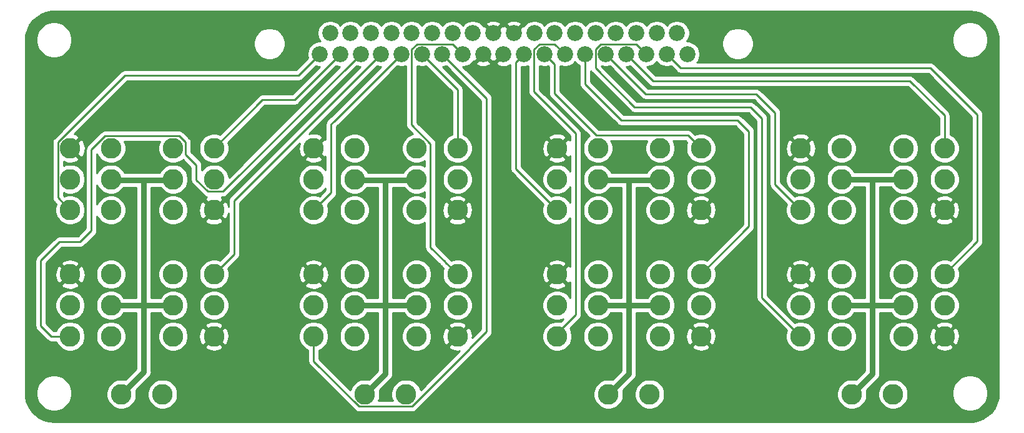
<source format=gbr>
%TF.GenerationSoftware,KiCad,Pcbnew,(5.1.10)-1*%
%TF.CreationDate,2022-01-22T17:59:08-06:00*%
%TF.ProjectId,Voltage_Input_Module,566f6c74-6167-4655-9f49-6e7075745f4d,rev?*%
%TF.SameCoordinates,Original*%
%TF.FileFunction,Copper,L1,Top*%
%TF.FilePolarity,Positive*%
%FSLAX46Y46*%
G04 Gerber Fmt 4.6, Leading zero omitted, Abs format (unit mm)*
G04 Created by KiCad (PCBNEW (5.1.10)-1) date 2022-01-22 17:59:08*
%MOMM*%
%LPD*%
G01*
G04 APERTURE LIST*
%TA.AperFunction,ComponentPad*%
%ADD10C,2.794000*%
%TD*%
%TA.AperFunction,ComponentPad*%
%ADD11C,2.184400*%
%TD*%
%TA.AperFunction,Conductor*%
%ADD12C,0.254000*%
%TD*%
%TA.AperFunction,Conductor*%
%ADD13C,0.762000*%
%TD*%
%TA.AperFunction,Conductor*%
%ADD14C,0.100000*%
%TD*%
G04 APERTURE END LIST*
D10*
%TO.P,J1,5*%
%TO.N,Net-(J1-Pad5)*%
X64350900Y-57393840D03*
%TO.P,J1,4*%
%TO.N,Net-(J1-Pad4)*%
X58839100Y-57393840D03*
%TO.P,J1,3*%
%TO.N,Net-(J1-Pad3)*%
X58839100Y-61595000D03*
%TO.P,J1,2*%
%TO.N,Net-(J1-Pad2)*%
X58839100Y-65796160D03*
%TO.P,J1,1*%
%TO.N,GND*%
X64350900Y-65796160D03*
%TO.P,J1,6*%
%TO.N,Net-(J1-Pad6)*%
X64350900Y-61595000D03*
%TD*%
%TO.P,J17,5*%
%TO.N,Net-(J11-Pad16)*%
X163410900Y-57393840D03*
%TO.P,J17,4*%
%TO.N,Net-(J11-Pad35)*%
X157899100Y-57393840D03*
%TO.P,J17,3*%
%TO.N,Net-(J17-Pad3)*%
X157899100Y-61595000D03*
%TO.P,J17,2*%
%TO.N,Net-(J17-Pad2)*%
X157899100Y-65796160D03*
%TO.P,J17,1*%
%TO.N,GND*%
X163410900Y-65796160D03*
%TO.P,J17,6*%
%TO.N,Net-(J17-Pad6)*%
X163410900Y-61595000D03*
%TD*%
%TO.P,J6,6*%
%TO.N,Net-(J6-Pad6)*%
X97370900Y-61595000D03*
%TO.P,J6,1*%
%TO.N,GND*%
X97370900Y-65796160D03*
%TO.P,J6,2*%
%TO.N,Net-(J10-Pad2)*%
X91859100Y-65796160D03*
%TO.P,J6,3*%
%TO.N,Net-(J10-Pad3)*%
X91859100Y-61595000D03*
%TO.P,J6,4*%
%TO.N,Net-(J11-Pad25)*%
X91859100Y-57393840D03*
%TO.P,J6,5*%
%TO.N,Net-(J11-Pad6)*%
X97370900Y-57393840D03*
%TD*%
%TO.P,J9,5*%
%TO.N,Net-(J11-Pad7)*%
X77889100Y-82941160D03*
%TO.P,J9,4*%
%TO.N,Net-(J11-Pad26)*%
X83400900Y-82941160D03*
%TO.P,J9,3*%
%TO.N,Net-(J10-Pad3)*%
X83400900Y-78740000D03*
%TO.P,J9,2*%
%TO.N,Net-(J10-Pad2)*%
X83400900Y-74538840D03*
%TO.P,J9,1*%
%TO.N,GND*%
X77889100Y-74538840D03*
%TO.P,J9,6*%
%TO.N,Net-(J9-Pad6)*%
X77889100Y-78740000D03*
%TD*%
%TO.P,J4,6*%
%TO.N,Net-(J4-Pad6)*%
X44869100Y-78740000D03*
%TO.P,J4,1*%
%TO.N,GND*%
X44869100Y-74538840D03*
%TO.P,J4,2*%
%TO.N,Net-(J1-Pad2)*%
X50380900Y-74538840D03*
%TO.P,J4,3*%
%TO.N,Net-(J1-Pad3)*%
X50380900Y-78740000D03*
%TO.P,J4,4*%
%TO.N,Net-(J11-Pad22)*%
X50380900Y-82941160D03*
%TO.P,J4,5*%
%TO.N,Net-(J11-Pad3)*%
X44869100Y-82941160D03*
%TD*%
%TO.P,J5,6*%
%TO.N,Net-(J5-Pad6)*%
X64350900Y-78740000D03*
%TO.P,J5,1*%
%TO.N,GND*%
X64350900Y-82941160D03*
%TO.P,J5,2*%
%TO.N,Net-(J1-Pad2)*%
X58839100Y-82941160D03*
%TO.P,J5,3*%
%TO.N,Net-(J1-Pad3)*%
X58839100Y-78740000D03*
%TO.P,J5,4*%
%TO.N,Net-(J11-Pad23)*%
X58839100Y-74538840D03*
%TO.P,J5,5*%
%TO.N,Net-(J11-Pad4)*%
X64350900Y-74538840D03*
%TD*%
%TO.P,J2,5*%
%TO.N,Net-(J11-Pad1)*%
X44869100Y-65796160D03*
%TO.P,J2,4*%
%TO.N,Net-(J11-Pad20)*%
X50380900Y-65796160D03*
%TO.P,J2,3*%
%TO.N,Net-(J1-Pad3)*%
X50380900Y-61595000D03*
%TO.P,J2,2*%
%TO.N,Net-(J1-Pad2)*%
X50380900Y-57393840D03*
%TO.P,J2,1*%
%TO.N,GND*%
X44869100Y-57393840D03*
%TO.P,J2,6*%
%TO.N,Net-(J2-Pad6)*%
X44869100Y-61595000D03*
%TD*%
%TO.P,J7,6*%
%TO.N,Net-(J7-Pad6)*%
X77889100Y-61595000D03*
%TO.P,J7,1*%
%TO.N,GND*%
X77889100Y-57393840D03*
%TO.P,J7,2*%
%TO.N,Net-(J10-Pad2)*%
X83400900Y-57393840D03*
%TO.P,J7,3*%
%TO.N,Net-(J10-Pad3)*%
X83400900Y-61595000D03*
%TO.P,J7,4*%
%TO.N,Net-(J11-Pad24)*%
X83400900Y-65796160D03*
%TO.P,J7,5*%
%TO.N,Net-(J11-Pad5)*%
X77889100Y-65796160D03*
%TD*%
%TO.P,J10,5*%
%TO.N,Net-(J10-Pad5)*%
X97370900Y-74538840D03*
%TO.P,J10,4*%
%TO.N,Net-(J10-Pad4)*%
X91859100Y-74538840D03*
%TO.P,J10,3*%
%TO.N,Net-(J10-Pad3)*%
X91859100Y-78740000D03*
%TO.P,J10,2*%
%TO.N,Net-(J10-Pad2)*%
X91859100Y-82941160D03*
%TO.P,J10,1*%
%TO.N,GND*%
X97370900Y-82941160D03*
%TO.P,J10,6*%
%TO.N,Net-(J10-Pad6)*%
X97370900Y-78740000D03*
%TD*%
%TO.P,J3,2*%
%TO.N,Net-(J1-Pad2)*%
X57404000Y-90805000D03*
%TO.P,J3,1*%
%TO.N,Net-(J1-Pad3)*%
X51816000Y-90805000D03*
%TD*%
%TO.P,J8,1*%
%TO.N,Net-(J10-Pad3)*%
X84836000Y-90805000D03*
%TO.P,J8,2*%
%TO.N,Net-(J10-Pad2)*%
X90424000Y-90805000D03*
%TD*%
D11*
%TO.P,J11,10*%
%TO.N,GND*%
X103632000Y-44602400D03*
%TO.P,J11,11*%
%TO.N,Net-(J11-Pad11)*%
X106400600Y-44602400D03*
%TO.P,J11,12*%
%TO.N,Net-(J11-Pad12)*%
X109169200Y-44602400D03*
%TO.P,J11,13*%
%TO.N,Net-(J11-Pad13)*%
X111937800Y-44602400D03*
%TO.P,J11,14*%
%TO.N,Net-(J11-Pad14)*%
X114706400Y-44602400D03*
%TO.P,J11,15*%
%TO.N,Net-(J11-Pad15)*%
X117475000Y-44602400D03*
%TO.P,J11,16*%
%TO.N,Net-(J11-Pad16)*%
X120243600Y-44602400D03*
%TO.P,J11,17*%
%TO.N,Net-(J11-Pad17)*%
X123012200Y-44602400D03*
%TO.P,J11,18*%
%TO.N,Net-(J11-Pad18)*%
X125780800Y-44602400D03*
%TO.P,J11,19*%
%TO.N,Net-(J11-Pad19)*%
X128549400Y-44602400D03*
%TO.P,J11,7*%
%TO.N,Net-(J11-Pad7)*%
X95326200Y-44602400D03*
%TO.P,J11,6*%
%TO.N,Net-(J11-Pad6)*%
X92557600Y-44602400D03*
%TO.P,J11,9*%
%TO.N,GND*%
X100863400Y-44602400D03*
%TO.P,J11,8*%
%TO.N,Net-(J10-Pad5)*%
X98094800Y-44602400D03*
%TO.P,J11,4*%
%TO.N,Net-(J11-Pad4)*%
X87020400Y-44602400D03*
%TO.P,J11,3*%
%TO.N,Net-(J11-Pad3)*%
X84251800Y-44602400D03*
%TO.P,J11,1*%
%TO.N,Net-(J11-Pad1)*%
X78714600Y-44602400D03*
%TO.P,J11,2*%
%TO.N,Net-(J1-Pad5)*%
X81483200Y-44602400D03*
%TO.P,J11,5*%
%TO.N,Net-(J11-Pad5)*%
X89789000Y-44602400D03*
%TO.P,J11,37*%
%TO.N,Net-(J11-Pad37)*%
X127165100Y-41757600D03*
%TO.P,J11,36*%
%TO.N,Net-(J11-Pad36)*%
X124396500Y-41757600D03*
%TO.P,J11,31*%
%TO.N,Net-(J11-Pad31)*%
X110553500Y-41757600D03*
%TO.P,J11,33*%
%TO.N,Net-(J11-Pad33)*%
X116090700Y-41757600D03*
%TO.P,J11,30*%
%TO.N,Net-(J11-Pad30)*%
X107784900Y-41757600D03*
%TO.P,J11,34*%
%TO.N,Net-(J11-Pad34)*%
X118859300Y-41757600D03*
%TO.P,J11,35*%
%TO.N,Net-(J11-Pad35)*%
X121627900Y-41757600D03*
%TO.P,J11,29*%
%TO.N,GND*%
X105016300Y-41757600D03*
%TO.P,J11,32*%
%TO.N,Net-(J11-Pad32)*%
X113322100Y-41757600D03*
%TO.P,J11,25*%
%TO.N,Net-(J11-Pad25)*%
X93941900Y-41757600D03*
%TO.P,J11,22*%
%TO.N,Net-(J11-Pad22)*%
X85636100Y-41757600D03*
%TO.P,J11,26*%
%TO.N,Net-(J11-Pad26)*%
X96710500Y-41757600D03*
%TO.P,J11,20*%
%TO.N,Net-(J11-Pad20)*%
X80098900Y-41757600D03*
%TO.P,J11,21*%
%TO.N,Net-(J1-Pad4)*%
X82867500Y-41757600D03*
%TO.P,J11,24*%
%TO.N,Net-(J11-Pad24)*%
X91173300Y-41757600D03*
%TO.P,J11,27*%
%TO.N,Net-(J10-Pad4)*%
X99479100Y-41757600D03*
%TO.P,J11,23*%
%TO.N,Net-(J11-Pad23)*%
X88404700Y-41757600D03*
%TO.P,J11,28*%
%TO.N,GND*%
X102247700Y-41757600D03*
%TD*%
D10*
%TO.P,J12,6*%
%TO.N,Net-(J12-Pad6)*%
X130390900Y-61595000D03*
%TO.P,J12,1*%
%TO.N,GND*%
X130390900Y-65796160D03*
%TO.P,J12,2*%
%TO.N,Net-(J12-Pad2)*%
X124879100Y-65796160D03*
%TO.P,J12,3*%
%TO.N,Net-(J12-Pad3)*%
X124879100Y-61595000D03*
%TO.P,J12,4*%
%TO.N,Net-(J11-Pad31)*%
X124879100Y-57393840D03*
%TO.P,J12,5*%
%TO.N,Net-(J11-Pad12)*%
X130390900Y-57393840D03*
%TD*%
%TO.P,J13,6*%
%TO.N,Net-(J13-Pad6)*%
X110909100Y-61595000D03*
%TO.P,J13,1*%
%TO.N,GND*%
X110909100Y-57393840D03*
%TO.P,J13,2*%
%TO.N,Net-(J12-Pad2)*%
X116420900Y-57393840D03*
%TO.P,J13,3*%
%TO.N,Net-(J12-Pad3)*%
X116420900Y-61595000D03*
%TO.P,J13,4*%
%TO.N,Net-(J11-Pad30)*%
X116420900Y-65796160D03*
%TO.P,J13,5*%
%TO.N,Net-(J11-Pad11)*%
X110909100Y-65796160D03*
%TD*%
%TO.P,J14,1*%
%TO.N,Net-(J12-Pad3)*%
X117856000Y-90805000D03*
%TO.P,J14,2*%
%TO.N,Net-(J12-Pad2)*%
X123444000Y-90805000D03*
%TD*%
%TO.P,J15,5*%
%TO.N,Net-(J11-Pad13)*%
X110909100Y-82941160D03*
%TO.P,J15,4*%
%TO.N,Net-(J11-Pad32)*%
X116420900Y-82941160D03*
%TO.P,J15,3*%
%TO.N,Net-(J12-Pad3)*%
X116420900Y-78740000D03*
%TO.P,J15,2*%
%TO.N,Net-(J12-Pad2)*%
X116420900Y-74538840D03*
%TO.P,J15,1*%
%TO.N,GND*%
X110909100Y-74538840D03*
%TO.P,J15,6*%
%TO.N,Net-(J15-Pad6)*%
X110909100Y-78740000D03*
%TD*%
%TO.P,J16,5*%
%TO.N,Net-(J11-Pad14)*%
X130390900Y-74538840D03*
%TO.P,J16,4*%
%TO.N,Net-(J11-Pad33)*%
X124879100Y-74538840D03*
%TO.P,J16,3*%
%TO.N,Net-(J12-Pad3)*%
X124879100Y-78740000D03*
%TO.P,J16,2*%
%TO.N,Net-(J12-Pad2)*%
X124879100Y-82941160D03*
%TO.P,J16,1*%
%TO.N,GND*%
X130390900Y-82941160D03*
%TO.P,J16,6*%
%TO.N,Net-(J16-Pad6)*%
X130390900Y-78740000D03*
%TD*%
%TO.P,J18,5*%
%TO.N,Net-(J11-Pad15)*%
X143929100Y-65796160D03*
%TO.P,J18,4*%
%TO.N,Net-(J11-Pad34)*%
X149440900Y-65796160D03*
%TO.P,J18,3*%
%TO.N,Net-(J17-Pad3)*%
X149440900Y-61595000D03*
%TO.P,J18,2*%
%TO.N,Net-(J17-Pad2)*%
X149440900Y-57393840D03*
%TO.P,J18,1*%
%TO.N,GND*%
X143929100Y-57393840D03*
%TO.P,J18,6*%
%TO.N,Net-(J18-Pad6)*%
X143929100Y-61595000D03*
%TD*%
%TO.P,J19,2*%
%TO.N,Net-(J17-Pad2)*%
X156464000Y-90805000D03*
%TO.P,J19,1*%
%TO.N,Net-(J17-Pad3)*%
X150876000Y-90805000D03*
%TD*%
%TO.P,J20,6*%
%TO.N,Net-(J20-Pad6)*%
X143929100Y-78740000D03*
%TO.P,J20,1*%
%TO.N,GND*%
X143929100Y-74538840D03*
%TO.P,J20,2*%
%TO.N,Net-(J17-Pad2)*%
X149440900Y-74538840D03*
%TO.P,J20,3*%
%TO.N,Net-(J17-Pad3)*%
X149440900Y-78740000D03*
%TO.P,J20,4*%
%TO.N,Net-(J11-Pad36)*%
X149440900Y-82941160D03*
%TO.P,J20,5*%
%TO.N,Net-(J11-Pad17)*%
X143929100Y-82941160D03*
%TD*%
%TO.P,J21,6*%
%TO.N,Net-(J21-Pad6)*%
X163410900Y-78740000D03*
%TO.P,J21,1*%
%TO.N,GND*%
X163410900Y-82941160D03*
%TO.P,J21,2*%
%TO.N,Net-(J17-Pad2)*%
X157899100Y-82941160D03*
%TO.P,J21,3*%
%TO.N,Net-(J17-Pad3)*%
X157899100Y-78740000D03*
%TO.P,J21,4*%
%TO.N,Net-(J11-Pad37)*%
X157899100Y-74538840D03*
%TO.P,J21,5*%
%TO.N,Net-(J11-Pad18)*%
X163410900Y-74538840D03*
%TD*%
D12*
%TO.N,Net-(J1-Pad5)*%
X81483200Y-44602400D02*
X75285600Y-50800000D01*
X70944740Y-50800000D02*
X64350900Y-57393840D01*
X75285600Y-50800000D02*
X70944740Y-50800000D01*
D13*
%TO.N,Net-(J1-Pad3)*%
X51816000Y-90805000D02*
X54864000Y-87757000D01*
X54864000Y-87757000D02*
X54864000Y-78740000D01*
X54864000Y-78740000D02*
X50380900Y-78740000D01*
X54864000Y-78740000D02*
X58839100Y-78740000D01*
X54864000Y-78740000D02*
X54864000Y-61722000D01*
X50507900Y-61722000D02*
X50380900Y-61595000D01*
X54864000Y-61722000D02*
X50507900Y-61722000D01*
X58712100Y-61722000D02*
X58839100Y-61595000D01*
X54864000Y-61722000D02*
X58712100Y-61722000D01*
D12*
%TO.N,Net-(J11-Pad1)*%
X43192699Y-64119759D02*
X44869100Y-65796160D01*
X43192699Y-56589167D02*
X43192699Y-64119759D01*
X52283866Y-47498000D02*
X43192699Y-56589167D01*
X75819000Y-47498000D02*
X52283866Y-47498000D01*
X78714600Y-44602400D02*
X75819000Y-47498000D01*
%TO.N,Net-(J11-Pad3)*%
X44869100Y-82941160D02*
X42301160Y-82941160D01*
X42301160Y-82941160D02*
X40894000Y-81534000D01*
X65582799Y-63271401D02*
X84251800Y-44602400D01*
X47752000Y-68580000D02*
X47752000Y-57541666D01*
X49576227Y-55717439D02*
X59643773Y-55717439D01*
X40894000Y-81534000D02*
X40894000Y-72644000D01*
X40894000Y-72644000D02*
X43434000Y-70104000D01*
X47752000Y-57541666D02*
X49576227Y-55717439D01*
X43434000Y-70104000D02*
X46228000Y-70104000D01*
X63546227Y-63271401D02*
X65582799Y-63271401D01*
X46228000Y-70104000D02*
X47752000Y-68580000D01*
X61976000Y-61701174D02*
X63546227Y-63271401D01*
X60515501Y-56589167D02*
X60515501Y-58229501D01*
X59643773Y-55717439D02*
X60515501Y-56589167D01*
X61976000Y-59690000D02*
X61976000Y-61701174D01*
X60515501Y-58229501D02*
X61976000Y-59690000D01*
%TO.N,Net-(J11-Pad4)*%
X87020400Y-44602400D02*
X67106800Y-64516000D01*
X67106800Y-71782940D02*
X64350900Y-74538840D01*
X67106800Y-64516000D02*
X67106800Y-71782940D01*
D13*
%TO.N,Net-(J10-Pad3)*%
X84836000Y-90805000D02*
X87630000Y-88011000D01*
X87630000Y-88011000D02*
X87630000Y-78740000D01*
X87630000Y-78740000D02*
X83400900Y-78740000D01*
X87630000Y-78740000D02*
X91859100Y-78740000D01*
X87630000Y-78740000D02*
X87630000Y-61722000D01*
X83527900Y-61722000D02*
X83400900Y-61595000D01*
X87630000Y-61722000D02*
X83527900Y-61722000D01*
X91732100Y-61722000D02*
X91859100Y-61595000D01*
X87630000Y-61722000D02*
X91732100Y-61722000D01*
D12*
%TO.N,Net-(J11-Pad6)*%
X97370900Y-49415700D02*
X92557600Y-44602400D01*
X97370900Y-57393840D02*
X97370900Y-49415700D01*
%TO.N,Net-(J11-Pad5)*%
X89789000Y-44602400D02*
X80645000Y-53746400D01*
X77889100Y-65796160D02*
X80264000Y-63421260D01*
X80264000Y-63421260D02*
X80264000Y-54102000D01*
X80619600Y-53746400D02*
X80645000Y-53746400D01*
X80264000Y-54102000D02*
X80619600Y-53746400D01*
%TO.N,Net-(J11-Pad7)*%
X101346000Y-50622200D02*
X95326200Y-44602400D01*
X99047301Y-84594699D02*
X101346000Y-82296000D01*
X101346000Y-82296000D02*
X101346000Y-50622200D01*
X99047301Y-84662773D02*
X99047301Y-84594699D01*
X91228673Y-92481401D02*
X99047301Y-84662773D01*
X84031327Y-92481401D02*
X91228673Y-92481401D01*
X77889100Y-86339174D02*
X84031327Y-92481401D01*
X77889100Y-82941160D02*
X77889100Y-86339174D01*
%TO.N,Net-(J10-Pad5)*%
X95694499Y-72834499D02*
X95694499Y-72862439D01*
X93726000Y-70866000D02*
X95694499Y-72834499D01*
X93726000Y-56779666D02*
X93726000Y-70866000D01*
X91160601Y-54214267D02*
X93726000Y-56779666D01*
X91160601Y-43969429D02*
X91160601Y-54214267D01*
X91899231Y-43230799D02*
X91160601Y-43969429D01*
X96723199Y-43230799D02*
X91899231Y-43230799D01*
X95694499Y-72862439D02*
X97370900Y-74538840D01*
X98094800Y-44602400D02*
X96723199Y-43230799D01*
%TO.N,Net-(J11-Pad11)*%
X106400600Y-44602400D02*
X105283000Y-45720000D01*
X105283000Y-60170060D02*
X110909100Y-65796160D01*
X105283000Y-45720000D02*
X105283000Y-60170060D01*
%TO.N,Net-(J11-Pad12)*%
X110540801Y-45974001D02*
X110540801Y-49961801D01*
X109169200Y-44602400D02*
X110540801Y-45974001D01*
X110540801Y-49961801D02*
X116205000Y-55626000D01*
X128623060Y-55626000D02*
X130390900Y-57393840D01*
X116205000Y-55626000D02*
X128623060Y-55626000D01*
%TO.N,Net-(J11-Pad13)*%
X107772201Y-43944031D02*
X107772201Y-49733201D01*
X108485433Y-43230799D02*
X107772201Y-43944031D01*
X110566199Y-43230799D02*
X108485433Y-43230799D01*
X111937800Y-44602400D02*
X110566199Y-43230799D01*
X107772201Y-49733201D02*
X113411000Y-55372000D01*
X113411000Y-55372000D02*
X113411000Y-80010000D01*
X110909100Y-82511900D02*
X110909100Y-82941160D01*
X113411000Y-80010000D02*
X110909100Y-82511900D01*
%TO.N,Net-(J11-Pad14)*%
X114706400Y-44602400D02*
X114706400Y-48666400D01*
X114706400Y-48666400D02*
X119634000Y-53594000D01*
X119634000Y-53594000D02*
X135382000Y-53594000D01*
X135382000Y-53594000D02*
X136906000Y-55118000D01*
X136906000Y-68023740D02*
X130390900Y-74538840D01*
X136906000Y-55118000D02*
X136906000Y-68023740D01*
%TO.N,Net-(J11-Pad15)*%
X142764660Y-65796160D02*
X143929100Y-65796160D01*
X140462000Y-62329060D02*
X143929100Y-65796160D01*
X140462000Y-52578000D02*
X140462000Y-62329060D01*
X137922000Y-50038000D02*
X140462000Y-52578000D01*
X122910600Y-50038000D02*
X137922000Y-50038000D01*
X117475000Y-44602400D02*
X122910600Y-50038000D01*
%TO.N,Net-(J11-Pad16)*%
X158750000Y-48260000D02*
X163410900Y-52920900D01*
X163410900Y-52920900D02*
X163410900Y-57393840D01*
X120243600Y-44602400D02*
X123901200Y-48260000D01*
X123901200Y-48260000D02*
X158750000Y-48260000D01*
%TO.N,Net-(J11-Pad17)*%
X121640599Y-43230799D02*
X123012200Y-44602400D01*
X116816631Y-43230799D02*
X121640599Y-43230799D01*
X116103399Y-46507399D02*
X116103399Y-43944031D01*
X121412000Y-51816000D02*
X116103399Y-46507399D01*
X116103399Y-43944031D02*
X116816631Y-43230799D01*
X138684000Y-53340000D02*
X137160000Y-51816000D01*
X138684000Y-77696060D02*
X138684000Y-53340000D01*
X137160000Y-51816000D02*
X121412000Y-51816000D01*
X143929100Y-82941160D02*
X138684000Y-77696060D01*
%TO.N,Net-(J11-Pad18)*%
X127660400Y-46482000D02*
X161544000Y-46482000D01*
X125780800Y-44602400D02*
X127660400Y-46482000D01*
X163410900Y-74538840D02*
X167894000Y-70055740D01*
X167894000Y-52832000D02*
X161544000Y-46482000D01*
X167894000Y-70055740D02*
X167894000Y-52832000D01*
D13*
%TO.N,Net-(J12-Pad3)*%
X117856000Y-90805000D02*
X120650000Y-88011000D01*
X120650000Y-88011000D02*
X120650000Y-78740000D01*
X120650000Y-78740000D02*
X116420900Y-78740000D01*
X124879100Y-78740000D02*
X120650000Y-78740000D01*
X120650000Y-78740000D02*
X120650000Y-61722000D01*
X116547900Y-61722000D02*
X116420900Y-61595000D01*
X120650000Y-61722000D02*
X116547900Y-61722000D01*
X124752100Y-61722000D02*
X124879100Y-61595000D01*
X120650000Y-61722000D02*
X124752100Y-61722000D01*
%TO.N,Net-(J17-Pad3)*%
X150876000Y-90805000D02*
X153670000Y-88011000D01*
X153670000Y-88011000D02*
X153670000Y-78740000D01*
X153670000Y-78740000D02*
X157899100Y-78740000D01*
X153670000Y-78740000D02*
X149440900Y-78740000D01*
X153670000Y-61722000D02*
X153543000Y-61595000D01*
X153670000Y-78740000D02*
X153670000Y-61722000D01*
X153543000Y-61595000D02*
X157899100Y-61595000D01*
X149440900Y-61595000D02*
X153543000Y-61595000D01*
%TD*%
D12*
%TO.N,GND*%
X167585822Y-38852926D02*
X168269940Y-39045866D01*
X168907445Y-39360249D01*
X169476982Y-39785543D01*
X169959475Y-40307503D01*
X170338770Y-40908647D01*
X170602165Y-41568852D01*
X170743479Y-42279283D01*
X170765000Y-42689933D01*
X170765001Y-90646587D01*
X170697074Y-91385822D01*
X170504134Y-92069940D01*
X170189751Y-92707445D01*
X169764459Y-93276980D01*
X169242498Y-93759475D01*
X168641349Y-94138773D01*
X167981145Y-94402166D01*
X167270717Y-94543479D01*
X166860067Y-94565000D01*
X42703402Y-94565000D01*
X41964178Y-94497074D01*
X41280060Y-94304134D01*
X40642555Y-93989751D01*
X40073020Y-93564459D01*
X39590525Y-93042498D01*
X39211227Y-92441349D01*
X38947834Y-91781145D01*
X38806521Y-91070717D01*
X38785000Y-90660067D01*
X38785000Y-90437113D01*
X40226234Y-90437113D01*
X40226234Y-90918887D01*
X40320223Y-91391404D01*
X40504590Y-91836505D01*
X40772250Y-92237085D01*
X41112915Y-92577750D01*
X41513495Y-92845410D01*
X41958596Y-93029777D01*
X42431113Y-93123766D01*
X42912887Y-93123766D01*
X43385404Y-93029777D01*
X43830505Y-92845410D01*
X44231085Y-92577750D01*
X44571750Y-92237085D01*
X44839410Y-91836505D01*
X45023777Y-91391404D01*
X45117766Y-90918887D01*
X45117766Y-90437113D01*
X45023777Y-89964596D01*
X44839410Y-89519495D01*
X44571750Y-89118915D01*
X44231085Y-88778250D01*
X43830505Y-88510590D01*
X43385404Y-88326223D01*
X42912887Y-88232234D01*
X42431113Y-88232234D01*
X41958596Y-88326223D01*
X41513495Y-88510590D01*
X41112915Y-88778250D01*
X40772250Y-89118915D01*
X40504590Y-89519495D01*
X40320223Y-89964596D01*
X40226234Y-90437113D01*
X38785000Y-90437113D01*
X38785000Y-72644000D01*
X40128314Y-72644000D01*
X40132001Y-72681433D01*
X40132000Y-81496577D01*
X40128314Y-81534000D01*
X40132000Y-81571423D01*
X40132000Y-81571425D01*
X40143026Y-81683377D01*
X40186598Y-81827014D01*
X40212383Y-81875255D01*
X40257355Y-81959392D01*
X40290311Y-81999549D01*
X40352578Y-82075422D01*
X40381654Y-82099284D01*
X41735881Y-83453512D01*
X41759738Y-83482582D01*
X41788808Y-83506439D01*
X41875767Y-83577805D01*
X41946524Y-83615625D01*
X42008145Y-83648562D01*
X42151782Y-83692134D01*
X42263734Y-83703160D01*
X42263737Y-83703160D01*
X42301160Y-83706846D01*
X42338583Y-83703160D01*
X42985310Y-83703160D01*
X43068365Y-83903673D01*
X43290743Y-84236485D01*
X43573775Y-84519517D01*
X43906587Y-84741895D01*
X44276387Y-84895071D01*
X44668965Y-84973160D01*
X45069235Y-84973160D01*
X45461813Y-84895071D01*
X45831613Y-84741895D01*
X46164425Y-84519517D01*
X46447457Y-84236485D01*
X46669835Y-83903673D01*
X46823011Y-83533873D01*
X46901100Y-83141295D01*
X46901100Y-82741025D01*
X48348900Y-82741025D01*
X48348900Y-83141295D01*
X48426989Y-83533873D01*
X48580165Y-83903673D01*
X48802543Y-84236485D01*
X49085575Y-84519517D01*
X49418387Y-84741895D01*
X49788187Y-84895071D01*
X50180765Y-84973160D01*
X50581035Y-84973160D01*
X50973613Y-84895071D01*
X51343413Y-84741895D01*
X51676225Y-84519517D01*
X51959257Y-84236485D01*
X52181635Y-83903673D01*
X52334811Y-83533873D01*
X52412900Y-83141295D01*
X52412900Y-82741025D01*
X52334811Y-82348447D01*
X52181635Y-81978647D01*
X51959257Y-81645835D01*
X51676225Y-81362803D01*
X51343413Y-81140425D01*
X50973613Y-80987249D01*
X50581035Y-80909160D01*
X50180765Y-80909160D01*
X49788187Y-80987249D01*
X49418387Y-81140425D01*
X49085575Y-81362803D01*
X48802543Y-81645835D01*
X48580165Y-81978647D01*
X48426989Y-82348447D01*
X48348900Y-82741025D01*
X46901100Y-82741025D01*
X46823011Y-82348447D01*
X46669835Y-81978647D01*
X46447457Y-81645835D01*
X46164425Y-81362803D01*
X45831613Y-81140425D01*
X45461813Y-80987249D01*
X45069235Y-80909160D01*
X44668965Y-80909160D01*
X44276387Y-80987249D01*
X43906587Y-81140425D01*
X43573775Y-81362803D01*
X43290743Y-81645835D01*
X43068365Y-81978647D01*
X42985310Y-82179160D01*
X42616791Y-82179160D01*
X41656000Y-81218370D01*
X41656000Y-78539865D01*
X42837100Y-78539865D01*
X42837100Y-78940135D01*
X42915189Y-79332713D01*
X43068365Y-79702513D01*
X43290743Y-80035325D01*
X43573775Y-80318357D01*
X43906587Y-80540735D01*
X44276387Y-80693911D01*
X44668965Y-80772000D01*
X45069235Y-80772000D01*
X45461813Y-80693911D01*
X45831613Y-80540735D01*
X46164425Y-80318357D01*
X46447457Y-80035325D01*
X46669835Y-79702513D01*
X46823011Y-79332713D01*
X46901100Y-78940135D01*
X46901100Y-78539865D01*
X46823011Y-78147287D01*
X46669835Y-77777487D01*
X46447457Y-77444675D01*
X46164425Y-77161643D01*
X45831613Y-76939265D01*
X45461813Y-76786089D01*
X45069235Y-76708000D01*
X44668965Y-76708000D01*
X44276387Y-76786089D01*
X43906587Y-76939265D01*
X43573775Y-77161643D01*
X43290743Y-77444675D01*
X43068365Y-77777487D01*
X42915189Y-78147287D01*
X42837100Y-78539865D01*
X41656000Y-78539865D01*
X41656000Y-75957151D01*
X43630394Y-75957151D01*
X43774010Y-76262167D01*
X44131257Y-76442695D01*
X44516858Y-76550060D01*
X44915995Y-76580134D01*
X45313331Y-76531762D01*
X45693595Y-76406804D01*
X45964190Y-76262167D01*
X46107806Y-75957151D01*
X44869100Y-74718445D01*
X43630394Y-75957151D01*
X41656000Y-75957151D01*
X41656000Y-74585735D01*
X42827806Y-74585735D01*
X42876178Y-74983071D01*
X43001136Y-75363335D01*
X43145773Y-75633930D01*
X43450789Y-75777546D01*
X44689495Y-74538840D01*
X45048705Y-74538840D01*
X46287411Y-75777546D01*
X46592427Y-75633930D01*
X46772955Y-75276683D01*
X46880320Y-74891082D01*
X46910394Y-74491945D01*
X46891739Y-74338705D01*
X48348900Y-74338705D01*
X48348900Y-74738975D01*
X48426989Y-75131553D01*
X48580165Y-75501353D01*
X48802543Y-75834165D01*
X49085575Y-76117197D01*
X49418387Y-76339575D01*
X49788187Y-76492751D01*
X50180765Y-76570840D01*
X50581035Y-76570840D01*
X50973613Y-76492751D01*
X51343413Y-76339575D01*
X51676225Y-76117197D01*
X51959257Y-75834165D01*
X52181635Y-75501353D01*
X52334811Y-75131553D01*
X52412900Y-74738975D01*
X52412900Y-74338705D01*
X52334811Y-73946127D01*
X52181635Y-73576327D01*
X51959257Y-73243515D01*
X51676225Y-72960483D01*
X51343413Y-72738105D01*
X50973613Y-72584929D01*
X50581035Y-72506840D01*
X50180765Y-72506840D01*
X49788187Y-72584929D01*
X49418387Y-72738105D01*
X49085575Y-72960483D01*
X48802543Y-73243515D01*
X48580165Y-73576327D01*
X48426989Y-73946127D01*
X48348900Y-74338705D01*
X46891739Y-74338705D01*
X46862022Y-74094609D01*
X46737064Y-73714345D01*
X46592427Y-73443750D01*
X46287411Y-73300134D01*
X45048705Y-74538840D01*
X44689495Y-74538840D01*
X43450789Y-73300134D01*
X43145773Y-73443750D01*
X42965245Y-73800997D01*
X42857880Y-74186598D01*
X42827806Y-74585735D01*
X41656000Y-74585735D01*
X41656000Y-73120529D01*
X43630394Y-73120529D01*
X44869100Y-74359235D01*
X46107806Y-73120529D01*
X45964190Y-72815513D01*
X45606943Y-72634985D01*
X45221342Y-72527620D01*
X44822205Y-72497546D01*
X44424869Y-72545918D01*
X44044605Y-72670876D01*
X43774010Y-72815513D01*
X43630394Y-73120529D01*
X41656000Y-73120529D01*
X41656000Y-72959630D01*
X43749631Y-70866000D01*
X46190577Y-70866000D01*
X46228000Y-70869686D01*
X46265423Y-70866000D01*
X46265426Y-70866000D01*
X46377378Y-70854974D01*
X46521015Y-70811402D01*
X46653392Y-70740645D01*
X46769422Y-70645422D01*
X46793284Y-70616346D01*
X48264353Y-69145278D01*
X48293422Y-69121422D01*
X48388645Y-69005392D01*
X48459402Y-68873015D01*
X48502974Y-68729378D01*
X48514000Y-68617426D01*
X48514000Y-68617424D01*
X48517686Y-68580001D01*
X48514000Y-68542578D01*
X48514000Y-66598936D01*
X48580165Y-66758673D01*
X48802543Y-67091485D01*
X49085575Y-67374517D01*
X49418387Y-67596895D01*
X49788187Y-67750071D01*
X50180765Y-67828160D01*
X50581035Y-67828160D01*
X50973613Y-67750071D01*
X51343413Y-67596895D01*
X51676225Y-67374517D01*
X51959257Y-67091485D01*
X52181635Y-66758673D01*
X52334811Y-66388873D01*
X52412900Y-65996295D01*
X52412900Y-65596025D01*
X52334811Y-65203447D01*
X52181635Y-64833647D01*
X51959257Y-64500835D01*
X51676225Y-64217803D01*
X51343413Y-63995425D01*
X50973613Y-63842249D01*
X50581035Y-63764160D01*
X50180765Y-63764160D01*
X49788187Y-63842249D01*
X49418387Y-63995425D01*
X49085575Y-64217803D01*
X48802543Y-64500835D01*
X48580165Y-64833647D01*
X48514000Y-64993384D01*
X48514000Y-62397776D01*
X48580165Y-62557513D01*
X48802543Y-62890325D01*
X49085575Y-63173357D01*
X49418387Y-63395735D01*
X49788187Y-63548911D01*
X50180765Y-63627000D01*
X50581035Y-63627000D01*
X50973613Y-63548911D01*
X51343413Y-63395735D01*
X51676225Y-63173357D01*
X51959257Y-62890325D01*
X52061037Y-62738000D01*
X53848001Y-62738000D01*
X53848000Y-77724000D01*
X52145896Y-77724000D01*
X51959257Y-77444675D01*
X51676225Y-77161643D01*
X51343413Y-76939265D01*
X50973613Y-76786089D01*
X50581035Y-76708000D01*
X50180765Y-76708000D01*
X49788187Y-76786089D01*
X49418387Y-76939265D01*
X49085575Y-77161643D01*
X48802543Y-77444675D01*
X48580165Y-77777487D01*
X48426989Y-78147287D01*
X48348900Y-78539865D01*
X48348900Y-78940135D01*
X48426989Y-79332713D01*
X48580165Y-79702513D01*
X48802543Y-80035325D01*
X49085575Y-80318357D01*
X49418387Y-80540735D01*
X49788187Y-80693911D01*
X50180765Y-80772000D01*
X50581035Y-80772000D01*
X50973613Y-80693911D01*
X51343413Y-80540735D01*
X51676225Y-80318357D01*
X51959257Y-80035325D01*
X52145896Y-79756000D01*
X53848001Y-79756000D01*
X53848000Y-87336159D01*
X52345621Y-88838539D01*
X52016135Y-88773000D01*
X51615865Y-88773000D01*
X51223287Y-88851089D01*
X50853487Y-89004265D01*
X50520675Y-89226643D01*
X50237643Y-89509675D01*
X50015265Y-89842487D01*
X49862089Y-90212287D01*
X49784000Y-90604865D01*
X49784000Y-91005135D01*
X49862089Y-91397713D01*
X50015265Y-91767513D01*
X50237643Y-92100325D01*
X50520675Y-92383357D01*
X50853487Y-92605735D01*
X51223287Y-92758911D01*
X51615865Y-92837000D01*
X52016135Y-92837000D01*
X52408713Y-92758911D01*
X52778513Y-92605735D01*
X53111325Y-92383357D01*
X53394357Y-92100325D01*
X53616735Y-91767513D01*
X53769911Y-91397713D01*
X53848000Y-91005135D01*
X53848000Y-90604865D01*
X55372000Y-90604865D01*
X55372000Y-91005135D01*
X55450089Y-91397713D01*
X55603265Y-91767513D01*
X55825643Y-92100325D01*
X56108675Y-92383357D01*
X56441487Y-92605735D01*
X56811287Y-92758911D01*
X57203865Y-92837000D01*
X57604135Y-92837000D01*
X57996713Y-92758911D01*
X58366513Y-92605735D01*
X58699325Y-92383357D01*
X58982357Y-92100325D01*
X59204735Y-91767513D01*
X59357911Y-91397713D01*
X59436000Y-91005135D01*
X59436000Y-90604865D01*
X59357911Y-90212287D01*
X59204735Y-89842487D01*
X58982357Y-89509675D01*
X58699325Y-89226643D01*
X58366513Y-89004265D01*
X57996713Y-88851089D01*
X57604135Y-88773000D01*
X57203865Y-88773000D01*
X56811287Y-88851089D01*
X56441487Y-89004265D01*
X56108675Y-89226643D01*
X55825643Y-89509675D01*
X55603265Y-89842487D01*
X55450089Y-90212287D01*
X55372000Y-90604865D01*
X53848000Y-90604865D01*
X53782461Y-90275379D01*
X55547133Y-88510708D01*
X55585896Y-88478896D01*
X55712860Y-88324190D01*
X55774340Y-88209168D01*
X55807202Y-88147688D01*
X55865298Y-87956171D01*
X55884915Y-87757000D01*
X55880000Y-87707098D01*
X55880000Y-82741025D01*
X56807100Y-82741025D01*
X56807100Y-83141295D01*
X56885189Y-83533873D01*
X57038365Y-83903673D01*
X57260743Y-84236485D01*
X57543775Y-84519517D01*
X57876587Y-84741895D01*
X58246387Y-84895071D01*
X58638965Y-84973160D01*
X59039235Y-84973160D01*
X59431813Y-84895071D01*
X59801613Y-84741895D01*
X60134425Y-84519517D01*
X60294471Y-84359471D01*
X63112194Y-84359471D01*
X63255810Y-84664487D01*
X63613057Y-84845015D01*
X63998658Y-84952380D01*
X64397795Y-84982454D01*
X64795131Y-84934082D01*
X65175395Y-84809124D01*
X65445990Y-84664487D01*
X65589606Y-84359471D01*
X64350900Y-83120765D01*
X63112194Y-84359471D01*
X60294471Y-84359471D01*
X60417457Y-84236485D01*
X60639835Y-83903673D01*
X60793011Y-83533873D01*
X60871100Y-83141295D01*
X60871100Y-82988055D01*
X62309606Y-82988055D01*
X62357978Y-83385391D01*
X62482936Y-83765655D01*
X62627573Y-84036250D01*
X62932589Y-84179866D01*
X64171295Y-82941160D01*
X64530505Y-82941160D01*
X65769211Y-84179866D01*
X66074227Y-84036250D01*
X66254755Y-83679003D01*
X66362120Y-83293402D01*
X66392194Y-82894265D01*
X66343822Y-82496929D01*
X66218864Y-82116665D01*
X66074227Y-81846070D01*
X65769211Y-81702454D01*
X64530505Y-82941160D01*
X64171295Y-82941160D01*
X62932589Y-81702454D01*
X62627573Y-81846070D01*
X62447045Y-82203317D01*
X62339680Y-82588918D01*
X62309606Y-82988055D01*
X60871100Y-82988055D01*
X60871100Y-82741025D01*
X60793011Y-82348447D01*
X60639835Y-81978647D01*
X60417457Y-81645835D01*
X60294471Y-81522849D01*
X63112194Y-81522849D01*
X64350900Y-82761555D01*
X65589606Y-81522849D01*
X65445990Y-81217833D01*
X65088743Y-81037305D01*
X64703142Y-80929940D01*
X64304005Y-80899866D01*
X63906669Y-80948238D01*
X63526405Y-81073196D01*
X63255810Y-81217833D01*
X63112194Y-81522849D01*
X60294471Y-81522849D01*
X60134425Y-81362803D01*
X59801613Y-81140425D01*
X59431813Y-80987249D01*
X59039235Y-80909160D01*
X58638965Y-80909160D01*
X58246387Y-80987249D01*
X57876587Y-81140425D01*
X57543775Y-81362803D01*
X57260743Y-81645835D01*
X57038365Y-81978647D01*
X56885189Y-82348447D01*
X56807100Y-82741025D01*
X55880000Y-82741025D01*
X55880000Y-79756000D01*
X57074104Y-79756000D01*
X57260743Y-80035325D01*
X57543775Y-80318357D01*
X57876587Y-80540735D01*
X58246387Y-80693911D01*
X58638965Y-80772000D01*
X59039235Y-80772000D01*
X59431813Y-80693911D01*
X59801613Y-80540735D01*
X60134425Y-80318357D01*
X60417457Y-80035325D01*
X60639835Y-79702513D01*
X60793011Y-79332713D01*
X60871100Y-78940135D01*
X60871100Y-78539865D01*
X62318900Y-78539865D01*
X62318900Y-78940135D01*
X62396989Y-79332713D01*
X62550165Y-79702513D01*
X62772543Y-80035325D01*
X63055575Y-80318357D01*
X63388387Y-80540735D01*
X63758187Y-80693911D01*
X64150765Y-80772000D01*
X64551035Y-80772000D01*
X64943613Y-80693911D01*
X65313413Y-80540735D01*
X65646225Y-80318357D01*
X65929257Y-80035325D01*
X66151635Y-79702513D01*
X66304811Y-79332713D01*
X66382900Y-78940135D01*
X66382900Y-78539865D01*
X75857100Y-78539865D01*
X75857100Y-78940135D01*
X75935189Y-79332713D01*
X76088365Y-79702513D01*
X76310743Y-80035325D01*
X76593775Y-80318357D01*
X76926587Y-80540735D01*
X77296387Y-80693911D01*
X77688965Y-80772000D01*
X78089235Y-80772000D01*
X78481813Y-80693911D01*
X78851613Y-80540735D01*
X79184425Y-80318357D01*
X79467457Y-80035325D01*
X79689835Y-79702513D01*
X79843011Y-79332713D01*
X79921100Y-78940135D01*
X79921100Y-78539865D01*
X79843011Y-78147287D01*
X79689835Y-77777487D01*
X79467457Y-77444675D01*
X79184425Y-77161643D01*
X78851613Y-76939265D01*
X78481813Y-76786089D01*
X78089235Y-76708000D01*
X77688965Y-76708000D01*
X77296387Y-76786089D01*
X76926587Y-76939265D01*
X76593775Y-77161643D01*
X76310743Y-77444675D01*
X76088365Y-77777487D01*
X75935189Y-78147287D01*
X75857100Y-78539865D01*
X66382900Y-78539865D01*
X66304811Y-78147287D01*
X66151635Y-77777487D01*
X65929257Y-77444675D01*
X65646225Y-77161643D01*
X65313413Y-76939265D01*
X64943613Y-76786089D01*
X64551035Y-76708000D01*
X64150765Y-76708000D01*
X63758187Y-76786089D01*
X63388387Y-76939265D01*
X63055575Y-77161643D01*
X62772543Y-77444675D01*
X62550165Y-77777487D01*
X62396989Y-78147287D01*
X62318900Y-78539865D01*
X60871100Y-78539865D01*
X60793011Y-78147287D01*
X60639835Y-77777487D01*
X60417457Y-77444675D01*
X60134425Y-77161643D01*
X59801613Y-76939265D01*
X59431813Y-76786089D01*
X59039235Y-76708000D01*
X58638965Y-76708000D01*
X58246387Y-76786089D01*
X57876587Y-76939265D01*
X57543775Y-77161643D01*
X57260743Y-77444675D01*
X57074104Y-77724000D01*
X55880000Y-77724000D01*
X55880000Y-74338705D01*
X56807100Y-74338705D01*
X56807100Y-74738975D01*
X56885189Y-75131553D01*
X57038365Y-75501353D01*
X57260743Y-75834165D01*
X57543775Y-76117197D01*
X57876587Y-76339575D01*
X58246387Y-76492751D01*
X58638965Y-76570840D01*
X59039235Y-76570840D01*
X59431813Y-76492751D01*
X59801613Y-76339575D01*
X60134425Y-76117197D01*
X60417457Y-75834165D01*
X60639835Y-75501353D01*
X60793011Y-75131553D01*
X60871100Y-74738975D01*
X60871100Y-74338705D01*
X60793011Y-73946127D01*
X60639835Y-73576327D01*
X60417457Y-73243515D01*
X60134425Y-72960483D01*
X59801613Y-72738105D01*
X59431813Y-72584929D01*
X59039235Y-72506840D01*
X58638965Y-72506840D01*
X58246387Y-72584929D01*
X57876587Y-72738105D01*
X57543775Y-72960483D01*
X57260743Y-73243515D01*
X57038365Y-73576327D01*
X56885189Y-73946127D01*
X56807100Y-74338705D01*
X55880000Y-74338705D01*
X55880000Y-65596025D01*
X56807100Y-65596025D01*
X56807100Y-65996295D01*
X56885189Y-66388873D01*
X57038365Y-66758673D01*
X57260743Y-67091485D01*
X57543775Y-67374517D01*
X57876587Y-67596895D01*
X58246387Y-67750071D01*
X58638965Y-67828160D01*
X59039235Y-67828160D01*
X59431813Y-67750071D01*
X59801613Y-67596895D01*
X60134425Y-67374517D01*
X60294471Y-67214471D01*
X63112194Y-67214471D01*
X63255810Y-67519487D01*
X63613057Y-67700015D01*
X63998658Y-67807380D01*
X64397795Y-67837454D01*
X64795131Y-67789082D01*
X65175395Y-67664124D01*
X65445990Y-67519487D01*
X65589606Y-67214471D01*
X64350900Y-65975765D01*
X63112194Y-67214471D01*
X60294471Y-67214471D01*
X60417457Y-67091485D01*
X60639835Y-66758673D01*
X60793011Y-66388873D01*
X60871100Y-65996295D01*
X60871100Y-65843055D01*
X62309606Y-65843055D01*
X62357978Y-66240391D01*
X62482936Y-66620655D01*
X62627573Y-66891250D01*
X62932589Y-67034866D01*
X64171295Y-65796160D01*
X62932589Y-64557454D01*
X62627573Y-64701070D01*
X62447045Y-65058317D01*
X62339680Y-65443918D01*
X62309606Y-65843055D01*
X60871100Y-65843055D01*
X60871100Y-65596025D01*
X60793011Y-65203447D01*
X60639835Y-64833647D01*
X60417457Y-64500835D01*
X60134425Y-64217803D01*
X59801613Y-63995425D01*
X59431813Y-63842249D01*
X59039235Y-63764160D01*
X58638965Y-63764160D01*
X58246387Y-63842249D01*
X57876587Y-63995425D01*
X57543775Y-64217803D01*
X57260743Y-64500835D01*
X57038365Y-64833647D01*
X56885189Y-65203447D01*
X56807100Y-65596025D01*
X55880000Y-65596025D01*
X55880000Y-62738000D01*
X57158963Y-62738000D01*
X57260743Y-62890325D01*
X57543775Y-63173357D01*
X57876587Y-63395735D01*
X58246387Y-63548911D01*
X58638965Y-63627000D01*
X59039235Y-63627000D01*
X59431813Y-63548911D01*
X59801613Y-63395735D01*
X60134425Y-63173357D01*
X60417457Y-62890325D01*
X60639835Y-62557513D01*
X60793011Y-62187713D01*
X60871100Y-61795135D01*
X60871100Y-61394865D01*
X60793011Y-61002287D01*
X60639835Y-60632487D01*
X60417457Y-60299675D01*
X60134425Y-60016643D01*
X59801613Y-59794265D01*
X59431813Y-59641089D01*
X59039235Y-59563000D01*
X58638965Y-59563000D01*
X58246387Y-59641089D01*
X57876587Y-59794265D01*
X57543775Y-60016643D01*
X57260743Y-60299675D01*
X57038365Y-60632487D01*
X57007915Y-60706000D01*
X54913902Y-60706000D01*
X54864000Y-60701085D01*
X54814098Y-60706000D01*
X52212085Y-60706000D01*
X52181635Y-60632487D01*
X51959257Y-60299675D01*
X51676225Y-60016643D01*
X51343413Y-59794265D01*
X50973613Y-59641089D01*
X50581035Y-59563000D01*
X50180765Y-59563000D01*
X49788187Y-59641089D01*
X49418387Y-59794265D01*
X49085575Y-60016643D01*
X48802543Y-60299675D01*
X48580165Y-60632487D01*
X48514000Y-60792224D01*
X48514000Y-58196616D01*
X48580165Y-58356353D01*
X48802543Y-58689165D01*
X49085575Y-58972197D01*
X49418387Y-59194575D01*
X49788187Y-59347751D01*
X50180765Y-59425840D01*
X50581035Y-59425840D01*
X50973613Y-59347751D01*
X51343413Y-59194575D01*
X51676225Y-58972197D01*
X51959257Y-58689165D01*
X52181635Y-58356353D01*
X52334811Y-57986553D01*
X52412900Y-57593975D01*
X52412900Y-57193705D01*
X52334811Y-56801127D01*
X52201564Y-56479439D01*
X57018436Y-56479439D01*
X56885189Y-56801127D01*
X56807100Y-57193705D01*
X56807100Y-57593975D01*
X56885189Y-57986553D01*
X57038365Y-58356353D01*
X57260743Y-58689165D01*
X57543775Y-58972197D01*
X57876587Y-59194575D01*
X58246387Y-59347751D01*
X58638965Y-59425840D01*
X59039235Y-59425840D01*
X59431813Y-59347751D01*
X59801613Y-59194575D01*
X60134425Y-58972197D01*
X60157496Y-58949126D01*
X61214000Y-60005631D01*
X61214001Y-61663741D01*
X61210314Y-61701174D01*
X61225027Y-61850552D01*
X61268599Y-61994189D01*
X61339355Y-62126566D01*
X61410721Y-62213525D01*
X61434579Y-62242596D01*
X61463649Y-62266453D01*
X62980948Y-63783753D01*
X63004805Y-63812823D01*
X63120835Y-63908046D01*
X63253212Y-63978803D01*
X63367095Y-64013349D01*
X63255810Y-64072833D01*
X63112194Y-64377849D01*
X64350900Y-65616555D01*
X65589606Y-64377849D01*
X65445990Y-64072833D01*
X65367958Y-64033401D01*
X65545376Y-64033401D01*
X65582799Y-64037087D01*
X65620222Y-64033401D01*
X65620225Y-64033401D01*
X65732177Y-64022375D01*
X65875814Y-63978803D01*
X66008191Y-63908046D01*
X66124221Y-63812823D01*
X66148083Y-63783747D01*
X83691859Y-46239972D01*
X83747994Y-46263224D01*
X84081686Y-46329600D01*
X84215569Y-46329600D01*
X66594454Y-63950716D01*
X66565378Y-63974578D01*
X66526153Y-64022375D01*
X66470155Y-64090608D01*
X66454574Y-64119759D01*
X66399398Y-64222986D01*
X66355826Y-64366623D01*
X66351281Y-64412774D01*
X66341114Y-64516000D01*
X66344800Y-64553423D01*
X66344800Y-65359963D01*
X66343822Y-65351929D01*
X66218864Y-64971665D01*
X66074227Y-64701070D01*
X65769211Y-64557454D01*
X64530505Y-65796160D01*
X65769211Y-67034866D01*
X66074227Y-66891250D01*
X66254755Y-66534003D01*
X66344800Y-66210606D01*
X66344801Y-71467308D01*
X65144126Y-72667984D01*
X64943613Y-72584929D01*
X64551035Y-72506840D01*
X64150765Y-72506840D01*
X63758187Y-72584929D01*
X63388387Y-72738105D01*
X63055575Y-72960483D01*
X62772543Y-73243515D01*
X62550165Y-73576327D01*
X62396989Y-73946127D01*
X62318900Y-74338705D01*
X62318900Y-74738975D01*
X62396989Y-75131553D01*
X62550165Y-75501353D01*
X62772543Y-75834165D01*
X63055575Y-76117197D01*
X63388387Y-76339575D01*
X63758187Y-76492751D01*
X64150765Y-76570840D01*
X64551035Y-76570840D01*
X64943613Y-76492751D01*
X65313413Y-76339575D01*
X65646225Y-76117197D01*
X65806271Y-75957151D01*
X76650394Y-75957151D01*
X76794010Y-76262167D01*
X77151257Y-76442695D01*
X77536858Y-76550060D01*
X77935995Y-76580134D01*
X78333331Y-76531762D01*
X78713595Y-76406804D01*
X78984190Y-76262167D01*
X79127806Y-75957151D01*
X77889100Y-74718445D01*
X76650394Y-75957151D01*
X65806271Y-75957151D01*
X65929257Y-75834165D01*
X66151635Y-75501353D01*
X66304811Y-75131553D01*
X66382900Y-74738975D01*
X66382900Y-74585735D01*
X75847806Y-74585735D01*
X75896178Y-74983071D01*
X76021136Y-75363335D01*
X76165773Y-75633930D01*
X76470789Y-75777546D01*
X77709495Y-74538840D01*
X78068705Y-74538840D01*
X79307411Y-75777546D01*
X79612427Y-75633930D01*
X79792955Y-75276683D01*
X79900320Y-74891082D01*
X79930394Y-74491945D01*
X79911739Y-74338705D01*
X81368900Y-74338705D01*
X81368900Y-74738975D01*
X81446989Y-75131553D01*
X81600165Y-75501353D01*
X81822543Y-75834165D01*
X82105575Y-76117197D01*
X82438387Y-76339575D01*
X82808187Y-76492751D01*
X83200765Y-76570840D01*
X83601035Y-76570840D01*
X83993613Y-76492751D01*
X84363413Y-76339575D01*
X84696225Y-76117197D01*
X84979257Y-75834165D01*
X85201635Y-75501353D01*
X85354811Y-75131553D01*
X85432900Y-74738975D01*
X85432900Y-74338705D01*
X85354811Y-73946127D01*
X85201635Y-73576327D01*
X84979257Y-73243515D01*
X84696225Y-72960483D01*
X84363413Y-72738105D01*
X83993613Y-72584929D01*
X83601035Y-72506840D01*
X83200765Y-72506840D01*
X82808187Y-72584929D01*
X82438387Y-72738105D01*
X82105575Y-72960483D01*
X81822543Y-73243515D01*
X81600165Y-73576327D01*
X81446989Y-73946127D01*
X81368900Y-74338705D01*
X79911739Y-74338705D01*
X79882022Y-74094609D01*
X79757064Y-73714345D01*
X79612427Y-73443750D01*
X79307411Y-73300134D01*
X78068705Y-74538840D01*
X77709495Y-74538840D01*
X76470789Y-73300134D01*
X76165773Y-73443750D01*
X75985245Y-73800997D01*
X75877880Y-74186598D01*
X75847806Y-74585735D01*
X66382900Y-74585735D01*
X66382900Y-74338705D01*
X66304811Y-73946127D01*
X66221756Y-73745614D01*
X66846841Y-73120529D01*
X76650394Y-73120529D01*
X77889100Y-74359235D01*
X79127806Y-73120529D01*
X78984190Y-72815513D01*
X78626943Y-72634985D01*
X78241342Y-72527620D01*
X77842205Y-72497546D01*
X77444869Y-72545918D01*
X77064605Y-72670876D01*
X76794010Y-72815513D01*
X76650394Y-73120529D01*
X66846841Y-73120529D01*
X67619152Y-72348219D01*
X67648222Y-72324362D01*
X67743445Y-72208332D01*
X67814202Y-72075955D01*
X67857774Y-71932318D01*
X67868800Y-71820366D01*
X67868800Y-71820364D01*
X67872486Y-71782941D01*
X67868800Y-71745518D01*
X67868800Y-64831630D01*
X73888279Y-58812151D01*
X76650394Y-58812151D01*
X76794010Y-59117167D01*
X77151257Y-59297695D01*
X77536858Y-59405060D01*
X77935995Y-59435134D01*
X78333331Y-59386762D01*
X78713595Y-59261804D01*
X78984190Y-59117167D01*
X79127806Y-58812151D01*
X77889100Y-57573445D01*
X76650394Y-58812151D01*
X73888279Y-58812151D01*
X75962406Y-56738025D01*
X75877880Y-57041598D01*
X75847806Y-57440735D01*
X75896178Y-57838071D01*
X76021136Y-58218335D01*
X76165773Y-58488930D01*
X76470789Y-58632546D01*
X77709495Y-57393840D01*
X77695353Y-57379698D01*
X77874958Y-57200093D01*
X77889100Y-57214235D01*
X79127806Y-55975529D01*
X78984190Y-55670513D01*
X78626943Y-55489985D01*
X78241342Y-55382620D01*
X77842205Y-55352546D01*
X77444869Y-55400918D01*
X77228369Y-55472062D01*
X86460459Y-46239972D01*
X86516594Y-46263224D01*
X86850286Y-46329600D01*
X86984169Y-46329600D01*
X80215276Y-53098494D01*
X80194208Y-53109755D01*
X80078178Y-53204978D01*
X80054316Y-53234054D01*
X79751649Y-53536721D01*
X79722579Y-53560578D01*
X79698722Y-53589648D01*
X79698721Y-53589649D01*
X79627355Y-53676608D01*
X79556599Y-53808985D01*
X79513027Y-53952622D01*
X79498314Y-54102000D01*
X79502001Y-54139433D01*
X79502001Y-56246756D01*
X79307411Y-56155134D01*
X78068705Y-57393840D01*
X79307411Y-58632546D01*
X79502001Y-58540924D01*
X79502000Y-60351373D01*
X79467457Y-60299675D01*
X79184425Y-60016643D01*
X78851613Y-59794265D01*
X78481813Y-59641089D01*
X78089235Y-59563000D01*
X77688965Y-59563000D01*
X77296387Y-59641089D01*
X76926587Y-59794265D01*
X76593775Y-60016643D01*
X76310743Y-60299675D01*
X76088365Y-60632487D01*
X75935189Y-61002287D01*
X75857100Y-61394865D01*
X75857100Y-61795135D01*
X75935189Y-62187713D01*
X76088365Y-62557513D01*
X76310743Y-62890325D01*
X76593775Y-63173357D01*
X76926587Y-63395735D01*
X77296387Y-63548911D01*
X77688965Y-63627000D01*
X78089235Y-63627000D01*
X78481813Y-63548911D01*
X78851613Y-63395735D01*
X79184425Y-63173357D01*
X79467457Y-62890325D01*
X79502000Y-62838628D01*
X79502000Y-63105629D01*
X78682326Y-63925304D01*
X78481813Y-63842249D01*
X78089235Y-63764160D01*
X77688965Y-63764160D01*
X77296387Y-63842249D01*
X76926587Y-63995425D01*
X76593775Y-64217803D01*
X76310743Y-64500835D01*
X76088365Y-64833647D01*
X75935189Y-65203447D01*
X75857100Y-65596025D01*
X75857100Y-65996295D01*
X75935189Y-66388873D01*
X76088365Y-66758673D01*
X76310743Y-67091485D01*
X76593775Y-67374517D01*
X76926587Y-67596895D01*
X77296387Y-67750071D01*
X77688965Y-67828160D01*
X78089235Y-67828160D01*
X78481813Y-67750071D01*
X78851613Y-67596895D01*
X79184425Y-67374517D01*
X79467457Y-67091485D01*
X79689835Y-66758673D01*
X79843011Y-66388873D01*
X79921100Y-65996295D01*
X79921100Y-65596025D01*
X81368900Y-65596025D01*
X81368900Y-65996295D01*
X81446989Y-66388873D01*
X81600165Y-66758673D01*
X81822543Y-67091485D01*
X82105575Y-67374517D01*
X82438387Y-67596895D01*
X82808187Y-67750071D01*
X83200765Y-67828160D01*
X83601035Y-67828160D01*
X83993613Y-67750071D01*
X84363413Y-67596895D01*
X84696225Y-67374517D01*
X84979257Y-67091485D01*
X85201635Y-66758673D01*
X85354811Y-66388873D01*
X85432900Y-65996295D01*
X85432900Y-65596025D01*
X85354811Y-65203447D01*
X85201635Y-64833647D01*
X84979257Y-64500835D01*
X84696225Y-64217803D01*
X84363413Y-63995425D01*
X83993613Y-63842249D01*
X83601035Y-63764160D01*
X83200765Y-63764160D01*
X82808187Y-63842249D01*
X82438387Y-63995425D01*
X82105575Y-64217803D01*
X81822543Y-64500835D01*
X81600165Y-64833647D01*
X81446989Y-65203447D01*
X81368900Y-65596025D01*
X79921100Y-65596025D01*
X79843011Y-65203447D01*
X79759956Y-65002934D01*
X80776353Y-63986538D01*
X80805422Y-63962682D01*
X80833724Y-63928196D01*
X80900645Y-63846653D01*
X80944738Y-63764160D01*
X80971402Y-63714275D01*
X81014974Y-63570638D01*
X81026000Y-63458686D01*
X81026000Y-63458683D01*
X81029686Y-63421260D01*
X81026000Y-63383837D01*
X81026000Y-57193705D01*
X81368900Y-57193705D01*
X81368900Y-57593975D01*
X81446989Y-57986553D01*
X81600165Y-58356353D01*
X81822543Y-58689165D01*
X82105575Y-58972197D01*
X82438387Y-59194575D01*
X82808187Y-59347751D01*
X83200765Y-59425840D01*
X83601035Y-59425840D01*
X83993613Y-59347751D01*
X84363413Y-59194575D01*
X84696225Y-58972197D01*
X84979257Y-58689165D01*
X85201635Y-58356353D01*
X85354811Y-57986553D01*
X85432900Y-57593975D01*
X85432900Y-57193705D01*
X85354811Y-56801127D01*
X85201635Y-56431327D01*
X84979257Y-56098515D01*
X84696225Y-55815483D01*
X84363413Y-55593105D01*
X83993613Y-55439929D01*
X83601035Y-55361840D01*
X83200765Y-55361840D01*
X82808187Y-55439929D01*
X82438387Y-55593105D01*
X82105575Y-55815483D01*
X81822543Y-56098515D01*
X81600165Y-56431327D01*
X81446989Y-56801127D01*
X81368900Y-57193705D01*
X81026000Y-57193705D01*
X81026000Y-54417630D01*
X81049324Y-54394306D01*
X81070392Y-54383045D01*
X81186422Y-54287822D01*
X81210284Y-54258746D01*
X89229059Y-46239972D01*
X89285194Y-46263224D01*
X89618886Y-46329600D01*
X89959114Y-46329600D01*
X90292806Y-46263224D01*
X90398601Y-46219402D01*
X90398602Y-54176834D01*
X90394915Y-54214267D01*
X90409628Y-54363645D01*
X90453200Y-54507282D01*
X90523956Y-54639659D01*
X90595322Y-54726618D01*
X90619180Y-54755689D01*
X90648250Y-54779546D01*
X91301624Y-55432920D01*
X91266387Y-55439929D01*
X90896587Y-55593105D01*
X90563775Y-55815483D01*
X90280743Y-56098515D01*
X90058365Y-56431327D01*
X89905189Y-56801127D01*
X89827100Y-57193705D01*
X89827100Y-57593975D01*
X89905189Y-57986553D01*
X90058365Y-58356353D01*
X90280743Y-58689165D01*
X90563775Y-58972197D01*
X90896587Y-59194575D01*
X91266387Y-59347751D01*
X91658965Y-59425840D01*
X92059235Y-59425840D01*
X92451813Y-59347751D01*
X92821613Y-59194575D01*
X92964000Y-59099435D01*
X92964000Y-59889405D01*
X92821613Y-59794265D01*
X92451813Y-59641089D01*
X92059235Y-59563000D01*
X91658965Y-59563000D01*
X91266387Y-59641089D01*
X90896587Y-59794265D01*
X90563775Y-60016643D01*
X90280743Y-60299675D01*
X90058365Y-60632487D01*
X90027915Y-60706000D01*
X87679902Y-60706000D01*
X87630000Y-60701085D01*
X87580098Y-60706000D01*
X85232085Y-60706000D01*
X85201635Y-60632487D01*
X84979257Y-60299675D01*
X84696225Y-60016643D01*
X84363413Y-59794265D01*
X83993613Y-59641089D01*
X83601035Y-59563000D01*
X83200765Y-59563000D01*
X82808187Y-59641089D01*
X82438387Y-59794265D01*
X82105575Y-60016643D01*
X81822543Y-60299675D01*
X81600165Y-60632487D01*
X81446989Y-61002287D01*
X81368900Y-61394865D01*
X81368900Y-61795135D01*
X81446989Y-62187713D01*
X81600165Y-62557513D01*
X81822543Y-62890325D01*
X82105575Y-63173357D01*
X82438387Y-63395735D01*
X82808187Y-63548911D01*
X83200765Y-63627000D01*
X83601035Y-63627000D01*
X83993613Y-63548911D01*
X84363413Y-63395735D01*
X84696225Y-63173357D01*
X84979257Y-62890325D01*
X85081037Y-62738000D01*
X86614001Y-62738000D01*
X86614000Y-77724000D01*
X85165896Y-77724000D01*
X84979257Y-77444675D01*
X84696225Y-77161643D01*
X84363413Y-76939265D01*
X83993613Y-76786089D01*
X83601035Y-76708000D01*
X83200765Y-76708000D01*
X82808187Y-76786089D01*
X82438387Y-76939265D01*
X82105575Y-77161643D01*
X81822543Y-77444675D01*
X81600165Y-77777487D01*
X81446989Y-78147287D01*
X81368900Y-78539865D01*
X81368900Y-78940135D01*
X81446989Y-79332713D01*
X81600165Y-79702513D01*
X81822543Y-80035325D01*
X82105575Y-80318357D01*
X82438387Y-80540735D01*
X82808187Y-80693911D01*
X83200765Y-80772000D01*
X83601035Y-80772000D01*
X83993613Y-80693911D01*
X84363413Y-80540735D01*
X84696225Y-80318357D01*
X84979257Y-80035325D01*
X85165896Y-79756000D01*
X86614001Y-79756000D01*
X86614000Y-87590159D01*
X85365620Y-88838539D01*
X85036135Y-88773000D01*
X84635865Y-88773000D01*
X84243287Y-88851089D01*
X83873487Y-89004265D01*
X83540675Y-89226643D01*
X83257643Y-89509675D01*
X83035265Y-89842487D01*
X82882089Y-90212287D01*
X82875080Y-90247524D01*
X78651100Y-86023544D01*
X78651100Y-84824950D01*
X78851613Y-84741895D01*
X79184425Y-84519517D01*
X79467457Y-84236485D01*
X79689835Y-83903673D01*
X79843011Y-83533873D01*
X79921100Y-83141295D01*
X79921100Y-82741025D01*
X81368900Y-82741025D01*
X81368900Y-83141295D01*
X81446989Y-83533873D01*
X81600165Y-83903673D01*
X81822543Y-84236485D01*
X82105575Y-84519517D01*
X82438387Y-84741895D01*
X82808187Y-84895071D01*
X83200765Y-84973160D01*
X83601035Y-84973160D01*
X83993613Y-84895071D01*
X84363413Y-84741895D01*
X84696225Y-84519517D01*
X84979257Y-84236485D01*
X85201635Y-83903673D01*
X85354811Y-83533873D01*
X85432900Y-83141295D01*
X85432900Y-82741025D01*
X85354811Y-82348447D01*
X85201635Y-81978647D01*
X84979257Y-81645835D01*
X84696225Y-81362803D01*
X84363413Y-81140425D01*
X83993613Y-80987249D01*
X83601035Y-80909160D01*
X83200765Y-80909160D01*
X82808187Y-80987249D01*
X82438387Y-81140425D01*
X82105575Y-81362803D01*
X81822543Y-81645835D01*
X81600165Y-81978647D01*
X81446989Y-82348447D01*
X81368900Y-82741025D01*
X79921100Y-82741025D01*
X79843011Y-82348447D01*
X79689835Y-81978647D01*
X79467457Y-81645835D01*
X79184425Y-81362803D01*
X78851613Y-81140425D01*
X78481813Y-80987249D01*
X78089235Y-80909160D01*
X77688965Y-80909160D01*
X77296387Y-80987249D01*
X76926587Y-81140425D01*
X76593775Y-81362803D01*
X76310743Y-81645835D01*
X76088365Y-81978647D01*
X75935189Y-82348447D01*
X75857100Y-82741025D01*
X75857100Y-83141295D01*
X75935189Y-83533873D01*
X76088365Y-83903673D01*
X76310743Y-84236485D01*
X76593775Y-84519517D01*
X76926587Y-84741895D01*
X77127101Y-84824950D01*
X77127101Y-86301741D01*
X77123414Y-86339174D01*
X77138127Y-86488552D01*
X77181699Y-86632189D01*
X77252455Y-86764566D01*
X77323821Y-86851525D01*
X77347679Y-86880596D01*
X77376749Y-86904453D01*
X83466043Y-92993747D01*
X83489905Y-93022823D01*
X83563546Y-93083258D01*
X83605934Y-93118046D01*
X83616636Y-93123766D01*
X83738312Y-93188803D01*
X83881949Y-93232375D01*
X83993901Y-93243401D01*
X83993904Y-93243401D01*
X84031327Y-93247087D01*
X84068750Y-93243401D01*
X91191250Y-93243401D01*
X91228673Y-93247087D01*
X91266096Y-93243401D01*
X91266099Y-93243401D01*
X91378051Y-93232375D01*
X91521688Y-93188803D01*
X91654065Y-93118046D01*
X91770095Y-93022823D01*
X91793957Y-92993747D01*
X99559654Y-85228051D01*
X99588723Y-85204195D01*
X99625011Y-85159978D01*
X99683946Y-85088166D01*
X99721766Y-85017409D01*
X99744209Y-84975421D01*
X101858353Y-82861278D01*
X101887422Y-82837422D01*
X101982645Y-82721392D01*
X102053402Y-82589015D01*
X102096974Y-82445378D01*
X102108000Y-82333426D01*
X102108000Y-82333424D01*
X102111686Y-82296001D01*
X102108000Y-82258578D01*
X102108000Y-75957151D01*
X109670394Y-75957151D01*
X109814010Y-76262167D01*
X110171257Y-76442695D01*
X110556858Y-76550060D01*
X110955995Y-76580134D01*
X111353331Y-76531762D01*
X111733595Y-76406804D01*
X112004190Y-76262167D01*
X112147806Y-75957151D01*
X110909100Y-74718445D01*
X109670394Y-75957151D01*
X102108000Y-75957151D01*
X102108000Y-74585735D01*
X108867806Y-74585735D01*
X108916178Y-74983071D01*
X109041136Y-75363335D01*
X109185773Y-75633930D01*
X109490789Y-75777546D01*
X110729495Y-74538840D01*
X109490789Y-73300134D01*
X109185773Y-73443750D01*
X109005245Y-73800997D01*
X108897880Y-74186598D01*
X108867806Y-74585735D01*
X102108000Y-74585735D01*
X102108000Y-73120529D01*
X109670394Y-73120529D01*
X110909100Y-74359235D01*
X112147806Y-73120529D01*
X112004190Y-72815513D01*
X111646943Y-72634985D01*
X111261342Y-72527620D01*
X110862205Y-72497546D01*
X110464869Y-72545918D01*
X110084605Y-72670876D01*
X109814010Y-72815513D01*
X109670394Y-73120529D01*
X102108000Y-73120529D01*
X102108000Y-50659623D01*
X102111686Y-50622200D01*
X102107473Y-50579421D01*
X102096974Y-50472822D01*
X102053402Y-50329185D01*
X102002910Y-50234721D01*
X101982645Y-50196807D01*
X101911279Y-50109848D01*
X101887422Y-50080778D01*
X101858352Y-50056921D01*
X98131030Y-46329600D01*
X98264914Y-46329600D01*
X98598606Y-46263224D01*
X98912936Y-46133025D01*
X99195826Y-45944004D01*
X99336279Y-45803551D01*
X99841854Y-45803551D01*
X99948745Y-46077379D01*
X100254073Y-46227478D01*
X100582819Y-46315127D01*
X100922347Y-46336956D01*
X101259609Y-46292128D01*
X101581645Y-46182364D01*
X101778055Y-46077379D01*
X101884946Y-45803551D01*
X100863400Y-44782005D01*
X99841854Y-45803551D01*
X99336279Y-45803551D01*
X99436404Y-45703426D01*
X99525245Y-45570466D01*
X99662249Y-45623946D01*
X100683795Y-44602400D01*
X100669653Y-44588258D01*
X100849258Y-44408653D01*
X100863400Y-44422795D01*
X100877543Y-44408653D01*
X101057148Y-44588258D01*
X101043005Y-44602400D01*
X102064551Y-45623946D01*
X102247700Y-45552452D01*
X102430849Y-45623946D01*
X103452395Y-44602400D01*
X103438253Y-44588258D01*
X103617858Y-44408653D01*
X103632000Y-44422795D01*
X103646143Y-44408653D01*
X103825748Y-44588258D01*
X103811605Y-44602400D01*
X103825748Y-44616543D01*
X103646143Y-44796148D01*
X103632000Y-44782005D01*
X102610454Y-45803551D01*
X102717345Y-46077379D01*
X103022673Y-46227478D01*
X103351419Y-46315127D01*
X103690947Y-46336956D01*
X104028209Y-46292128D01*
X104350245Y-46182364D01*
X104521000Y-46091092D01*
X104521001Y-60132627D01*
X104517314Y-60170060D01*
X104532027Y-60319438D01*
X104575599Y-60463075D01*
X104646355Y-60595452D01*
X104717721Y-60682411D01*
X104741579Y-60711482D01*
X104770649Y-60735339D01*
X109038244Y-65002935D01*
X108955189Y-65203447D01*
X108877100Y-65596025D01*
X108877100Y-65996295D01*
X108955189Y-66388873D01*
X109108365Y-66758673D01*
X109330743Y-67091485D01*
X109613775Y-67374517D01*
X109946587Y-67596895D01*
X110316387Y-67750071D01*
X110708965Y-67828160D01*
X111109235Y-67828160D01*
X111501813Y-67750071D01*
X111871613Y-67596895D01*
X112204425Y-67374517D01*
X112487457Y-67091485D01*
X112649000Y-66849718D01*
X112649001Y-73474757D01*
X112632427Y-73443750D01*
X112327411Y-73300134D01*
X111088705Y-74538840D01*
X112327411Y-75777546D01*
X112632427Y-75633930D01*
X112649001Y-75601132D01*
X112649001Y-77686442D01*
X112487457Y-77444675D01*
X112204425Y-77161643D01*
X111871613Y-76939265D01*
X111501813Y-76786089D01*
X111109235Y-76708000D01*
X110708965Y-76708000D01*
X110316387Y-76786089D01*
X109946587Y-76939265D01*
X109613775Y-77161643D01*
X109330743Y-77444675D01*
X109108365Y-77777487D01*
X108955189Y-78147287D01*
X108877100Y-78539865D01*
X108877100Y-78940135D01*
X108955189Y-79332713D01*
X109108365Y-79702513D01*
X109330743Y-80035325D01*
X109613775Y-80318357D01*
X109946587Y-80540735D01*
X110316387Y-80693911D01*
X110708965Y-80772000D01*
X111109235Y-80772000D01*
X111501813Y-80693911D01*
X111753859Y-80589510D01*
X111380293Y-80963077D01*
X111109235Y-80909160D01*
X110708965Y-80909160D01*
X110316387Y-80987249D01*
X109946587Y-81140425D01*
X109613775Y-81362803D01*
X109330743Y-81645835D01*
X109108365Y-81978647D01*
X108955189Y-82348447D01*
X108877100Y-82741025D01*
X108877100Y-83141295D01*
X108955189Y-83533873D01*
X109108365Y-83903673D01*
X109330743Y-84236485D01*
X109613775Y-84519517D01*
X109946587Y-84741895D01*
X110316387Y-84895071D01*
X110708965Y-84973160D01*
X111109235Y-84973160D01*
X111501813Y-84895071D01*
X111871613Y-84741895D01*
X112204425Y-84519517D01*
X112487457Y-84236485D01*
X112709835Y-83903673D01*
X112863011Y-83533873D01*
X112941100Y-83141295D01*
X112941100Y-82741025D01*
X114388900Y-82741025D01*
X114388900Y-83141295D01*
X114466989Y-83533873D01*
X114620165Y-83903673D01*
X114842543Y-84236485D01*
X115125575Y-84519517D01*
X115458387Y-84741895D01*
X115828187Y-84895071D01*
X116220765Y-84973160D01*
X116621035Y-84973160D01*
X117013613Y-84895071D01*
X117383413Y-84741895D01*
X117716225Y-84519517D01*
X117999257Y-84236485D01*
X118221635Y-83903673D01*
X118374811Y-83533873D01*
X118452900Y-83141295D01*
X118452900Y-82741025D01*
X118374811Y-82348447D01*
X118221635Y-81978647D01*
X117999257Y-81645835D01*
X117716225Y-81362803D01*
X117383413Y-81140425D01*
X117013613Y-80987249D01*
X116621035Y-80909160D01*
X116220765Y-80909160D01*
X115828187Y-80987249D01*
X115458387Y-81140425D01*
X115125575Y-81362803D01*
X114842543Y-81645835D01*
X114620165Y-81978647D01*
X114466989Y-82348447D01*
X114388900Y-82741025D01*
X112941100Y-82741025D01*
X112863011Y-82348447D01*
X112709835Y-81978647D01*
X112633791Y-81864839D01*
X113923352Y-80575279D01*
X113952422Y-80551422D01*
X113979772Y-80518096D01*
X114047645Y-80435393D01*
X114085465Y-80364636D01*
X114118402Y-80303015D01*
X114161974Y-80159378D01*
X114173000Y-80047426D01*
X114173000Y-80047423D01*
X114176686Y-80010000D01*
X114173000Y-79972577D01*
X114173000Y-74338705D01*
X114388900Y-74338705D01*
X114388900Y-74738975D01*
X114466989Y-75131553D01*
X114620165Y-75501353D01*
X114842543Y-75834165D01*
X115125575Y-76117197D01*
X115458387Y-76339575D01*
X115828187Y-76492751D01*
X116220765Y-76570840D01*
X116621035Y-76570840D01*
X117013613Y-76492751D01*
X117383413Y-76339575D01*
X117716225Y-76117197D01*
X117999257Y-75834165D01*
X118221635Y-75501353D01*
X118374811Y-75131553D01*
X118452900Y-74738975D01*
X118452900Y-74338705D01*
X118374811Y-73946127D01*
X118221635Y-73576327D01*
X117999257Y-73243515D01*
X117716225Y-72960483D01*
X117383413Y-72738105D01*
X117013613Y-72584929D01*
X116621035Y-72506840D01*
X116220765Y-72506840D01*
X115828187Y-72584929D01*
X115458387Y-72738105D01*
X115125575Y-72960483D01*
X114842543Y-73243515D01*
X114620165Y-73576327D01*
X114466989Y-73946127D01*
X114388900Y-74338705D01*
X114173000Y-74338705D01*
X114173000Y-65596025D01*
X114388900Y-65596025D01*
X114388900Y-65996295D01*
X114466989Y-66388873D01*
X114620165Y-66758673D01*
X114842543Y-67091485D01*
X115125575Y-67374517D01*
X115458387Y-67596895D01*
X115828187Y-67750071D01*
X116220765Y-67828160D01*
X116621035Y-67828160D01*
X117013613Y-67750071D01*
X117383413Y-67596895D01*
X117716225Y-67374517D01*
X117999257Y-67091485D01*
X118221635Y-66758673D01*
X118374811Y-66388873D01*
X118452900Y-65996295D01*
X118452900Y-65596025D01*
X118374811Y-65203447D01*
X118221635Y-64833647D01*
X117999257Y-64500835D01*
X117716225Y-64217803D01*
X117383413Y-63995425D01*
X117013613Y-63842249D01*
X116621035Y-63764160D01*
X116220765Y-63764160D01*
X115828187Y-63842249D01*
X115458387Y-63995425D01*
X115125575Y-64217803D01*
X114842543Y-64500835D01*
X114620165Y-64833647D01*
X114466989Y-65203447D01*
X114388900Y-65596025D01*
X114173000Y-65596025D01*
X114173000Y-61394865D01*
X114388900Y-61394865D01*
X114388900Y-61795135D01*
X114466989Y-62187713D01*
X114620165Y-62557513D01*
X114842543Y-62890325D01*
X115125575Y-63173357D01*
X115458387Y-63395735D01*
X115828187Y-63548911D01*
X116220765Y-63627000D01*
X116621035Y-63627000D01*
X117013613Y-63548911D01*
X117383413Y-63395735D01*
X117716225Y-63173357D01*
X117999257Y-62890325D01*
X118101037Y-62738000D01*
X119634001Y-62738000D01*
X119634000Y-77724000D01*
X118185896Y-77724000D01*
X117999257Y-77444675D01*
X117716225Y-77161643D01*
X117383413Y-76939265D01*
X117013613Y-76786089D01*
X116621035Y-76708000D01*
X116220765Y-76708000D01*
X115828187Y-76786089D01*
X115458387Y-76939265D01*
X115125575Y-77161643D01*
X114842543Y-77444675D01*
X114620165Y-77777487D01*
X114466989Y-78147287D01*
X114388900Y-78539865D01*
X114388900Y-78940135D01*
X114466989Y-79332713D01*
X114620165Y-79702513D01*
X114842543Y-80035325D01*
X115125575Y-80318357D01*
X115458387Y-80540735D01*
X115828187Y-80693911D01*
X116220765Y-80772000D01*
X116621035Y-80772000D01*
X117013613Y-80693911D01*
X117383413Y-80540735D01*
X117716225Y-80318357D01*
X117999257Y-80035325D01*
X118185896Y-79756000D01*
X119634001Y-79756000D01*
X119634000Y-87590159D01*
X118385620Y-88838539D01*
X118056135Y-88773000D01*
X117655865Y-88773000D01*
X117263287Y-88851089D01*
X116893487Y-89004265D01*
X116560675Y-89226643D01*
X116277643Y-89509675D01*
X116055265Y-89842487D01*
X115902089Y-90212287D01*
X115824000Y-90604865D01*
X115824000Y-91005135D01*
X115902089Y-91397713D01*
X116055265Y-91767513D01*
X116277643Y-92100325D01*
X116560675Y-92383357D01*
X116893487Y-92605735D01*
X117263287Y-92758911D01*
X117655865Y-92837000D01*
X118056135Y-92837000D01*
X118448713Y-92758911D01*
X118818513Y-92605735D01*
X119151325Y-92383357D01*
X119434357Y-92100325D01*
X119656735Y-91767513D01*
X119809911Y-91397713D01*
X119888000Y-91005135D01*
X119888000Y-90604865D01*
X121412000Y-90604865D01*
X121412000Y-91005135D01*
X121490089Y-91397713D01*
X121643265Y-91767513D01*
X121865643Y-92100325D01*
X122148675Y-92383357D01*
X122481487Y-92605735D01*
X122851287Y-92758911D01*
X123243865Y-92837000D01*
X123644135Y-92837000D01*
X124036713Y-92758911D01*
X124406513Y-92605735D01*
X124739325Y-92383357D01*
X125022357Y-92100325D01*
X125244735Y-91767513D01*
X125397911Y-91397713D01*
X125476000Y-91005135D01*
X125476000Y-90604865D01*
X125397911Y-90212287D01*
X125244735Y-89842487D01*
X125022357Y-89509675D01*
X124739325Y-89226643D01*
X124406513Y-89004265D01*
X124036713Y-88851089D01*
X123644135Y-88773000D01*
X123243865Y-88773000D01*
X122851287Y-88851089D01*
X122481487Y-89004265D01*
X122148675Y-89226643D01*
X121865643Y-89509675D01*
X121643265Y-89842487D01*
X121490089Y-90212287D01*
X121412000Y-90604865D01*
X119888000Y-90604865D01*
X119822461Y-90275380D01*
X121333133Y-88764708D01*
X121371896Y-88732896D01*
X121498860Y-88578190D01*
X121593202Y-88401687D01*
X121651298Y-88210171D01*
X121666000Y-88060902D01*
X121666000Y-88060901D01*
X121670915Y-88011000D01*
X121666000Y-87961098D01*
X121666000Y-82741025D01*
X122847100Y-82741025D01*
X122847100Y-83141295D01*
X122925189Y-83533873D01*
X123078365Y-83903673D01*
X123300743Y-84236485D01*
X123583775Y-84519517D01*
X123916587Y-84741895D01*
X124286387Y-84895071D01*
X124678965Y-84973160D01*
X125079235Y-84973160D01*
X125471813Y-84895071D01*
X125841613Y-84741895D01*
X126174425Y-84519517D01*
X126334471Y-84359471D01*
X129152194Y-84359471D01*
X129295810Y-84664487D01*
X129653057Y-84845015D01*
X130038658Y-84952380D01*
X130437795Y-84982454D01*
X130835131Y-84934082D01*
X131215395Y-84809124D01*
X131485990Y-84664487D01*
X131629606Y-84359471D01*
X130390900Y-83120765D01*
X129152194Y-84359471D01*
X126334471Y-84359471D01*
X126457457Y-84236485D01*
X126679835Y-83903673D01*
X126833011Y-83533873D01*
X126911100Y-83141295D01*
X126911100Y-82988055D01*
X128349606Y-82988055D01*
X128397978Y-83385391D01*
X128522936Y-83765655D01*
X128667573Y-84036250D01*
X128972589Y-84179866D01*
X130211295Y-82941160D01*
X130570505Y-82941160D01*
X131809211Y-84179866D01*
X132114227Y-84036250D01*
X132294755Y-83679003D01*
X132402120Y-83293402D01*
X132432194Y-82894265D01*
X132383822Y-82496929D01*
X132258864Y-82116665D01*
X132114227Y-81846070D01*
X131809211Y-81702454D01*
X130570505Y-82941160D01*
X130211295Y-82941160D01*
X128972589Y-81702454D01*
X128667573Y-81846070D01*
X128487045Y-82203317D01*
X128379680Y-82588918D01*
X128349606Y-82988055D01*
X126911100Y-82988055D01*
X126911100Y-82741025D01*
X126833011Y-82348447D01*
X126679835Y-81978647D01*
X126457457Y-81645835D01*
X126334471Y-81522849D01*
X129152194Y-81522849D01*
X130390900Y-82761555D01*
X131629606Y-81522849D01*
X131485990Y-81217833D01*
X131128743Y-81037305D01*
X130743142Y-80929940D01*
X130344005Y-80899866D01*
X129946669Y-80948238D01*
X129566405Y-81073196D01*
X129295810Y-81217833D01*
X129152194Y-81522849D01*
X126334471Y-81522849D01*
X126174425Y-81362803D01*
X125841613Y-81140425D01*
X125471813Y-80987249D01*
X125079235Y-80909160D01*
X124678965Y-80909160D01*
X124286387Y-80987249D01*
X123916587Y-81140425D01*
X123583775Y-81362803D01*
X123300743Y-81645835D01*
X123078365Y-81978647D01*
X122925189Y-82348447D01*
X122847100Y-82741025D01*
X121666000Y-82741025D01*
X121666000Y-79756000D01*
X123114104Y-79756000D01*
X123300743Y-80035325D01*
X123583775Y-80318357D01*
X123916587Y-80540735D01*
X124286387Y-80693911D01*
X124678965Y-80772000D01*
X125079235Y-80772000D01*
X125471813Y-80693911D01*
X125841613Y-80540735D01*
X126174425Y-80318357D01*
X126457457Y-80035325D01*
X126679835Y-79702513D01*
X126833011Y-79332713D01*
X126911100Y-78940135D01*
X126911100Y-78539865D01*
X128358900Y-78539865D01*
X128358900Y-78940135D01*
X128436989Y-79332713D01*
X128590165Y-79702513D01*
X128812543Y-80035325D01*
X129095575Y-80318357D01*
X129428387Y-80540735D01*
X129798187Y-80693911D01*
X130190765Y-80772000D01*
X130591035Y-80772000D01*
X130983613Y-80693911D01*
X131353413Y-80540735D01*
X131686225Y-80318357D01*
X131969257Y-80035325D01*
X132191635Y-79702513D01*
X132344811Y-79332713D01*
X132422900Y-78940135D01*
X132422900Y-78539865D01*
X132344811Y-78147287D01*
X132191635Y-77777487D01*
X131969257Y-77444675D01*
X131686225Y-77161643D01*
X131353413Y-76939265D01*
X130983613Y-76786089D01*
X130591035Y-76708000D01*
X130190765Y-76708000D01*
X129798187Y-76786089D01*
X129428387Y-76939265D01*
X129095575Y-77161643D01*
X128812543Y-77444675D01*
X128590165Y-77777487D01*
X128436989Y-78147287D01*
X128358900Y-78539865D01*
X126911100Y-78539865D01*
X126833011Y-78147287D01*
X126679835Y-77777487D01*
X126457457Y-77444675D01*
X126174425Y-77161643D01*
X125841613Y-76939265D01*
X125471813Y-76786089D01*
X125079235Y-76708000D01*
X124678965Y-76708000D01*
X124286387Y-76786089D01*
X123916587Y-76939265D01*
X123583775Y-77161643D01*
X123300743Y-77444675D01*
X123114104Y-77724000D01*
X121666000Y-77724000D01*
X121666000Y-74338705D01*
X122847100Y-74338705D01*
X122847100Y-74738975D01*
X122925189Y-75131553D01*
X123078365Y-75501353D01*
X123300743Y-75834165D01*
X123583775Y-76117197D01*
X123916587Y-76339575D01*
X124286387Y-76492751D01*
X124678965Y-76570840D01*
X125079235Y-76570840D01*
X125471813Y-76492751D01*
X125841613Y-76339575D01*
X126174425Y-76117197D01*
X126457457Y-75834165D01*
X126679835Y-75501353D01*
X126833011Y-75131553D01*
X126911100Y-74738975D01*
X126911100Y-74338705D01*
X126833011Y-73946127D01*
X126679835Y-73576327D01*
X126457457Y-73243515D01*
X126174425Y-72960483D01*
X125841613Y-72738105D01*
X125471813Y-72584929D01*
X125079235Y-72506840D01*
X124678965Y-72506840D01*
X124286387Y-72584929D01*
X123916587Y-72738105D01*
X123583775Y-72960483D01*
X123300743Y-73243515D01*
X123078365Y-73576327D01*
X122925189Y-73946127D01*
X122847100Y-74338705D01*
X121666000Y-74338705D01*
X121666000Y-65596025D01*
X122847100Y-65596025D01*
X122847100Y-65996295D01*
X122925189Y-66388873D01*
X123078365Y-66758673D01*
X123300743Y-67091485D01*
X123583775Y-67374517D01*
X123916587Y-67596895D01*
X124286387Y-67750071D01*
X124678965Y-67828160D01*
X125079235Y-67828160D01*
X125471813Y-67750071D01*
X125841613Y-67596895D01*
X126174425Y-67374517D01*
X126334471Y-67214471D01*
X129152194Y-67214471D01*
X129295810Y-67519487D01*
X129653057Y-67700015D01*
X130038658Y-67807380D01*
X130437795Y-67837454D01*
X130835131Y-67789082D01*
X131215395Y-67664124D01*
X131485990Y-67519487D01*
X131629606Y-67214471D01*
X130390900Y-65975765D01*
X129152194Y-67214471D01*
X126334471Y-67214471D01*
X126457457Y-67091485D01*
X126679835Y-66758673D01*
X126833011Y-66388873D01*
X126911100Y-65996295D01*
X126911100Y-65843055D01*
X128349606Y-65843055D01*
X128397978Y-66240391D01*
X128522936Y-66620655D01*
X128667573Y-66891250D01*
X128972589Y-67034866D01*
X130211295Y-65796160D01*
X130570505Y-65796160D01*
X131809211Y-67034866D01*
X132114227Y-66891250D01*
X132294755Y-66534003D01*
X132402120Y-66148402D01*
X132432194Y-65749265D01*
X132383822Y-65351929D01*
X132258864Y-64971665D01*
X132114227Y-64701070D01*
X131809211Y-64557454D01*
X130570505Y-65796160D01*
X130211295Y-65796160D01*
X128972589Y-64557454D01*
X128667573Y-64701070D01*
X128487045Y-65058317D01*
X128379680Y-65443918D01*
X128349606Y-65843055D01*
X126911100Y-65843055D01*
X126911100Y-65596025D01*
X126833011Y-65203447D01*
X126679835Y-64833647D01*
X126457457Y-64500835D01*
X126334471Y-64377849D01*
X129152194Y-64377849D01*
X130390900Y-65616555D01*
X131629606Y-64377849D01*
X131485990Y-64072833D01*
X131128743Y-63892305D01*
X130743142Y-63784940D01*
X130344005Y-63754866D01*
X129946669Y-63803238D01*
X129566405Y-63928196D01*
X129295810Y-64072833D01*
X129152194Y-64377849D01*
X126334471Y-64377849D01*
X126174425Y-64217803D01*
X125841613Y-63995425D01*
X125471813Y-63842249D01*
X125079235Y-63764160D01*
X124678965Y-63764160D01*
X124286387Y-63842249D01*
X123916587Y-63995425D01*
X123583775Y-64217803D01*
X123300743Y-64500835D01*
X123078365Y-64833647D01*
X122925189Y-65203447D01*
X122847100Y-65596025D01*
X121666000Y-65596025D01*
X121666000Y-62738000D01*
X123198963Y-62738000D01*
X123300743Y-62890325D01*
X123583775Y-63173357D01*
X123916587Y-63395735D01*
X124286387Y-63548911D01*
X124678965Y-63627000D01*
X125079235Y-63627000D01*
X125471813Y-63548911D01*
X125841613Y-63395735D01*
X126174425Y-63173357D01*
X126457457Y-62890325D01*
X126679835Y-62557513D01*
X126833011Y-62187713D01*
X126911100Y-61795135D01*
X126911100Y-61394865D01*
X128358900Y-61394865D01*
X128358900Y-61795135D01*
X128436989Y-62187713D01*
X128590165Y-62557513D01*
X128812543Y-62890325D01*
X129095575Y-63173357D01*
X129428387Y-63395735D01*
X129798187Y-63548911D01*
X130190765Y-63627000D01*
X130591035Y-63627000D01*
X130983613Y-63548911D01*
X131353413Y-63395735D01*
X131686225Y-63173357D01*
X131969257Y-62890325D01*
X132191635Y-62557513D01*
X132344811Y-62187713D01*
X132422900Y-61795135D01*
X132422900Y-61394865D01*
X132344811Y-61002287D01*
X132191635Y-60632487D01*
X131969257Y-60299675D01*
X131686225Y-60016643D01*
X131353413Y-59794265D01*
X130983613Y-59641089D01*
X130591035Y-59563000D01*
X130190765Y-59563000D01*
X129798187Y-59641089D01*
X129428387Y-59794265D01*
X129095575Y-60016643D01*
X128812543Y-60299675D01*
X128590165Y-60632487D01*
X128436989Y-61002287D01*
X128358900Y-61394865D01*
X126911100Y-61394865D01*
X126833011Y-61002287D01*
X126679835Y-60632487D01*
X126457457Y-60299675D01*
X126174425Y-60016643D01*
X125841613Y-59794265D01*
X125471813Y-59641089D01*
X125079235Y-59563000D01*
X124678965Y-59563000D01*
X124286387Y-59641089D01*
X123916587Y-59794265D01*
X123583775Y-60016643D01*
X123300743Y-60299675D01*
X123078365Y-60632487D01*
X123047915Y-60706000D01*
X120699902Y-60706000D01*
X120650000Y-60701085D01*
X120600098Y-60706000D01*
X118252085Y-60706000D01*
X118221635Y-60632487D01*
X117999257Y-60299675D01*
X117716225Y-60016643D01*
X117383413Y-59794265D01*
X117013613Y-59641089D01*
X116621035Y-59563000D01*
X116220765Y-59563000D01*
X115828187Y-59641089D01*
X115458387Y-59794265D01*
X115125575Y-60016643D01*
X114842543Y-60299675D01*
X114620165Y-60632487D01*
X114466989Y-61002287D01*
X114388900Y-61394865D01*
X114173000Y-61394865D01*
X114173000Y-55409422D01*
X114176686Y-55371999D01*
X114173000Y-55334574D01*
X114161974Y-55222622D01*
X114118402Y-55078985D01*
X114047645Y-54946608D01*
X113952422Y-54830578D01*
X113923353Y-54806722D01*
X108534201Y-49417571D01*
X108534201Y-46208882D01*
X108665394Y-46263224D01*
X108999086Y-46329600D01*
X109339314Y-46329600D01*
X109673006Y-46263224D01*
X109729141Y-46239972D01*
X109778801Y-46289632D01*
X109778802Y-49924368D01*
X109775115Y-49961801D01*
X109789828Y-50111179D01*
X109833400Y-50254816D01*
X109904156Y-50387193D01*
X109975522Y-50474152D01*
X109999380Y-50503223D01*
X110028450Y-50527080D01*
X115240237Y-55738868D01*
X115125575Y-55815483D01*
X114842543Y-56098515D01*
X114620165Y-56431327D01*
X114466989Y-56801127D01*
X114388900Y-57193705D01*
X114388900Y-57593975D01*
X114466989Y-57986553D01*
X114620165Y-58356353D01*
X114842543Y-58689165D01*
X115125575Y-58972197D01*
X115458387Y-59194575D01*
X115828187Y-59347751D01*
X116220765Y-59425840D01*
X116621035Y-59425840D01*
X117013613Y-59347751D01*
X117383413Y-59194575D01*
X117716225Y-58972197D01*
X117999257Y-58689165D01*
X118221635Y-58356353D01*
X118374811Y-57986553D01*
X118452900Y-57593975D01*
X118452900Y-57193705D01*
X118374811Y-56801127D01*
X118221635Y-56431327D01*
X118192685Y-56388000D01*
X123107315Y-56388000D01*
X123078365Y-56431327D01*
X122925189Y-56801127D01*
X122847100Y-57193705D01*
X122847100Y-57593975D01*
X122925189Y-57986553D01*
X123078365Y-58356353D01*
X123300743Y-58689165D01*
X123583775Y-58972197D01*
X123916587Y-59194575D01*
X124286387Y-59347751D01*
X124678965Y-59425840D01*
X125079235Y-59425840D01*
X125471813Y-59347751D01*
X125841613Y-59194575D01*
X126174425Y-58972197D01*
X126457457Y-58689165D01*
X126679835Y-58356353D01*
X126833011Y-57986553D01*
X126911100Y-57593975D01*
X126911100Y-57193705D01*
X126833011Y-56801127D01*
X126679835Y-56431327D01*
X126650885Y-56388000D01*
X128307430Y-56388000D01*
X128520044Y-56600614D01*
X128436989Y-56801127D01*
X128358900Y-57193705D01*
X128358900Y-57593975D01*
X128436989Y-57986553D01*
X128590165Y-58356353D01*
X128812543Y-58689165D01*
X129095575Y-58972197D01*
X129428387Y-59194575D01*
X129798187Y-59347751D01*
X130190765Y-59425840D01*
X130591035Y-59425840D01*
X130983613Y-59347751D01*
X131353413Y-59194575D01*
X131686225Y-58972197D01*
X131969257Y-58689165D01*
X132191635Y-58356353D01*
X132344811Y-57986553D01*
X132422900Y-57593975D01*
X132422900Y-57193705D01*
X132344811Y-56801127D01*
X132191635Y-56431327D01*
X131969257Y-56098515D01*
X131686225Y-55815483D01*
X131353413Y-55593105D01*
X130983613Y-55439929D01*
X130591035Y-55361840D01*
X130190765Y-55361840D01*
X129798187Y-55439929D01*
X129597674Y-55522984D01*
X129188344Y-55113654D01*
X129164482Y-55084578D01*
X129048452Y-54989355D01*
X128916075Y-54918598D01*
X128772438Y-54875026D01*
X128660486Y-54864000D01*
X128660483Y-54864000D01*
X128623060Y-54860314D01*
X128585637Y-54864000D01*
X116520631Y-54864000D01*
X111302801Y-49646171D01*
X111302801Y-46208882D01*
X111433994Y-46263224D01*
X111767686Y-46329600D01*
X112107914Y-46329600D01*
X112441606Y-46263224D01*
X112755936Y-46133025D01*
X113038826Y-45944004D01*
X113279404Y-45703426D01*
X113322100Y-45639527D01*
X113364796Y-45703426D01*
X113605374Y-45944004D01*
X113888264Y-46133025D01*
X113944400Y-46156277D01*
X113944401Y-48628967D01*
X113940714Y-48666400D01*
X113955427Y-48815778D01*
X113998999Y-48959415D01*
X114069755Y-49091792D01*
X114132234Y-49167922D01*
X114164979Y-49207822D01*
X114194049Y-49231679D01*
X119068720Y-54106351D01*
X119092578Y-54135422D01*
X119121648Y-54159279D01*
X119208607Y-54230645D01*
X119279364Y-54268465D01*
X119340985Y-54301402D01*
X119484622Y-54344974D01*
X119596574Y-54356000D01*
X119596577Y-54356000D01*
X119634000Y-54359686D01*
X119671423Y-54356000D01*
X135066370Y-54356000D01*
X136144000Y-55433631D01*
X136144001Y-67708108D01*
X131184126Y-72667984D01*
X130983613Y-72584929D01*
X130591035Y-72506840D01*
X130190765Y-72506840D01*
X129798187Y-72584929D01*
X129428387Y-72738105D01*
X129095575Y-72960483D01*
X128812543Y-73243515D01*
X128590165Y-73576327D01*
X128436989Y-73946127D01*
X128358900Y-74338705D01*
X128358900Y-74738975D01*
X128436989Y-75131553D01*
X128590165Y-75501353D01*
X128812543Y-75834165D01*
X129095575Y-76117197D01*
X129428387Y-76339575D01*
X129798187Y-76492751D01*
X130190765Y-76570840D01*
X130591035Y-76570840D01*
X130983613Y-76492751D01*
X131353413Y-76339575D01*
X131686225Y-76117197D01*
X131969257Y-75834165D01*
X132191635Y-75501353D01*
X132344811Y-75131553D01*
X132422900Y-74738975D01*
X132422900Y-74338705D01*
X132344811Y-73946127D01*
X132261756Y-73745614D01*
X137418352Y-68589019D01*
X137447422Y-68565162D01*
X137474772Y-68531836D01*
X137542645Y-68449133D01*
X137613401Y-68316756D01*
X137613402Y-68316755D01*
X137656974Y-68173118D01*
X137668000Y-68061166D01*
X137668000Y-68061163D01*
X137671686Y-68023740D01*
X137668000Y-67986317D01*
X137668000Y-55155422D01*
X137671686Y-55117999D01*
X137668000Y-55080574D01*
X137656974Y-54968622D01*
X137613402Y-54824985D01*
X137542645Y-54692608D01*
X137447422Y-54576578D01*
X137418353Y-54552722D01*
X135947284Y-53081654D01*
X135923422Y-53052578D01*
X135807392Y-52957355D01*
X135675015Y-52886598D01*
X135531378Y-52843026D01*
X135419426Y-52832000D01*
X135419423Y-52832000D01*
X135382000Y-52828314D01*
X135344577Y-52832000D01*
X119949631Y-52832000D01*
X115468400Y-48350770D01*
X115468400Y-46934797D01*
X115506382Y-46981077D01*
X115561977Y-47048821D01*
X115591053Y-47072683D01*
X120846716Y-52328346D01*
X120870578Y-52357422D01*
X120944219Y-52417857D01*
X120986607Y-52452645D01*
X121057364Y-52490465D01*
X121118985Y-52523402D01*
X121262622Y-52566974D01*
X121374574Y-52578000D01*
X121374577Y-52578000D01*
X121412000Y-52581686D01*
X121449423Y-52578000D01*
X136844370Y-52578000D01*
X137922001Y-53655632D01*
X137922000Y-77658637D01*
X137918314Y-77696060D01*
X137922000Y-77733483D01*
X137922000Y-77733485D01*
X137933026Y-77845437D01*
X137976598Y-77989074D01*
X137976599Y-77989075D01*
X138047355Y-78121452D01*
X138086983Y-78169738D01*
X138142578Y-78237482D01*
X138171654Y-78261344D01*
X142058244Y-82147934D01*
X141975189Y-82348447D01*
X141897100Y-82741025D01*
X141897100Y-83141295D01*
X141975189Y-83533873D01*
X142128365Y-83903673D01*
X142350743Y-84236485D01*
X142633775Y-84519517D01*
X142966587Y-84741895D01*
X143336387Y-84895071D01*
X143728965Y-84973160D01*
X144129235Y-84973160D01*
X144521813Y-84895071D01*
X144891613Y-84741895D01*
X145224425Y-84519517D01*
X145507457Y-84236485D01*
X145729835Y-83903673D01*
X145883011Y-83533873D01*
X145961100Y-83141295D01*
X145961100Y-82741025D01*
X147408900Y-82741025D01*
X147408900Y-83141295D01*
X147486989Y-83533873D01*
X147640165Y-83903673D01*
X147862543Y-84236485D01*
X148145575Y-84519517D01*
X148478387Y-84741895D01*
X148848187Y-84895071D01*
X149240765Y-84973160D01*
X149641035Y-84973160D01*
X150033613Y-84895071D01*
X150403413Y-84741895D01*
X150736225Y-84519517D01*
X151019257Y-84236485D01*
X151241635Y-83903673D01*
X151394811Y-83533873D01*
X151472900Y-83141295D01*
X151472900Y-82741025D01*
X151394811Y-82348447D01*
X151241635Y-81978647D01*
X151019257Y-81645835D01*
X150736225Y-81362803D01*
X150403413Y-81140425D01*
X150033613Y-80987249D01*
X149641035Y-80909160D01*
X149240765Y-80909160D01*
X148848187Y-80987249D01*
X148478387Y-81140425D01*
X148145575Y-81362803D01*
X147862543Y-81645835D01*
X147640165Y-81978647D01*
X147486989Y-82348447D01*
X147408900Y-82741025D01*
X145961100Y-82741025D01*
X145883011Y-82348447D01*
X145729835Y-81978647D01*
X145507457Y-81645835D01*
X145224425Y-81362803D01*
X144891613Y-81140425D01*
X144521813Y-80987249D01*
X144129235Y-80909160D01*
X143728965Y-80909160D01*
X143336387Y-80987249D01*
X143135874Y-81070304D01*
X140605435Y-78539865D01*
X141897100Y-78539865D01*
X141897100Y-78940135D01*
X141975189Y-79332713D01*
X142128365Y-79702513D01*
X142350743Y-80035325D01*
X142633775Y-80318357D01*
X142966587Y-80540735D01*
X143336387Y-80693911D01*
X143728965Y-80772000D01*
X144129235Y-80772000D01*
X144521813Y-80693911D01*
X144891613Y-80540735D01*
X145224425Y-80318357D01*
X145507457Y-80035325D01*
X145729835Y-79702513D01*
X145883011Y-79332713D01*
X145961100Y-78940135D01*
X145961100Y-78539865D01*
X145883011Y-78147287D01*
X145729835Y-77777487D01*
X145507457Y-77444675D01*
X145224425Y-77161643D01*
X144891613Y-76939265D01*
X144521813Y-76786089D01*
X144129235Y-76708000D01*
X143728965Y-76708000D01*
X143336387Y-76786089D01*
X142966587Y-76939265D01*
X142633775Y-77161643D01*
X142350743Y-77444675D01*
X142128365Y-77777487D01*
X141975189Y-78147287D01*
X141897100Y-78539865D01*
X140605435Y-78539865D01*
X139446000Y-77380430D01*
X139446000Y-75957151D01*
X142690394Y-75957151D01*
X142834010Y-76262167D01*
X143191257Y-76442695D01*
X143576858Y-76550060D01*
X143975995Y-76580134D01*
X144373331Y-76531762D01*
X144753595Y-76406804D01*
X145024190Y-76262167D01*
X145167806Y-75957151D01*
X143929100Y-74718445D01*
X142690394Y-75957151D01*
X139446000Y-75957151D01*
X139446000Y-74585735D01*
X141887806Y-74585735D01*
X141936178Y-74983071D01*
X142061136Y-75363335D01*
X142205773Y-75633930D01*
X142510789Y-75777546D01*
X143749495Y-74538840D01*
X144108705Y-74538840D01*
X145347411Y-75777546D01*
X145652427Y-75633930D01*
X145832955Y-75276683D01*
X145940320Y-74891082D01*
X145970394Y-74491945D01*
X145951739Y-74338705D01*
X147408900Y-74338705D01*
X147408900Y-74738975D01*
X147486989Y-75131553D01*
X147640165Y-75501353D01*
X147862543Y-75834165D01*
X148145575Y-76117197D01*
X148478387Y-76339575D01*
X148848187Y-76492751D01*
X149240765Y-76570840D01*
X149641035Y-76570840D01*
X150033613Y-76492751D01*
X150403413Y-76339575D01*
X150736225Y-76117197D01*
X151019257Y-75834165D01*
X151241635Y-75501353D01*
X151394811Y-75131553D01*
X151472900Y-74738975D01*
X151472900Y-74338705D01*
X151394811Y-73946127D01*
X151241635Y-73576327D01*
X151019257Y-73243515D01*
X150736225Y-72960483D01*
X150403413Y-72738105D01*
X150033613Y-72584929D01*
X149641035Y-72506840D01*
X149240765Y-72506840D01*
X148848187Y-72584929D01*
X148478387Y-72738105D01*
X148145575Y-72960483D01*
X147862543Y-73243515D01*
X147640165Y-73576327D01*
X147486989Y-73946127D01*
X147408900Y-74338705D01*
X145951739Y-74338705D01*
X145922022Y-74094609D01*
X145797064Y-73714345D01*
X145652427Y-73443750D01*
X145347411Y-73300134D01*
X144108705Y-74538840D01*
X143749495Y-74538840D01*
X142510789Y-73300134D01*
X142205773Y-73443750D01*
X142025245Y-73800997D01*
X141917880Y-74186598D01*
X141887806Y-74585735D01*
X139446000Y-74585735D01*
X139446000Y-73120529D01*
X142690394Y-73120529D01*
X143929100Y-74359235D01*
X145167806Y-73120529D01*
X145024190Y-72815513D01*
X144666943Y-72634985D01*
X144281342Y-72527620D01*
X143882205Y-72497546D01*
X143484869Y-72545918D01*
X143104605Y-72670876D01*
X142834010Y-72815513D01*
X142690394Y-73120529D01*
X139446000Y-73120529D01*
X139446000Y-53377422D01*
X139449686Y-53339999D01*
X139446000Y-53302574D01*
X139434974Y-53190622D01*
X139391402Y-53046985D01*
X139320645Y-52914608D01*
X139225422Y-52798578D01*
X139196352Y-52774721D01*
X137725284Y-51303654D01*
X137701422Y-51274578D01*
X137585392Y-51179355D01*
X137453015Y-51108598D01*
X137309378Y-51065026D01*
X137197426Y-51054000D01*
X137197423Y-51054000D01*
X137160000Y-51050314D01*
X137122577Y-51054000D01*
X121727630Y-51054000D01*
X116912572Y-46238942D01*
X116971194Y-46263224D01*
X117304886Y-46329600D01*
X117645114Y-46329600D01*
X117978806Y-46263224D01*
X118034942Y-46239972D01*
X122345320Y-50550351D01*
X122369178Y-50579422D01*
X122485208Y-50674645D01*
X122617585Y-50745402D01*
X122761222Y-50788974D01*
X122873174Y-50800000D01*
X122873176Y-50800000D01*
X122910599Y-50803686D01*
X122948022Y-50800000D01*
X137606370Y-50800000D01*
X139700000Y-52893631D01*
X139700001Y-62291627D01*
X139696314Y-62329060D01*
X139711027Y-62478438D01*
X139754599Y-62622075D01*
X139825355Y-62754452D01*
X139896721Y-62841411D01*
X139920579Y-62870482D01*
X139949649Y-62894339D01*
X142058244Y-65002935D01*
X141975189Y-65203447D01*
X141897100Y-65596025D01*
X141897100Y-65996295D01*
X141975189Y-66388873D01*
X142128365Y-66758673D01*
X142350743Y-67091485D01*
X142633775Y-67374517D01*
X142966587Y-67596895D01*
X143336387Y-67750071D01*
X143728965Y-67828160D01*
X144129235Y-67828160D01*
X144521813Y-67750071D01*
X144891613Y-67596895D01*
X145224425Y-67374517D01*
X145507457Y-67091485D01*
X145729835Y-66758673D01*
X145883011Y-66388873D01*
X145961100Y-65996295D01*
X145961100Y-65596025D01*
X147408900Y-65596025D01*
X147408900Y-65996295D01*
X147486989Y-66388873D01*
X147640165Y-66758673D01*
X147862543Y-67091485D01*
X148145575Y-67374517D01*
X148478387Y-67596895D01*
X148848187Y-67750071D01*
X149240765Y-67828160D01*
X149641035Y-67828160D01*
X150033613Y-67750071D01*
X150403413Y-67596895D01*
X150736225Y-67374517D01*
X151019257Y-67091485D01*
X151241635Y-66758673D01*
X151394811Y-66388873D01*
X151472900Y-65996295D01*
X151472900Y-65596025D01*
X151394811Y-65203447D01*
X151241635Y-64833647D01*
X151019257Y-64500835D01*
X150736225Y-64217803D01*
X150403413Y-63995425D01*
X150033613Y-63842249D01*
X149641035Y-63764160D01*
X149240765Y-63764160D01*
X148848187Y-63842249D01*
X148478387Y-63995425D01*
X148145575Y-64217803D01*
X147862543Y-64500835D01*
X147640165Y-64833647D01*
X147486989Y-65203447D01*
X147408900Y-65596025D01*
X145961100Y-65596025D01*
X145883011Y-65203447D01*
X145729835Y-64833647D01*
X145507457Y-64500835D01*
X145224425Y-64217803D01*
X144891613Y-63995425D01*
X144521813Y-63842249D01*
X144129235Y-63764160D01*
X143728965Y-63764160D01*
X143336387Y-63842249D01*
X143135875Y-63925304D01*
X141224000Y-62013430D01*
X141224000Y-61394865D01*
X141897100Y-61394865D01*
X141897100Y-61795135D01*
X141975189Y-62187713D01*
X142128365Y-62557513D01*
X142350743Y-62890325D01*
X142633775Y-63173357D01*
X142966587Y-63395735D01*
X143336387Y-63548911D01*
X143728965Y-63627000D01*
X144129235Y-63627000D01*
X144521813Y-63548911D01*
X144891613Y-63395735D01*
X145224425Y-63173357D01*
X145507457Y-62890325D01*
X145729835Y-62557513D01*
X145883011Y-62187713D01*
X145961100Y-61795135D01*
X145961100Y-61394865D01*
X147408900Y-61394865D01*
X147408900Y-61795135D01*
X147486989Y-62187713D01*
X147640165Y-62557513D01*
X147862543Y-62890325D01*
X148145575Y-63173357D01*
X148478387Y-63395735D01*
X148848187Y-63548911D01*
X149240765Y-63627000D01*
X149641035Y-63627000D01*
X150033613Y-63548911D01*
X150403413Y-63395735D01*
X150736225Y-63173357D01*
X151019257Y-62890325D01*
X151205896Y-62611000D01*
X152654001Y-62611000D01*
X152654000Y-77724000D01*
X151205896Y-77724000D01*
X151019257Y-77444675D01*
X150736225Y-77161643D01*
X150403413Y-76939265D01*
X150033613Y-76786089D01*
X149641035Y-76708000D01*
X149240765Y-76708000D01*
X148848187Y-76786089D01*
X148478387Y-76939265D01*
X148145575Y-77161643D01*
X147862543Y-77444675D01*
X147640165Y-77777487D01*
X147486989Y-78147287D01*
X147408900Y-78539865D01*
X147408900Y-78940135D01*
X147486989Y-79332713D01*
X147640165Y-79702513D01*
X147862543Y-80035325D01*
X148145575Y-80318357D01*
X148478387Y-80540735D01*
X148848187Y-80693911D01*
X149240765Y-80772000D01*
X149641035Y-80772000D01*
X150033613Y-80693911D01*
X150403413Y-80540735D01*
X150736225Y-80318357D01*
X151019257Y-80035325D01*
X151205896Y-79756000D01*
X152654001Y-79756000D01*
X152654000Y-87590159D01*
X151405620Y-88838539D01*
X151076135Y-88773000D01*
X150675865Y-88773000D01*
X150283287Y-88851089D01*
X149913487Y-89004265D01*
X149580675Y-89226643D01*
X149297643Y-89509675D01*
X149075265Y-89842487D01*
X148922089Y-90212287D01*
X148844000Y-90604865D01*
X148844000Y-91005135D01*
X148922089Y-91397713D01*
X149075265Y-91767513D01*
X149297643Y-92100325D01*
X149580675Y-92383357D01*
X149913487Y-92605735D01*
X150283287Y-92758911D01*
X150675865Y-92837000D01*
X151076135Y-92837000D01*
X151468713Y-92758911D01*
X151838513Y-92605735D01*
X152171325Y-92383357D01*
X152454357Y-92100325D01*
X152676735Y-91767513D01*
X152829911Y-91397713D01*
X152908000Y-91005135D01*
X152908000Y-90604865D01*
X154432000Y-90604865D01*
X154432000Y-91005135D01*
X154510089Y-91397713D01*
X154663265Y-91767513D01*
X154885643Y-92100325D01*
X155168675Y-92383357D01*
X155501487Y-92605735D01*
X155871287Y-92758911D01*
X156263865Y-92837000D01*
X156664135Y-92837000D01*
X157056713Y-92758911D01*
X157426513Y-92605735D01*
X157759325Y-92383357D01*
X158042357Y-92100325D01*
X158264735Y-91767513D01*
X158417911Y-91397713D01*
X158496000Y-91005135D01*
X158496000Y-90604865D01*
X158462632Y-90437113D01*
X164432234Y-90437113D01*
X164432234Y-90918887D01*
X164526223Y-91391404D01*
X164710590Y-91836505D01*
X164978250Y-92237085D01*
X165318915Y-92577750D01*
X165719495Y-92845410D01*
X166164596Y-93029777D01*
X166637113Y-93123766D01*
X167118887Y-93123766D01*
X167591404Y-93029777D01*
X168036505Y-92845410D01*
X168437085Y-92577750D01*
X168777750Y-92237085D01*
X169045410Y-91836505D01*
X169229777Y-91391404D01*
X169323766Y-90918887D01*
X169323766Y-90437113D01*
X169229777Y-89964596D01*
X169045410Y-89519495D01*
X168777750Y-89118915D01*
X168437085Y-88778250D01*
X168036505Y-88510590D01*
X167591404Y-88326223D01*
X167118887Y-88232234D01*
X166637113Y-88232234D01*
X166164596Y-88326223D01*
X165719495Y-88510590D01*
X165318915Y-88778250D01*
X164978250Y-89118915D01*
X164710590Y-89519495D01*
X164526223Y-89964596D01*
X164432234Y-90437113D01*
X158462632Y-90437113D01*
X158417911Y-90212287D01*
X158264735Y-89842487D01*
X158042357Y-89509675D01*
X157759325Y-89226643D01*
X157426513Y-89004265D01*
X157056713Y-88851089D01*
X156664135Y-88773000D01*
X156263865Y-88773000D01*
X155871287Y-88851089D01*
X155501487Y-89004265D01*
X155168675Y-89226643D01*
X154885643Y-89509675D01*
X154663265Y-89842487D01*
X154510089Y-90212287D01*
X154432000Y-90604865D01*
X152908000Y-90604865D01*
X152842461Y-90275380D01*
X154353133Y-88764708D01*
X154391896Y-88732896D01*
X154518860Y-88578190D01*
X154613202Y-88401687D01*
X154671298Y-88210171D01*
X154686000Y-88060902D01*
X154686000Y-88060901D01*
X154690915Y-88011000D01*
X154686000Y-87961098D01*
X154686000Y-82741025D01*
X155867100Y-82741025D01*
X155867100Y-83141295D01*
X155945189Y-83533873D01*
X156098365Y-83903673D01*
X156320743Y-84236485D01*
X156603775Y-84519517D01*
X156936587Y-84741895D01*
X157306387Y-84895071D01*
X157698965Y-84973160D01*
X158099235Y-84973160D01*
X158491813Y-84895071D01*
X158861613Y-84741895D01*
X159194425Y-84519517D01*
X159354471Y-84359471D01*
X162172194Y-84359471D01*
X162315810Y-84664487D01*
X162673057Y-84845015D01*
X163058658Y-84952380D01*
X163457795Y-84982454D01*
X163855131Y-84934082D01*
X164235395Y-84809124D01*
X164505990Y-84664487D01*
X164649606Y-84359471D01*
X163410900Y-83120765D01*
X162172194Y-84359471D01*
X159354471Y-84359471D01*
X159477457Y-84236485D01*
X159699835Y-83903673D01*
X159853011Y-83533873D01*
X159931100Y-83141295D01*
X159931100Y-82988055D01*
X161369606Y-82988055D01*
X161417978Y-83385391D01*
X161542936Y-83765655D01*
X161687573Y-84036250D01*
X161992589Y-84179866D01*
X163231295Y-82941160D01*
X163590505Y-82941160D01*
X164829211Y-84179866D01*
X165134227Y-84036250D01*
X165314755Y-83679003D01*
X165422120Y-83293402D01*
X165452194Y-82894265D01*
X165403822Y-82496929D01*
X165278864Y-82116665D01*
X165134227Y-81846070D01*
X164829211Y-81702454D01*
X163590505Y-82941160D01*
X163231295Y-82941160D01*
X161992589Y-81702454D01*
X161687573Y-81846070D01*
X161507045Y-82203317D01*
X161399680Y-82588918D01*
X161369606Y-82988055D01*
X159931100Y-82988055D01*
X159931100Y-82741025D01*
X159853011Y-82348447D01*
X159699835Y-81978647D01*
X159477457Y-81645835D01*
X159354471Y-81522849D01*
X162172194Y-81522849D01*
X163410900Y-82761555D01*
X164649606Y-81522849D01*
X164505990Y-81217833D01*
X164148743Y-81037305D01*
X163763142Y-80929940D01*
X163364005Y-80899866D01*
X162966669Y-80948238D01*
X162586405Y-81073196D01*
X162315810Y-81217833D01*
X162172194Y-81522849D01*
X159354471Y-81522849D01*
X159194425Y-81362803D01*
X158861613Y-81140425D01*
X158491813Y-80987249D01*
X158099235Y-80909160D01*
X157698965Y-80909160D01*
X157306387Y-80987249D01*
X156936587Y-81140425D01*
X156603775Y-81362803D01*
X156320743Y-81645835D01*
X156098365Y-81978647D01*
X155945189Y-82348447D01*
X155867100Y-82741025D01*
X154686000Y-82741025D01*
X154686000Y-79756000D01*
X156134104Y-79756000D01*
X156320743Y-80035325D01*
X156603775Y-80318357D01*
X156936587Y-80540735D01*
X157306387Y-80693911D01*
X157698965Y-80772000D01*
X158099235Y-80772000D01*
X158491813Y-80693911D01*
X158861613Y-80540735D01*
X159194425Y-80318357D01*
X159477457Y-80035325D01*
X159699835Y-79702513D01*
X159853011Y-79332713D01*
X159931100Y-78940135D01*
X159931100Y-78539865D01*
X161378900Y-78539865D01*
X161378900Y-78940135D01*
X161456989Y-79332713D01*
X161610165Y-79702513D01*
X161832543Y-80035325D01*
X162115575Y-80318357D01*
X162448387Y-80540735D01*
X162818187Y-80693911D01*
X163210765Y-80772000D01*
X163611035Y-80772000D01*
X164003613Y-80693911D01*
X164373413Y-80540735D01*
X164706225Y-80318357D01*
X164989257Y-80035325D01*
X165211635Y-79702513D01*
X165364811Y-79332713D01*
X165442900Y-78940135D01*
X165442900Y-78539865D01*
X165364811Y-78147287D01*
X165211635Y-77777487D01*
X164989257Y-77444675D01*
X164706225Y-77161643D01*
X164373413Y-76939265D01*
X164003613Y-76786089D01*
X163611035Y-76708000D01*
X163210765Y-76708000D01*
X162818187Y-76786089D01*
X162448387Y-76939265D01*
X162115575Y-77161643D01*
X161832543Y-77444675D01*
X161610165Y-77777487D01*
X161456989Y-78147287D01*
X161378900Y-78539865D01*
X159931100Y-78539865D01*
X159853011Y-78147287D01*
X159699835Y-77777487D01*
X159477457Y-77444675D01*
X159194425Y-77161643D01*
X158861613Y-76939265D01*
X158491813Y-76786089D01*
X158099235Y-76708000D01*
X157698965Y-76708000D01*
X157306387Y-76786089D01*
X156936587Y-76939265D01*
X156603775Y-77161643D01*
X156320743Y-77444675D01*
X156134104Y-77724000D01*
X154686000Y-77724000D01*
X154686000Y-74338705D01*
X155867100Y-74338705D01*
X155867100Y-74738975D01*
X155945189Y-75131553D01*
X156098365Y-75501353D01*
X156320743Y-75834165D01*
X156603775Y-76117197D01*
X156936587Y-76339575D01*
X157306387Y-76492751D01*
X157698965Y-76570840D01*
X158099235Y-76570840D01*
X158491813Y-76492751D01*
X158861613Y-76339575D01*
X159194425Y-76117197D01*
X159477457Y-75834165D01*
X159699835Y-75501353D01*
X159853011Y-75131553D01*
X159931100Y-74738975D01*
X159931100Y-74338705D01*
X159853011Y-73946127D01*
X159699835Y-73576327D01*
X159477457Y-73243515D01*
X159194425Y-72960483D01*
X158861613Y-72738105D01*
X158491813Y-72584929D01*
X158099235Y-72506840D01*
X157698965Y-72506840D01*
X157306387Y-72584929D01*
X156936587Y-72738105D01*
X156603775Y-72960483D01*
X156320743Y-73243515D01*
X156098365Y-73576327D01*
X155945189Y-73946127D01*
X155867100Y-74338705D01*
X154686000Y-74338705D01*
X154686000Y-65596025D01*
X155867100Y-65596025D01*
X155867100Y-65996295D01*
X155945189Y-66388873D01*
X156098365Y-66758673D01*
X156320743Y-67091485D01*
X156603775Y-67374517D01*
X156936587Y-67596895D01*
X157306387Y-67750071D01*
X157698965Y-67828160D01*
X158099235Y-67828160D01*
X158491813Y-67750071D01*
X158861613Y-67596895D01*
X159194425Y-67374517D01*
X159354471Y-67214471D01*
X162172194Y-67214471D01*
X162315810Y-67519487D01*
X162673057Y-67700015D01*
X163058658Y-67807380D01*
X163457795Y-67837454D01*
X163855131Y-67789082D01*
X164235395Y-67664124D01*
X164505990Y-67519487D01*
X164649606Y-67214471D01*
X163410900Y-65975765D01*
X162172194Y-67214471D01*
X159354471Y-67214471D01*
X159477457Y-67091485D01*
X159699835Y-66758673D01*
X159853011Y-66388873D01*
X159931100Y-65996295D01*
X159931100Y-65843055D01*
X161369606Y-65843055D01*
X161417978Y-66240391D01*
X161542936Y-66620655D01*
X161687573Y-66891250D01*
X161992589Y-67034866D01*
X163231295Y-65796160D01*
X163590505Y-65796160D01*
X164829211Y-67034866D01*
X165134227Y-66891250D01*
X165314755Y-66534003D01*
X165422120Y-66148402D01*
X165452194Y-65749265D01*
X165403822Y-65351929D01*
X165278864Y-64971665D01*
X165134227Y-64701070D01*
X164829211Y-64557454D01*
X163590505Y-65796160D01*
X163231295Y-65796160D01*
X161992589Y-64557454D01*
X161687573Y-64701070D01*
X161507045Y-65058317D01*
X161399680Y-65443918D01*
X161369606Y-65843055D01*
X159931100Y-65843055D01*
X159931100Y-65596025D01*
X159853011Y-65203447D01*
X159699835Y-64833647D01*
X159477457Y-64500835D01*
X159354471Y-64377849D01*
X162172194Y-64377849D01*
X163410900Y-65616555D01*
X164649606Y-64377849D01*
X164505990Y-64072833D01*
X164148743Y-63892305D01*
X163763142Y-63784940D01*
X163364005Y-63754866D01*
X162966669Y-63803238D01*
X162586405Y-63928196D01*
X162315810Y-64072833D01*
X162172194Y-64377849D01*
X159354471Y-64377849D01*
X159194425Y-64217803D01*
X158861613Y-63995425D01*
X158491813Y-63842249D01*
X158099235Y-63764160D01*
X157698965Y-63764160D01*
X157306387Y-63842249D01*
X156936587Y-63995425D01*
X156603775Y-64217803D01*
X156320743Y-64500835D01*
X156098365Y-64833647D01*
X155945189Y-65203447D01*
X155867100Y-65596025D01*
X154686000Y-65596025D01*
X154686000Y-62611000D01*
X156134104Y-62611000D01*
X156320743Y-62890325D01*
X156603775Y-63173357D01*
X156936587Y-63395735D01*
X157306387Y-63548911D01*
X157698965Y-63627000D01*
X158099235Y-63627000D01*
X158491813Y-63548911D01*
X158861613Y-63395735D01*
X159194425Y-63173357D01*
X159477457Y-62890325D01*
X159699835Y-62557513D01*
X159853011Y-62187713D01*
X159931100Y-61795135D01*
X159931100Y-61394865D01*
X161378900Y-61394865D01*
X161378900Y-61795135D01*
X161456989Y-62187713D01*
X161610165Y-62557513D01*
X161832543Y-62890325D01*
X162115575Y-63173357D01*
X162448387Y-63395735D01*
X162818187Y-63548911D01*
X163210765Y-63627000D01*
X163611035Y-63627000D01*
X164003613Y-63548911D01*
X164373413Y-63395735D01*
X164706225Y-63173357D01*
X164989257Y-62890325D01*
X165211635Y-62557513D01*
X165364811Y-62187713D01*
X165442900Y-61795135D01*
X165442900Y-61394865D01*
X165364811Y-61002287D01*
X165211635Y-60632487D01*
X164989257Y-60299675D01*
X164706225Y-60016643D01*
X164373413Y-59794265D01*
X164003613Y-59641089D01*
X163611035Y-59563000D01*
X163210765Y-59563000D01*
X162818187Y-59641089D01*
X162448387Y-59794265D01*
X162115575Y-60016643D01*
X161832543Y-60299675D01*
X161610165Y-60632487D01*
X161456989Y-61002287D01*
X161378900Y-61394865D01*
X159931100Y-61394865D01*
X159853011Y-61002287D01*
X159699835Y-60632487D01*
X159477457Y-60299675D01*
X159194425Y-60016643D01*
X158861613Y-59794265D01*
X158491813Y-59641089D01*
X158099235Y-59563000D01*
X157698965Y-59563000D01*
X157306387Y-59641089D01*
X156936587Y-59794265D01*
X156603775Y-60016643D01*
X156320743Y-60299675D01*
X156134104Y-60579000D01*
X153592902Y-60579000D01*
X153543000Y-60574085D01*
X153493098Y-60579000D01*
X151205896Y-60579000D01*
X151019257Y-60299675D01*
X150736225Y-60016643D01*
X150403413Y-59794265D01*
X150033613Y-59641089D01*
X149641035Y-59563000D01*
X149240765Y-59563000D01*
X148848187Y-59641089D01*
X148478387Y-59794265D01*
X148145575Y-60016643D01*
X147862543Y-60299675D01*
X147640165Y-60632487D01*
X147486989Y-61002287D01*
X147408900Y-61394865D01*
X145961100Y-61394865D01*
X145883011Y-61002287D01*
X145729835Y-60632487D01*
X145507457Y-60299675D01*
X145224425Y-60016643D01*
X144891613Y-59794265D01*
X144521813Y-59641089D01*
X144129235Y-59563000D01*
X143728965Y-59563000D01*
X143336387Y-59641089D01*
X142966587Y-59794265D01*
X142633775Y-60016643D01*
X142350743Y-60299675D01*
X142128365Y-60632487D01*
X141975189Y-61002287D01*
X141897100Y-61394865D01*
X141224000Y-61394865D01*
X141224000Y-58812151D01*
X142690394Y-58812151D01*
X142834010Y-59117167D01*
X143191257Y-59297695D01*
X143576858Y-59405060D01*
X143975995Y-59435134D01*
X144373331Y-59386762D01*
X144753595Y-59261804D01*
X145024190Y-59117167D01*
X145167806Y-58812151D01*
X143929100Y-57573445D01*
X142690394Y-58812151D01*
X141224000Y-58812151D01*
X141224000Y-57440735D01*
X141887806Y-57440735D01*
X141936178Y-57838071D01*
X142061136Y-58218335D01*
X142205773Y-58488930D01*
X142510789Y-58632546D01*
X143749495Y-57393840D01*
X144108705Y-57393840D01*
X145347411Y-58632546D01*
X145652427Y-58488930D01*
X145832955Y-58131683D01*
X145940320Y-57746082D01*
X145970394Y-57346945D01*
X145951739Y-57193705D01*
X147408900Y-57193705D01*
X147408900Y-57593975D01*
X147486989Y-57986553D01*
X147640165Y-58356353D01*
X147862543Y-58689165D01*
X148145575Y-58972197D01*
X148478387Y-59194575D01*
X148848187Y-59347751D01*
X149240765Y-59425840D01*
X149641035Y-59425840D01*
X150033613Y-59347751D01*
X150403413Y-59194575D01*
X150736225Y-58972197D01*
X151019257Y-58689165D01*
X151241635Y-58356353D01*
X151394811Y-57986553D01*
X151472900Y-57593975D01*
X151472900Y-57193705D01*
X155867100Y-57193705D01*
X155867100Y-57593975D01*
X155945189Y-57986553D01*
X156098365Y-58356353D01*
X156320743Y-58689165D01*
X156603775Y-58972197D01*
X156936587Y-59194575D01*
X157306387Y-59347751D01*
X157698965Y-59425840D01*
X158099235Y-59425840D01*
X158491813Y-59347751D01*
X158861613Y-59194575D01*
X159194425Y-58972197D01*
X159477457Y-58689165D01*
X159699835Y-58356353D01*
X159853011Y-57986553D01*
X159931100Y-57593975D01*
X159931100Y-57193705D01*
X159853011Y-56801127D01*
X159699835Y-56431327D01*
X159477457Y-56098515D01*
X159194425Y-55815483D01*
X158861613Y-55593105D01*
X158491813Y-55439929D01*
X158099235Y-55361840D01*
X157698965Y-55361840D01*
X157306387Y-55439929D01*
X156936587Y-55593105D01*
X156603775Y-55815483D01*
X156320743Y-56098515D01*
X156098365Y-56431327D01*
X155945189Y-56801127D01*
X155867100Y-57193705D01*
X151472900Y-57193705D01*
X151394811Y-56801127D01*
X151241635Y-56431327D01*
X151019257Y-56098515D01*
X150736225Y-55815483D01*
X150403413Y-55593105D01*
X150033613Y-55439929D01*
X149641035Y-55361840D01*
X149240765Y-55361840D01*
X148848187Y-55439929D01*
X148478387Y-55593105D01*
X148145575Y-55815483D01*
X147862543Y-56098515D01*
X147640165Y-56431327D01*
X147486989Y-56801127D01*
X147408900Y-57193705D01*
X145951739Y-57193705D01*
X145922022Y-56949609D01*
X145797064Y-56569345D01*
X145652427Y-56298750D01*
X145347411Y-56155134D01*
X144108705Y-57393840D01*
X143749495Y-57393840D01*
X142510789Y-56155134D01*
X142205773Y-56298750D01*
X142025245Y-56655997D01*
X141917880Y-57041598D01*
X141887806Y-57440735D01*
X141224000Y-57440735D01*
X141224000Y-55975529D01*
X142690394Y-55975529D01*
X143929100Y-57214235D01*
X145167806Y-55975529D01*
X145024190Y-55670513D01*
X144666943Y-55489985D01*
X144281342Y-55382620D01*
X143882205Y-55352546D01*
X143484869Y-55400918D01*
X143104605Y-55525876D01*
X142834010Y-55670513D01*
X142690394Y-55975529D01*
X141224000Y-55975529D01*
X141224000Y-52615422D01*
X141227686Y-52577999D01*
X141224000Y-52540574D01*
X141212974Y-52428622D01*
X141169402Y-52284985D01*
X141098645Y-52152608D01*
X141003422Y-52036578D01*
X140974353Y-52012722D01*
X138487284Y-49525654D01*
X138463422Y-49496578D01*
X138347392Y-49401355D01*
X138215015Y-49330598D01*
X138071378Y-49287026D01*
X137959426Y-49276000D01*
X137959423Y-49276000D01*
X137922000Y-49272314D01*
X137884577Y-49276000D01*
X123226231Y-49276000D01*
X120279830Y-46329600D01*
X120413714Y-46329600D01*
X120747406Y-46263224D01*
X120803542Y-46239972D01*
X123335916Y-48772346D01*
X123359778Y-48801422D01*
X123433419Y-48861857D01*
X123475807Y-48896645D01*
X123488348Y-48903348D01*
X123608185Y-48967402D01*
X123751822Y-49010974D01*
X123863774Y-49022000D01*
X123863777Y-49022000D01*
X123901200Y-49025686D01*
X123938623Y-49022000D01*
X158434370Y-49022000D01*
X162648900Y-53236531D01*
X162648901Y-55510050D01*
X162448387Y-55593105D01*
X162115575Y-55815483D01*
X161832543Y-56098515D01*
X161610165Y-56431327D01*
X161456989Y-56801127D01*
X161378900Y-57193705D01*
X161378900Y-57593975D01*
X161456989Y-57986553D01*
X161610165Y-58356353D01*
X161832543Y-58689165D01*
X162115575Y-58972197D01*
X162448387Y-59194575D01*
X162818187Y-59347751D01*
X163210765Y-59425840D01*
X163611035Y-59425840D01*
X164003613Y-59347751D01*
X164373413Y-59194575D01*
X164706225Y-58972197D01*
X164989257Y-58689165D01*
X165211635Y-58356353D01*
X165364811Y-57986553D01*
X165442900Y-57593975D01*
X165442900Y-57193705D01*
X165364811Y-56801127D01*
X165211635Y-56431327D01*
X164989257Y-56098515D01*
X164706225Y-55815483D01*
X164373413Y-55593105D01*
X164172900Y-55510050D01*
X164172900Y-52958323D01*
X164176586Y-52920900D01*
X164167467Y-52828314D01*
X164161874Y-52771522D01*
X164118302Y-52627885D01*
X164070784Y-52538985D01*
X164047545Y-52495507D01*
X163976179Y-52408548D01*
X163952322Y-52379478D01*
X163923253Y-52355622D01*
X159315284Y-47747654D01*
X159291422Y-47718578D01*
X159175392Y-47623355D01*
X159043015Y-47552598D01*
X158899378Y-47509026D01*
X158787426Y-47498000D01*
X158787423Y-47498000D01*
X158750000Y-47494314D01*
X158712577Y-47498000D01*
X124216830Y-47498000D01*
X123048430Y-46329600D01*
X123182314Y-46329600D01*
X123516006Y-46263224D01*
X123830336Y-46133025D01*
X124113226Y-45944004D01*
X124353804Y-45703426D01*
X124396500Y-45639527D01*
X124439196Y-45703426D01*
X124679774Y-45944004D01*
X124962664Y-46133025D01*
X125276994Y-46263224D01*
X125610686Y-46329600D01*
X125950914Y-46329600D01*
X126284606Y-46263224D01*
X126340741Y-46239972D01*
X127095120Y-46994351D01*
X127118978Y-47023422D01*
X127148048Y-47047279D01*
X127235007Y-47118645D01*
X127282526Y-47144044D01*
X127367385Y-47189402D01*
X127511022Y-47232974D01*
X127622974Y-47244000D01*
X127622977Y-47244000D01*
X127660400Y-47247686D01*
X127697823Y-47244000D01*
X161228370Y-47244000D01*
X167132001Y-53147632D01*
X167132000Y-69740109D01*
X164204126Y-72667984D01*
X164003613Y-72584929D01*
X163611035Y-72506840D01*
X163210765Y-72506840D01*
X162818187Y-72584929D01*
X162448387Y-72738105D01*
X162115575Y-72960483D01*
X161832543Y-73243515D01*
X161610165Y-73576327D01*
X161456989Y-73946127D01*
X161378900Y-74338705D01*
X161378900Y-74738975D01*
X161456989Y-75131553D01*
X161610165Y-75501353D01*
X161832543Y-75834165D01*
X162115575Y-76117197D01*
X162448387Y-76339575D01*
X162818187Y-76492751D01*
X163210765Y-76570840D01*
X163611035Y-76570840D01*
X164003613Y-76492751D01*
X164373413Y-76339575D01*
X164706225Y-76117197D01*
X164989257Y-75834165D01*
X165211635Y-75501353D01*
X165364811Y-75131553D01*
X165442900Y-74738975D01*
X165442900Y-74338705D01*
X165364811Y-73946127D01*
X165281756Y-73745614D01*
X168406353Y-70621018D01*
X168435422Y-70597162D01*
X168462772Y-70563836D01*
X168530645Y-70481133D01*
X168601401Y-70348756D01*
X168601402Y-70348755D01*
X168644974Y-70205118D01*
X168656000Y-70093166D01*
X168656000Y-70093163D01*
X168659686Y-70055740D01*
X168656000Y-70018317D01*
X168656000Y-52869422D01*
X168659686Y-52831999D01*
X168656000Y-52794574D01*
X168644974Y-52682622D01*
X168601402Y-52538985D01*
X168530645Y-52406608D01*
X168435422Y-52290578D01*
X168406352Y-52266721D01*
X162109284Y-45969654D01*
X162085422Y-45940578D01*
X161969392Y-45845355D01*
X161837015Y-45774598D01*
X161693378Y-45731026D01*
X161581426Y-45720000D01*
X161581423Y-45720000D01*
X161544000Y-45716314D01*
X161506577Y-45720000D01*
X129874430Y-45720000D01*
X129891004Y-45703426D01*
X130080025Y-45420536D01*
X130210224Y-45106206D01*
X130276600Y-44772514D01*
X130276600Y-44432286D01*
X130210224Y-44098594D01*
X130080025Y-43784264D01*
X129891004Y-43501374D01*
X129650426Y-43260796D01*
X129367536Y-43071775D01*
X129115448Y-42967357D01*
X133223000Y-42967357D01*
X133223000Y-43392643D01*
X133305970Y-43809757D01*
X133468719Y-44202670D01*
X133704996Y-44556282D01*
X134005718Y-44857004D01*
X134359330Y-45093281D01*
X134752243Y-45256030D01*
X135169357Y-45339000D01*
X135594643Y-45339000D01*
X136011757Y-45256030D01*
X136404670Y-45093281D01*
X136758282Y-44857004D01*
X137059004Y-44556282D01*
X137295281Y-44202670D01*
X137458030Y-43809757D01*
X137541000Y-43392643D01*
X137541000Y-42967357D01*
X137458030Y-42550243D01*
X137408686Y-42431113D01*
X164432234Y-42431113D01*
X164432234Y-42912887D01*
X164526223Y-43385404D01*
X164710590Y-43830505D01*
X164978250Y-44231085D01*
X165318915Y-44571750D01*
X165719495Y-44839410D01*
X166164596Y-45023777D01*
X166637113Y-45117766D01*
X167118887Y-45117766D01*
X167591404Y-45023777D01*
X168036505Y-44839410D01*
X168437085Y-44571750D01*
X168777750Y-44231085D01*
X169045410Y-43830505D01*
X169229777Y-43385404D01*
X169323766Y-42912887D01*
X169323766Y-42431113D01*
X169229777Y-41958596D01*
X169045410Y-41513495D01*
X168777750Y-41112915D01*
X168437085Y-40772250D01*
X168036505Y-40504590D01*
X167591404Y-40320223D01*
X167118887Y-40226234D01*
X166637113Y-40226234D01*
X166164596Y-40320223D01*
X165719495Y-40504590D01*
X165318915Y-40772250D01*
X164978250Y-41112915D01*
X164710590Y-41513495D01*
X164526223Y-41958596D01*
X164432234Y-42431113D01*
X137408686Y-42431113D01*
X137295281Y-42157330D01*
X137059004Y-41803718D01*
X136758282Y-41502996D01*
X136404670Y-41266719D01*
X136011757Y-41103970D01*
X135594643Y-41021000D01*
X135169357Y-41021000D01*
X134752243Y-41103970D01*
X134359330Y-41266719D01*
X134005718Y-41502996D01*
X133704996Y-41803718D01*
X133468719Y-42157330D01*
X133305970Y-42550243D01*
X133223000Y-42967357D01*
X129115448Y-42967357D01*
X129053206Y-42941576D01*
X128719514Y-42875200D01*
X128490130Y-42875200D01*
X128506704Y-42858626D01*
X128695725Y-42575736D01*
X128825924Y-42261406D01*
X128892300Y-41927714D01*
X128892300Y-41587486D01*
X128825924Y-41253794D01*
X128695725Y-40939464D01*
X128506704Y-40656574D01*
X128266126Y-40415996D01*
X127983236Y-40226975D01*
X127668906Y-40096776D01*
X127335214Y-40030400D01*
X126994986Y-40030400D01*
X126661294Y-40096776D01*
X126346964Y-40226975D01*
X126064074Y-40415996D01*
X125823496Y-40656574D01*
X125780800Y-40720473D01*
X125738104Y-40656574D01*
X125497526Y-40415996D01*
X125214636Y-40226975D01*
X124900306Y-40096776D01*
X124566614Y-40030400D01*
X124226386Y-40030400D01*
X123892694Y-40096776D01*
X123578364Y-40226975D01*
X123295474Y-40415996D01*
X123054896Y-40656574D01*
X123012200Y-40720473D01*
X122969504Y-40656574D01*
X122728926Y-40415996D01*
X122446036Y-40226975D01*
X122131706Y-40096776D01*
X121798014Y-40030400D01*
X121457786Y-40030400D01*
X121124094Y-40096776D01*
X120809764Y-40226975D01*
X120526874Y-40415996D01*
X120286296Y-40656574D01*
X120243600Y-40720473D01*
X120200904Y-40656574D01*
X119960326Y-40415996D01*
X119677436Y-40226975D01*
X119363106Y-40096776D01*
X119029414Y-40030400D01*
X118689186Y-40030400D01*
X118355494Y-40096776D01*
X118041164Y-40226975D01*
X117758274Y-40415996D01*
X117517696Y-40656574D01*
X117475000Y-40720473D01*
X117432304Y-40656574D01*
X117191726Y-40415996D01*
X116908836Y-40226975D01*
X116594506Y-40096776D01*
X116260814Y-40030400D01*
X115920586Y-40030400D01*
X115586894Y-40096776D01*
X115272564Y-40226975D01*
X114989674Y-40415996D01*
X114749096Y-40656574D01*
X114706400Y-40720473D01*
X114663704Y-40656574D01*
X114423126Y-40415996D01*
X114140236Y-40226975D01*
X113825906Y-40096776D01*
X113492214Y-40030400D01*
X113151986Y-40030400D01*
X112818294Y-40096776D01*
X112503964Y-40226975D01*
X112221074Y-40415996D01*
X111980496Y-40656574D01*
X111937800Y-40720473D01*
X111895104Y-40656574D01*
X111654526Y-40415996D01*
X111371636Y-40226975D01*
X111057306Y-40096776D01*
X110723614Y-40030400D01*
X110383386Y-40030400D01*
X110049694Y-40096776D01*
X109735364Y-40226975D01*
X109452474Y-40415996D01*
X109211896Y-40656574D01*
X109169200Y-40720473D01*
X109126504Y-40656574D01*
X108885926Y-40415996D01*
X108603036Y-40226975D01*
X108288706Y-40096776D01*
X107955014Y-40030400D01*
X107614786Y-40030400D01*
X107281094Y-40096776D01*
X106966764Y-40226975D01*
X106683874Y-40415996D01*
X106443296Y-40656574D01*
X106354455Y-40789534D01*
X106217451Y-40736054D01*
X105195905Y-41757600D01*
X105210048Y-41771743D01*
X105030443Y-41951348D01*
X105016300Y-41937205D01*
X105002158Y-41951348D01*
X104822553Y-41771743D01*
X104836695Y-41757600D01*
X103815149Y-40736054D01*
X103632000Y-40807548D01*
X103448851Y-40736054D01*
X102427305Y-41757600D01*
X102441448Y-41771743D01*
X102261843Y-41951348D01*
X102247700Y-41937205D01*
X102233558Y-41951348D01*
X102053953Y-41771743D01*
X102068095Y-41757600D01*
X101046549Y-40736054D01*
X100909545Y-40789534D01*
X100820704Y-40656574D01*
X100720579Y-40556449D01*
X101226154Y-40556449D01*
X102247700Y-41577995D01*
X103269246Y-40556449D01*
X103994754Y-40556449D01*
X105016300Y-41577995D01*
X106037846Y-40556449D01*
X105930955Y-40282621D01*
X105625627Y-40132522D01*
X105296881Y-40044873D01*
X104957353Y-40023044D01*
X104620091Y-40067872D01*
X104298055Y-40177636D01*
X104101645Y-40282621D01*
X103994754Y-40556449D01*
X103269246Y-40556449D01*
X103162355Y-40282621D01*
X102857027Y-40132522D01*
X102528281Y-40044873D01*
X102188753Y-40023044D01*
X101851491Y-40067872D01*
X101529455Y-40177636D01*
X101333045Y-40282621D01*
X101226154Y-40556449D01*
X100720579Y-40556449D01*
X100580126Y-40415996D01*
X100297236Y-40226975D01*
X99982906Y-40096776D01*
X99649214Y-40030400D01*
X99308986Y-40030400D01*
X98975294Y-40096776D01*
X98660964Y-40226975D01*
X98378074Y-40415996D01*
X98137496Y-40656574D01*
X98094800Y-40720473D01*
X98052104Y-40656574D01*
X97811526Y-40415996D01*
X97528636Y-40226975D01*
X97214306Y-40096776D01*
X96880614Y-40030400D01*
X96540386Y-40030400D01*
X96206694Y-40096776D01*
X95892364Y-40226975D01*
X95609474Y-40415996D01*
X95368896Y-40656574D01*
X95326200Y-40720473D01*
X95283504Y-40656574D01*
X95042926Y-40415996D01*
X94760036Y-40226975D01*
X94445706Y-40096776D01*
X94112014Y-40030400D01*
X93771786Y-40030400D01*
X93438094Y-40096776D01*
X93123764Y-40226975D01*
X92840874Y-40415996D01*
X92600296Y-40656574D01*
X92557600Y-40720473D01*
X92514904Y-40656574D01*
X92274326Y-40415996D01*
X91991436Y-40226975D01*
X91677106Y-40096776D01*
X91343414Y-40030400D01*
X91003186Y-40030400D01*
X90669494Y-40096776D01*
X90355164Y-40226975D01*
X90072274Y-40415996D01*
X89831696Y-40656574D01*
X89789000Y-40720473D01*
X89746304Y-40656574D01*
X89505726Y-40415996D01*
X89222836Y-40226975D01*
X88908506Y-40096776D01*
X88574814Y-40030400D01*
X88234586Y-40030400D01*
X87900894Y-40096776D01*
X87586564Y-40226975D01*
X87303674Y-40415996D01*
X87063096Y-40656574D01*
X87020400Y-40720473D01*
X86977704Y-40656574D01*
X86737126Y-40415996D01*
X86454236Y-40226975D01*
X86139906Y-40096776D01*
X85806214Y-40030400D01*
X85465986Y-40030400D01*
X85132294Y-40096776D01*
X84817964Y-40226975D01*
X84535074Y-40415996D01*
X84294496Y-40656574D01*
X84251800Y-40720473D01*
X84209104Y-40656574D01*
X83968526Y-40415996D01*
X83685636Y-40226975D01*
X83371306Y-40096776D01*
X83037614Y-40030400D01*
X82697386Y-40030400D01*
X82363694Y-40096776D01*
X82049364Y-40226975D01*
X81766474Y-40415996D01*
X81525896Y-40656574D01*
X81483200Y-40720473D01*
X81440504Y-40656574D01*
X81199926Y-40415996D01*
X80917036Y-40226975D01*
X80602706Y-40096776D01*
X80269014Y-40030400D01*
X79928786Y-40030400D01*
X79595094Y-40096776D01*
X79280764Y-40226975D01*
X78997874Y-40415996D01*
X78757296Y-40656574D01*
X78568275Y-40939464D01*
X78438076Y-41253794D01*
X78371700Y-41587486D01*
X78371700Y-41927714D01*
X78438076Y-42261406D01*
X78568275Y-42575736D01*
X78757296Y-42858626D01*
X78773870Y-42875200D01*
X78544486Y-42875200D01*
X78210794Y-42941576D01*
X77896464Y-43071775D01*
X77613574Y-43260796D01*
X77372996Y-43501374D01*
X77183975Y-43784264D01*
X77053776Y-44098594D01*
X76987400Y-44432286D01*
X76987400Y-44772514D01*
X77053776Y-45106206D01*
X77077028Y-45162341D01*
X75503370Y-46736000D01*
X52321289Y-46736000D01*
X52283866Y-46732314D01*
X52246443Y-46736000D01*
X52246440Y-46736000D01*
X52134488Y-46747026D01*
X51990851Y-46790598D01*
X51972487Y-46800414D01*
X51858473Y-46861355D01*
X51816085Y-46896143D01*
X51742444Y-46956578D01*
X51718582Y-46985654D01*
X42680353Y-56023883D01*
X42651277Y-56047745D01*
X42609612Y-56098515D01*
X42556054Y-56163775D01*
X42554105Y-56167422D01*
X42485297Y-56296153D01*
X42441725Y-56439790D01*
X42437110Y-56486650D01*
X42427013Y-56589167D01*
X42430699Y-56626590D01*
X42430700Y-64082326D01*
X42427013Y-64119759D01*
X42441726Y-64269137D01*
X42485298Y-64412774D01*
X42556054Y-64545151D01*
X42627420Y-64632110D01*
X42651278Y-64661181D01*
X42680348Y-64685038D01*
X42998244Y-65002934D01*
X42915189Y-65203447D01*
X42837100Y-65596025D01*
X42837100Y-65996295D01*
X42915189Y-66388873D01*
X43068365Y-66758673D01*
X43290743Y-67091485D01*
X43573775Y-67374517D01*
X43906587Y-67596895D01*
X44276387Y-67750071D01*
X44668965Y-67828160D01*
X45069235Y-67828160D01*
X45461813Y-67750071D01*
X45831613Y-67596895D01*
X46164425Y-67374517D01*
X46447457Y-67091485D01*
X46669835Y-66758673D01*
X46823011Y-66388873D01*
X46901100Y-65996295D01*
X46901100Y-65596025D01*
X46823011Y-65203447D01*
X46669835Y-64833647D01*
X46447457Y-64500835D01*
X46164425Y-64217803D01*
X45831613Y-63995425D01*
X45461813Y-63842249D01*
X45069235Y-63764160D01*
X44668965Y-63764160D01*
X44276387Y-63842249D01*
X44075874Y-63925304D01*
X43954699Y-63804129D01*
X43954699Y-63415664D01*
X44276387Y-63548911D01*
X44668965Y-63627000D01*
X45069235Y-63627000D01*
X45461813Y-63548911D01*
X45831613Y-63395735D01*
X46164425Y-63173357D01*
X46447457Y-62890325D01*
X46669835Y-62557513D01*
X46823011Y-62187713D01*
X46901100Y-61795135D01*
X46901100Y-61394865D01*
X46823011Y-61002287D01*
X46669835Y-60632487D01*
X46447457Y-60299675D01*
X46164425Y-60016643D01*
X45831613Y-59794265D01*
X45461813Y-59641089D01*
X45069235Y-59563000D01*
X44668965Y-59563000D01*
X44276387Y-59641089D01*
X43954699Y-59774336D01*
X43954699Y-59208475D01*
X44131257Y-59297695D01*
X44516858Y-59405060D01*
X44915995Y-59435134D01*
X45313331Y-59386762D01*
X45693595Y-59261804D01*
X45964190Y-59117167D01*
X46107806Y-58812151D01*
X44869100Y-57573445D01*
X44854958Y-57587588D01*
X44675353Y-57407983D01*
X44689495Y-57393840D01*
X45048705Y-57393840D01*
X46287411Y-58632546D01*
X46592427Y-58488930D01*
X46772955Y-58131683D01*
X46880320Y-57746082D01*
X46910394Y-57346945D01*
X46862022Y-56949609D01*
X46737064Y-56569345D01*
X46592427Y-56298750D01*
X46287411Y-56155134D01*
X45048705Y-57393840D01*
X44689495Y-57393840D01*
X44675353Y-57379698D01*
X44854958Y-57200093D01*
X44869100Y-57214235D01*
X46107806Y-55975529D01*
X45964190Y-55670513D01*
X45606943Y-55489985D01*
X45421222Y-55438274D01*
X52599496Y-48260000D01*
X75781577Y-48260000D01*
X75819000Y-48263686D01*
X75856423Y-48260000D01*
X75856426Y-48260000D01*
X75968378Y-48248974D01*
X76112015Y-48205402D01*
X76244392Y-48134645D01*
X76360422Y-48039422D01*
X76384284Y-48010346D01*
X78154659Y-46239972D01*
X78210794Y-46263224D01*
X78544486Y-46329600D01*
X78678369Y-46329600D01*
X74969970Y-50038000D01*
X70982163Y-50038000D01*
X70944740Y-50034314D01*
X70907317Y-50038000D01*
X70907314Y-50038000D01*
X70795362Y-50049026D01*
X70651725Y-50092598D01*
X70594658Y-50123101D01*
X70519347Y-50163355D01*
X70478586Y-50196807D01*
X70403318Y-50258578D01*
X70379461Y-50287648D01*
X65144126Y-55522984D01*
X64943613Y-55439929D01*
X64551035Y-55361840D01*
X64150765Y-55361840D01*
X63758187Y-55439929D01*
X63388387Y-55593105D01*
X63055575Y-55815483D01*
X62772543Y-56098515D01*
X62550165Y-56431327D01*
X62396989Y-56801127D01*
X62318900Y-57193705D01*
X62318900Y-57593975D01*
X62396989Y-57986553D01*
X62550165Y-58356353D01*
X62772543Y-58689165D01*
X63055575Y-58972197D01*
X63388387Y-59194575D01*
X63758187Y-59347751D01*
X64150765Y-59425840D01*
X64551035Y-59425840D01*
X64943613Y-59347751D01*
X65313413Y-59194575D01*
X65646225Y-58972197D01*
X65929257Y-58689165D01*
X66151635Y-58356353D01*
X66304811Y-57986553D01*
X66382900Y-57593975D01*
X66382900Y-57193705D01*
X66304811Y-56801127D01*
X66221756Y-56600614D01*
X71260371Y-51562000D01*
X75248177Y-51562000D01*
X75285600Y-51565686D01*
X75323023Y-51562000D01*
X75323026Y-51562000D01*
X75434978Y-51550974D01*
X75578615Y-51507402D01*
X75710992Y-51436645D01*
X75827022Y-51341422D01*
X75850884Y-51312346D01*
X80923259Y-46239972D01*
X80979394Y-46263224D01*
X81313086Y-46329600D01*
X81446969Y-46329600D01*
X66382702Y-61393868D01*
X66304811Y-61002287D01*
X66151635Y-60632487D01*
X65929257Y-60299675D01*
X65646225Y-60016643D01*
X65313413Y-59794265D01*
X64943613Y-59641089D01*
X64551035Y-59563000D01*
X64150765Y-59563000D01*
X63758187Y-59641089D01*
X63388387Y-59794265D01*
X63055575Y-60016643D01*
X62772543Y-60299675D01*
X62738000Y-60351372D01*
X62738000Y-59727415D01*
X62741685Y-59689999D01*
X62738000Y-59652583D01*
X62738000Y-59652574D01*
X62726974Y-59540622D01*
X62683402Y-59396985D01*
X62612645Y-59264608D01*
X62517422Y-59148578D01*
X62488353Y-59124722D01*
X61277501Y-57913871D01*
X61277501Y-56626590D01*
X61281187Y-56589167D01*
X61271090Y-56486650D01*
X61266475Y-56439789D01*
X61222903Y-56296152D01*
X61187432Y-56229790D01*
X61152146Y-56163774D01*
X61117358Y-56121386D01*
X61056923Y-56047745D01*
X61027848Y-56023884D01*
X60209057Y-55205093D01*
X60185195Y-55176017D01*
X60069165Y-55080794D01*
X59936788Y-55010037D01*
X59793151Y-54966465D01*
X59681199Y-54955439D01*
X59681196Y-54955439D01*
X59643773Y-54951753D01*
X59606350Y-54955439D01*
X49613650Y-54955439D01*
X49576227Y-54951753D01*
X49538804Y-54955439D01*
X49538801Y-54955439D01*
X49426849Y-54966465D01*
X49283212Y-55010037D01*
X49221591Y-55042974D01*
X49150834Y-55080794D01*
X49110802Y-55113648D01*
X49034805Y-55176017D01*
X49010943Y-55205093D01*
X47239649Y-56976387D01*
X47210579Y-57000244D01*
X47186722Y-57029314D01*
X47186721Y-57029315D01*
X47115355Y-57116274D01*
X47044599Y-57248651D01*
X47001027Y-57392288D01*
X46986314Y-57541666D01*
X46990001Y-57579099D01*
X46990000Y-68264369D01*
X45912370Y-69342000D01*
X43471422Y-69342000D01*
X43433999Y-69338314D01*
X43396576Y-69342000D01*
X43396574Y-69342000D01*
X43284622Y-69353026D01*
X43140985Y-69396598D01*
X43008608Y-69467355D01*
X42892578Y-69562578D01*
X42868721Y-69591648D01*
X40381649Y-72078721D01*
X40352579Y-72102578D01*
X40328722Y-72131648D01*
X40328721Y-72131649D01*
X40257355Y-72218608D01*
X40186599Y-72350985D01*
X40143027Y-72494622D01*
X40128314Y-72644000D01*
X38785000Y-72644000D01*
X38785000Y-42703402D01*
X38810020Y-42431113D01*
X40226234Y-42431113D01*
X40226234Y-42912887D01*
X40320223Y-43385404D01*
X40504590Y-43830505D01*
X40772250Y-44231085D01*
X41112915Y-44571750D01*
X41513495Y-44839410D01*
X41958596Y-45023777D01*
X42431113Y-45117766D01*
X42912887Y-45117766D01*
X43385404Y-45023777D01*
X43830505Y-44839410D01*
X44231085Y-44571750D01*
X44571750Y-44231085D01*
X44839410Y-43830505D01*
X45023777Y-43385404D01*
X45106931Y-42967357D01*
X69723000Y-42967357D01*
X69723000Y-43392643D01*
X69805970Y-43809757D01*
X69968719Y-44202670D01*
X70204996Y-44556282D01*
X70505718Y-44857004D01*
X70859330Y-45093281D01*
X71252243Y-45256030D01*
X71669357Y-45339000D01*
X72094643Y-45339000D01*
X72511757Y-45256030D01*
X72904670Y-45093281D01*
X73258282Y-44857004D01*
X73559004Y-44556282D01*
X73795281Y-44202670D01*
X73958030Y-43809757D01*
X74041000Y-43392643D01*
X74041000Y-42967357D01*
X73958030Y-42550243D01*
X73795281Y-42157330D01*
X73559004Y-41803718D01*
X73258282Y-41502996D01*
X72904670Y-41266719D01*
X72511757Y-41103970D01*
X72094643Y-41021000D01*
X71669357Y-41021000D01*
X71252243Y-41103970D01*
X70859330Y-41266719D01*
X70505718Y-41502996D01*
X70204996Y-41803718D01*
X69968719Y-42157330D01*
X69805970Y-42550243D01*
X69723000Y-42967357D01*
X45106931Y-42967357D01*
X45117766Y-42912887D01*
X45117766Y-42431113D01*
X45023777Y-41958596D01*
X44839410Y-41513495D01*
X44571750Y-41112915D01*
X44231085Y-40772250D01*
X43830505Y-40504590D01*
X43385404Y-40320223D01*
X42912887Y-40226234D01*
X42431113Y-40226234D01*
X41958596Y-40320223D01*
X41513495Y-40504590D01*
X41112915Y-40772250D01*
X40772250Y-41112915D01*
X40504590Y-41513495D01*
X40320223Y-41958596D01*
X40226234Y-42431113D01*
X38810020Y-42431113D01*
X38852926Y-41964178D01*
X39045866Y-41280060D01*
X39360249Y-40642555D01*
X39785543Y-40073018D01*
X40307503Y-39590525D01*
X40908647Y-39211230D01*
X41568852Y-38947835D01*
X42279283Y-38806521D01*
X42689933Y-38785000D01*
X166846598Y-38785000D01*
X167585822Y-38852926D01*
%TA.AperFunction,Conductor*%
D14*
G36*
X167585822Y-38852926D02*
G01*
X168269940Y-39045866D01*
X168907445Y-39360249D01*
X169476982Y-39785543D01*
X169959475Y-40307503D01*
X170338770Y-40908647D01*
X170602165Y-41568852D01*
X170743479Y-42279283D01*
X170765000Y-42689933D01*
X170765001Y-90646587D01*
X170697074Y-91385822D01*
X170504134Y-92069940D01*
X170189751Y-92707445D01*
X169764459Y-93276980D01*
X169242498Y-93759475D01*
X168641349Y-94138773D01*
X167981145Y-94402166D01*
X167270717Y-94543479D01*
X166860067Y-94565000D01*
X42703402Y-94565000D01*
X41964178Y-94497074D01*
X41280060Y-94304134D01*
X40642555Y-93989751D01*
X40073020Y-93564459D01*
X39590525Y-93042498D01*
X39211227Y-92441349D01*
X38947834Y-91781145D01*
X38806521Y-91070717D01*
X38785000Y-90660067D01*
X38785000Y-90437113D01*
X40226234Y-90437113D01*
X40226234Y-90918887D01*
X40320223Y-91391404D01*
X40504590Y-91836505D01*
X40772250Y-92237085D01*
X41112915Y-92577750D01*
X41513495Y-92845410D01*
X41958596Y-93029777D01*
X42431113Y-93123766D01*
X42912887Y-93123766D01*
X43385404Y-93029777D01*
X43830505Y-92845410D01*
X44231085Y-92577750D01*
X44571750Y-92237085D01*
X44839410Y-91836505D01*
X45023777Y-91391404D01*
X45117766Y-90918887D01*
X45117766Y-90437113D01*
X45023777Y-89964596D01*
X44839410Y-89519495D01*
X44571750Y-89118915D01*
X44231085Y-88778250D01*
X43830505Y-88510590D01*
X43385404Y-88326223D01*
X42912887Y-88232234D01*
X42431113Y-88232234D01*
X41958596Y-88326223D01*
X41513495Y-88510590D01*
X41112915Y-88778250D01*
X40772250Y-89118915D01*
X40504590Y-89519495D01*
X40320223Y-89964596D01*
X40226234Y-90437113D01*
X38785000Y-90437113D01*
X38785000Y-72644000D01*
X40128314Y-72644000D01*
X40132001Y-72681433D01*
X40132000Y-81496577D01*
X40128314Y-81534000D01*
X40132000Y-81571423D01*
X40132000Y-81571425D01*
X40143026Y-81683377D01*
X40186598Y-81827014D01*
X40212383Y-81875255D01*
X40257355Y-81959392D01*
X40290311Y-81999549D01*
X40352578Y-82075422D01*
X40381654Y-82099284D01*
X41735881Y-83453512D01*
X41759738Y-83482582D01*
X41788808Y-83506439D01*
X41875767Y-83577805D01*
X41946524Y-83615625D01*
X42008145Y-83648562D01*
X42151782Y-83692134D01*
X42263734Y-83703160D01*
X42263737Y-83703160D01*
X42301160Y-83706846D01*
X42338583Y-83703160D01*
X42985310Y-83703160D01*
X43068365Y-83903673D01*
X43290743Y-84236485D01*
X43573775Y-84519517D01*
X43906587Y-84741895D01*
X44276387Y-84895071D01*
X44668965Y-84973160D01*
X45069235Y-84973160D01*
X45461813Y-84895071D01*
X45831613Y-84741895D01*
X46164425Y-84519517D01*
X46447457Y-84236485D01*
X46669835Y-83903673D01*
X46823011Y-83533873D01*
X46901100Y-83141295D01*
X46901100Y-82741025D01*
X48348900Y-82741025D01*
X48348900Y-83141295D01*
X48426989Y-83533873D01*
X48580165Y-83903673D01*
X48802543Y-84236485D01*
X49085575Y-84519517D01*
X49418387Y-84741895D01*
X49788187Y-84895071D01*
X50180765Y-84973160D01*
X50581035Y-84973160D01*
X50973613Y-84895071D01*
X51343413Y-84741895D01*
X51676225Y-84519517D01*
X51959257Y-84236485D01*
X52181635Y-83903673D01*
X52334811Y-83533873D01*
X52412900Y-83141295D01*
X52412900Y-82741025D01*
X52334811Y-82348447D01*
X52181635Y-81978647D01*
X51959257Y-81645835D01*
X51676225Y-81362803D01*
X51343413Y-81140425D01*
X50973613Y-80987249D01*
X50581035Y-80909160D01*
X50180765Y-80909160D01*
X49788187Y-80987249D01*
X49418387Y-81140425D01*
X49085575Y-81362803D01*
X48802543Y-81645835D01*
X48580165Y-81978647D01*
X48426989Y-82348447D01*
X48348900Y-82741025D01*
X46901100Y-82741025D01*
X46823011Y-82348447D01*
X46669835Y-81978647D01*
X46447457Y-81645835D01*
X46164425Y-81362803D01*
X45831613Y-81140425D01*
X45461813Y-80987249D01*
X45069235Y-80909160D01*
X44668965Y-80909160D01*
X44276387Y-80987249D01*
X43906587Y-81140425D01*
X43573775Y-81362803D01*
X43290743Y-81645835D01*
X43068365Y-81978647D01*
X42985310Y-82179160D01*
X42616791Y-82179160D01*
X41656000Y-81218370D01*
X41656000Y-78539865D01*
X42837100Y-78539865D01*
X42837100Y-78940135D01*
X42915189Y-79332713D01*
X43068365Y-79702513D01*
X43290743Y-80035325D01*
X43573775Y-80318357D01*
X43906587Y-80540735D01*
X44276387Y-80693911D01*
X44668965Y-80772000D01*
X45069235Y-80772000D01*
X45461813Y-80693911D01*
X45831613Y-80540735D01*
X46164425Y-80318357D01*
X46447457Y-80035325D01*
X46669835Y-79702513D01*
X46823011Y-79332713D01*
X46901100Y-78940135D01*
X46901100Y-78539865D01*
X46823011Y-78147287D01*
X46669835Y-77777487D01*
X46447457Y-77444675D01*
X46164425Y-77161643D01*
X45831613Y-76939265D01*
X45461813Y-76786089D01*
X45069235Y-76708000D01*
X44668965Y-76708000D01*
X44276387Y-76786089D01*
X43906587Y-76939265D01*
X43573775Y-77161643D01*
X43290743Y-77444675D01*
X43068365Y-77777487D01*
X42915189Y-78147287D01*
X42837100Y-78539865D01*
X41656000Y-78539865D01*
X41656000Y-75957151D01*
X43630394Y-75957151D01*
X43774010Y-76262167D01*
X44131257Y-76442695D01*
X44516858Y-76550060D01*
X44915995Y-76580134D01*
X45313331Y-76531762D01*
X45693595Y-76406804D01*
X45964190Y-76262167D01*
X46107806Y-75957151D01*
X44869100Y-74718445D01*
X43630394Y-75957151D01*
X41656000Y-75957151D01*
X41656000Y-74585735D01*
X42827806Y-74585735D01*
X42876178Y-74983071D01*
X43001136Y-75363335D01*
X43145773Y-75633930D01*
X43450789Y-75777546D01*
X44689495Y-74538840D01*
X45048705Y-74538840D01*
X46287411Y-75777546D01*
X46592427Y-75633930D01*
X46772955Y-75276683D01*
X46880320Y-74891082D01*
X46910394Y-74491945D01*
X46891739Y-74338705D01*
X48348900Y-74338705D01*
X48348900Y-74738975D01*
X48426989Y-75131553D01*
X48580165Y-75501353D01*
X48802543Y-75834165D01*
X49085575Y-76117197D01*
X49418387Y-76339575D01*
X49788187Y-76492751D01*
X50180765Y-76570840D01*
X50581035Y-76570840D01*
X50973613Y-76492751D01*
X51343413Y-76339575D01*
X51676225Y-76117197D01*
X51959257Y-75834165D01*
X52181635Y-75501353D01*
X52334811Y-75131553D01*
X52412900Y-74738975D01*
X52412900Y-74338705D01*
X52334811Y-73946127D01*
X52181635Y-73576327D01*
X51959257Y-73243515D01*
X51676225Y-72960483D01*
X51343413Y-72738105D01*
X50973613Y-72584929D01*
X50581035Y-72506840D01*
X50180765Y-72506840D01*
X49788187Y-72584929D01*
X49418387Y-72738105D01*
X49085575Y-72960483D01*
X48802543Y-73243515D01*
X48580165Y-73576327D01*
X48426989Y-73946127D01*
X48348900Y-74338705D01*
X46891739Y-74338705D01*
X46862022Y-74094609D01*
X46737064Y-73714345D01*
X46592427Y-73443750D01*
X46287411Y-73300134D01*
X45048705Y-74538840D01*
X44689495Y-74538840D01*
X43450789Y-73300134D01*
X43145773Y-73443750D01*
X42965245Y-73800997D01*
X42857880Y-74186598D01*
X42827806Y-74585735D01*
X41656000Y-74585735D01*
X41656000Y-73120529D01*
X43630394Y-73120529D01*
X44869100Y-74359235D01*
X46107806Y-73120529D01*
X45964190Y-72815513D01*
X45606943Y-72634985D01*
X45221342Y-72527620D01*
X44822205Y-72497546D01*
X44424869Y-72545918D01*
X44044605Y-72670876D01*
X43774010Y-72815513D01*
X43630394Y-73120529D01*
X41656000Y-73120529D01*
X41656000Y-72959630D01*
X43749631Y-70866000D01*
X46190577Y-70866000D01*
X46228000Y-70869686D01*
X46265423Y-70866000D01*
X46265426Y-70866000D01*
X46377378Y-70854974D01*
X46521015Y-70811402D01*
X46653392Y-70740645D01*
X46769422Y-70645422D01*
X46793284Y-70616346D01*
X48264353Y-69145278D01*
X48293422Y-69121422D01*
X48388645Y-69005392D01*
X48459402Y-68873015D01*
X48502974Y-68729378D01*
X48514000Y-68617426D01*
X48514000Y-68617424D01*
X48517686Y-68580001D01*
X48514000Y-68542578D01*
X48514000Y-66598936D01*
X48580165Y-66758673D01*
X48802543Y-67091485D01*
X49085575Y-67374517D01*
X49418387Y-67596895D01*
X49788187Y-67750071D01*
X50180765Y-67828160D01*
X50581035Y-67828160D01*
X50973613Y-67750071D01*
X51343413Y-67596895D01*
X51676225Y-67374517D01*
X51959257Y-67091485D01*
X52181635Y-66758673D01*
X52334811Y-66388873D01*
X52412900Y-65996295D01*
X52412900Y-65596025D01*
X52334811Y-65203447D01*
X52181635Y-64833647D01*
X51959257Y-64500835D01*
X51676225Y-64217803D01*
X51343413Y-63995425D01*
X50973613Y-63842249D01*
X50581035Y-63764160D01*
X50180765Y-63764160D01*
X49788187Y-63842249D01*
X49418387Y-63995425D01*
X49085575Y-64217803D01*
X48802543Y-64500835D01*
X48580165Y-64833647D01*
X48514000Y-64993384D01*
X48514000Y-62397776D01*
X48580165Y-62557513D01*
X48802543Y-62890325D01*
X49085575Y-63173357D01*
X49418387Y-63395735D01*
X49788187Y-63548911D01*
X50180765Y-63627000D01*
X50581035Y-63627000D01*
X50973613Y-63548911D01*
X51343413Y-63395735D01*
X51676225Y-63173357D01*
X51959257Y-62890325D01*
X52061037Y-62738000D01*
X53848001Y-62738000D01*
X53848000Y-77724000D01*
X52145896Y-77724000D01*
X51959257Y-77444675D01*
X51676225Y-77161643D01*
X51343413Y-76939265D01*
X50973613Y-76786089D01*
X50581035Y-76708000D01*
X50180765Y-76708000D01*
X49788187Y-76786089D01*
X49418387Y-76939265D01*
X49085575Y-77161643D01*
X48802543Y-77444675D01*
X48580165Y-77777487D01*
X48426989Y-78147287D01*
X48348900Y-78539865D01*
X48348900Y-78940135D01*
X48426989Y-79332713D01*
X48580165Y-79702513D01*
X48802543Y-80035325D01*
X49085575Y-80318357D01*
X49418387Y-80540735D01*
X49788187Y-80693911D01*
X50180765Y-80772000D01*
X50581035Y-80772000D01*
X50973613Y-80693911D01*
X51343413Y-80540735D01*
X51676225Y-80318357D01*
X51959257Y-80035325D01*
X52145896Y-79756000D01*
X53848001Y-79756000D01*
X53848000Y-87336159D01*
X52345621Y-88838539D01*
X52016135Y-88773000D01*
X51615865Y-88773000D01*
X51223287Y-88851089D01*
X50853487Y-89004265D01*
X50520675Y-89226643D01*
X50237643Y-89509675D01*
X50015265Y-89842487D01*
X49862089Y-90212287D01*
X49784000Y-90604865D01*
X49784000Y-91005135D01*
X49862089Y-91397713D01*
X50015265Y-91767513D01*
X50237643Y-92100325D01*
X50520675Y-92383357D01*
X50853487Y-92605735D01*
X51223287Y-92758911D01*
X51615865Y-92837000D01*
X52016135Y-92837000D01*
X52408713Y-92758911D01*
X52778513Y-92605735D01*
X53111325Y-92383357D01*
X53394357Y-92100325D01*
X53616735Y-91767513D01*
X53769911Y-91397713D01*
X53848000Y-91005135D01*
X53848000Y-90604865D01*
X55372000Y-90604865D01*
X55372000Y-91005135D01*
X55450089Y-91397713D01*
X55603265Y-91767513D01*
X55825643Y-92100325D01*
X56108675Y-92383357D01*
X56441487Y-92605735D01*
X56811287Y-92758911D01*
X57203865Y-92837000D01*
X57604135Y-92837000D01*
X57996713Y-92758911D01*
X58366513Y-92605735D01*
X58699325Y-92383357D01*
X58982357Y-92100325D01*
X59204735Y-91767513D01*
X59357911Y-91397713D01*
X59436000Y-91005135D01*
X59436000Y-90604865D01*
X59357911Y-90212287D01*
X59204735Y-89842487D01*
X58982357Y-89509675D01*
X58699325Y-89226643D01*
X58366513Y-89004265D01*
X57996713Y-88851089D01*
X57604135Y-88773000D01*
X57203865Y-88773000D01*
X56811287Y-88851089D01*
X56441487Y-89004265D01*
X56108675Y-89226643D01*
X55825643Y-89509675D01*
X55603265Y-89842487D01*
X55450089Y-90212287D01*
X55372000Y-90604865D01*
X53848000Y-90604865D01*
X53782461Y-90275379D01*
X55547133Y-88510708D01*
X55585896Y-88478896D01*
X55712860Y-88324190D01*
X55774340Y-88209168D01*
X55807202Y-88147688D01*
X55865298Y-87956171D01*
X55884915Y-87757000D01*
X55880000Y-87707098D01*
X55880000Y-82741025D01*
X56807100Y-82741025D01*
X56807100Y-83141295D01*
X56885189Y-83533873D01*
X57038365Y-83903673D01*
X57260743Y-84236485D01*
X57543775Y-84519517D01*
X57876587Y-84741895D01*
X58246387Y-84895071D01*
X58638965Y-84973160D01*
X59039235Y-84973160D01*
X59431813Y-84895071D01*
X59801613Y-84741895D01*
X60134425Y-84519517D01*
X60294471Y-84359471D01*
X63112194Y-84359471D01*
X63255810Y-84664487D01*
X63613057Y-84845015D01*
X63998658Y-84952380D01*
X64397795Y-84982454D01*
X64795131Y-84934082D01*
X65175395Y-84809124D01*
X65445990Y-84664487D01*
X65589606Y-84359471D01*
X64350900Y-83120765D01*
X63112194Y-84359471D01*
X60294471Y-84359471D01*
X60417457Y-84236485D01*
X60639835Y-83903673D01*
X60793011Y-83533873D01*
X60871100Y-83141295D01*
X60871100Y-82988055D01*
X62309606Y-82988055D01*
X62357978Y-83385391D01*
X62482936Y-83765655D01*
X62627573Y-84036250D01*
X62932589Y-84179866D01*
X64171295Y-82941160D01*
X64530505Y-82941160D01*
X65769211Y-84179866D01*
X66074227Y-84036250D01*
X66254755Y-83679003D01*
X66362120Y-83293402D01*
X66392194Y-82894265D01*
X66343822Y-82496929D01*
X66218864Y-82116665D01*
X66074227Y-81846070D01*
X65769211Y-81702454D01*
X64530505Y-82941160D01*
X64171295Y-82941160D01*
X62932589Y-81702454D01*
X62627573Y-81846070D01*
X62447045Y-82203317D01*
X62339680Y-82588918D01*
X62309606Y-82988055D01*
X60871100Y-82988055D01*
X60871100Y-82741025D01*
X60793011Y-82348447D01*
X60639835Y-81978647D01*
X60417457Y-81645835D01*
X60294471Y-81522849D01*
X63112194Y-81522849D01*
X64350900Y-82761555D01*
X65589606Y-81522849D01*
X65445990Y-81217833D01*
X65088743Y-81037305D01*
X64703142Y-80929940D01*
X64304005Y-80899866D01*
X63906669Y-80948238D01*
X63526405Y-81073196D01*
X63255810Y-81217833D01*
X63112194Y-81522849D01*
X60294471Y-81522849D01*
X60134425Y-81362803D01*
X59801613Y-81140425D01*
X59431813Y-80987249D01*
X59039235Y-80909160D01*
X58638965Y-80909160D01*
X58246387Y-80987249D01*
X57876587Y-81140425D01*
X57543775Y-81362803D01*
X57260743Y-81645835D01*
X57038365Y-81978647D01*
X56885189Y-82348447D01*
X56807100Y-82741025D01*
X55880000Y-82741025D01*
X55880000Y-79756000D01*
X57074104Y-79756000D01*
X57260743Y-80035325D01*
X57543775Y-80318357D01*
X57876587Y-80540735D01*
X58246387Y-80693911D01*
X58638965Y-80772000D01*
X59039235Y-80772000D01*
X59431813Y-80693911D01*
X59801613Y-80540735D01*
X60134425Y-80318357D01*
X60417457Y-80035325D01*
X60639835Y-79702513D01*
X60793011Y-79332713D01*
X60871100Y-78940135D01*
X60871100Y-78539865D01*
X62318900Y-78539865D01*
X62318900Y-78940135D01*
X62396989Y-79332713D01*
X62550165Y-79702513D01*
X62772543Y-80035325D01*
X63055575Y-80318357D01*
X63388387Y-80540735D01*
X63758187Y-80693911D01*
X64150765Y-80772000D01*
X64551035Y-80772000D01*
X64943613Y-80693911D01*
X65313413Y-80540735D01*
X65646225Y-80318357D01*
X65929257Y-80035325D01*
X66151635Y-79702513D01*
X66304811Y-79332713D01*
X66382900Y-78940135D01*
X66382900Y-78539865D01*
X75857100Y-78539865D01*
X75857100Y-78940135D01*
X75935189Y-79332713D01*
X76088365Y-79702513D01*
X76310743Y-80035325D01*
X76593775Y-80318357D01*
X76926587Y-80540735D01*
X77296387Y-80693911D01*
X77688965Y-80772000D01*
X78089235Y-80772000D01*
X78481813Y-80693911D01*
X78851613Y-80540735D01*
X79184425Y-80318357D01*
X79467457Y-80035325D01*
X79689835Y-79702513D01*
X79843011Y-79332713D01*
X79921100Y-78940135D01*
X79921100Y-78539865D01*
X79843011Y-78147287D01*
X79689835Y-77777487D01*
X79467457Y-77444675D01*
X79184425Y-77161643D01*
X78851613Y-76939265D01*
X78481813Y-76786089D01*
X78089235Y-76708000D01*
X77688965Y-76708000D01*
X77296387Y-76786089D01*
X76926587Y-76939265D01*
X76593775Y-77161643D01*
X76310743Y-77444675D01*
X76088365Y-77777487D01*
X75935189Y-78147287D01*
X75857100Y-78539865D01*
X66382900Y-78539865D01*
X66304811Y-78147287D01*
X66151635Y-77777487D01*
X65929257Y-77444675D01*
X65646225Y-77161643D01*
X65313413Y-76939265D01*
X64943613Y-76786089D01*
X64551035Y-76708000D01*
X64150765Y-76708000D01*
X63758187Y-76786089D01*
X63388387Y-76939265D01*
X63055575Y-77161643D01*
X62772543Y-77444675D01*
X62550165Y-77777487D01*
X62396989Y-78147287D01*
X62318900Y-78539865D01*
X60871100Y-78539865D01*
X60793011Y-78147287D01*
X60639835Y-77777487D01*
X60417457Y-77444675D01*
X60134425Y-77161643D01*
X59801613Y-76939265D01*
X59431813Y-76786089D01*
X59039235Y-76708000D01*
X58638965Y-76708000D01*
X58246387Y-76786089D01*
X57876587Y-76939265D01*
X57543775Y-77161643D01*
X57260743Y-77444675D01*
X57074104Y-77724000D01*
X55880000Y-77724000D01*
X55880000Y-74338705D01*
X56807100Y-74338705D01*
X56807100Y-74738975D01*
X56885189Y-75131553D01*
X57038365Y-75501353D01*
X57260743Y-75834165D01*
X57543775Y-76117197D01*
X57876587Y-76339575D01*
X58246387Y-76492751D01*
X58638965Y-76570840D01*
X59039235Y-76570840D01*
X59431813Y-76492751D01*
X59801613Y-76339575D01*
X60134425Y-76117197D01*
X60417457Y-75834165D01*
X60639835Y-75501353D01*
X60793011Y-75131553D01*
X60871100Y-74738975D01*
X60871100Y-74338705D01*
X60793011Y-73946127D01*
X60639835Y-73576327D01*
X60417457Y-73243515D01*
X60134425Y-72960483D01*
X59801613Y-72738105D01*
X59431813Y-72584929D01*
X59039235Y-72506840D01*
X58638965Y-72506840D01*
X58246387Y-72584929D01*
X57876587Y-72738105D01*
X57543775Y-72960483D01*
X57260743Y-73243515D01*
X57038365Y-73576327D01*
X56885189Y-73946127D01*
X56807100Y-74338705D01*
X55880000Y-74338705D01*
X55880000Y-65596025D01*
X56807100Y-65596025D01*
X56807100Y-65996295D01*
X56885189Y-66388873D01*
X57038365Y-66758673D01*
X57260743Y-67091485D01*
X57543775Y-67374517D01*
X57876587Y-67596895D01*
X58246387Y-67750071D01*
X58638965Y-67828160D01*
X59039235Y-67828160D01*
X59431813Y-67750071D01*
X59801613Y-67596895D01*
X60134425Y-67374517D01*
X60294471Y-67214471D01*
X63112194Y-67214471D01*
X63255810Y-67519487D01*
X63613057Y-67700015D01*
X63998658Y-67807380D01*
X64397795Y-67837454D01*
X64795131Y-67789082D01*
X65175395Y-67664124D01*
X65445990Y-67519487D01*
X65589606Y-67214471D01*
X64350900Y-65975765D01*
X63112194Y-67214471D01*
X60294471Y-67214471D01*
X60417457Y-67091485D01*
X60639835Y-66758673D01*
X60793011Y-66388873D01*
X60871100Y-65996295D01*
X60871100Y-65843055D01*
X62309606Y-65843055D01*
X62357978Y-66240391D01*
X62482936Y-66620655D01*
X62627573Y-66891250D01*
X62932589Y-67034866D01*
X64171295Y-65796160D01*
X62932589Y-64557454D01*
X62627573Y-64701070D01*
X62447045Y-65058317D01*
X62339680Y-65443918D01*
X62309606Y-65843055D01*
X60871100Y-65843055D01*
X60871100Y-65596025D01*
X60793011Y-65203447D01*
X60639835Y-64833647D01*
X60417457Y-64500835D01*
X60134425Y-64217803D01*
X59801613Y-63995425D01*
X59431813Y-63842249D01*
X59039235Y-63764160D01*
X58638965Y-63764160D01*
X58246387Y-63842249D01*
X57876587Y-63995425D01*
X57543775Y-64217803D01*
X57260743Y-64500835D01*
X57038365Y-64833647D01*
X56885189Y-65203447D01*
X56807100Y-65596025D01*
X55880000Y-65596025D01*
X55880000Y-62738000D01*
X57158963Y-62738000D01*
X57260743Y-62890325D01*
X57543775Y-63173357D01*
X57876587Y-63395735D01*
X58246387Y-63548911D01*
X58638965Y-63627000D01*
X59039235Y-63627000D01*
X59431813Y-63548911D01*
X59801613Y-63395735D01*
X60134425Y-63173357D01*
X60417457Y-62890325D01*
X60639835Y-62557513D01*
X60793011Y-62187713D01*
X60871100Y-61795135D01*
X60871100Y-61394865D01*
X60793011Y-61002287D01*
X60639835Y-60632487D01*
X60417457Y-60299675D01*
X60134425Y-60016643D01*
X59801613Y-59794265D01*
X59431813Y-59641089D01*
X59039235Y-59563000D01*
X58638965Y-59563000D01*
X58246387Y-59641089D01*
X57876587Y-59794265D01*
X57543775Y-60016643D01*
X57260743Y-60299675D01*
X57038365Y-60632487D01*
X57007915Y-60706000D01*
X54913902Y-60706000D01*
X54864000Y-60701085D01*
X54814098Y-60706000D01*
X52212085Y-60706000D01*
X52181635Y-60632487D01*
X51959257Y-60299675D01*
X51676225Y-60016643D01*
X51343413Y-59794265D01*
X50973613Y-59641089D01*
X50581035Y-59563000D01*
X50180765Y-59563000D01*
X49788187Y-59641089D01*
X49418387Y-59794265D01*
X49085575Y-60016643D01*
X48802543Y-60299675D01*
X48580165Y-60632487D01*
X48514000Y-60792224D01*
X48514000Y-58196616D01*
X48580165Y-58356353D01*
X48802543Y-58689165D01*
X49085575Y-58972197D01*
X49418387Y-59194575D01*
X49788187Y-59347751D01*
X50180765Y-59425840D01*
X50581035Y-59425840D01*
X50973613Y-59347751D01*
X51343413Y-59194575D01*
X51676225Y-58972197D01*
X51959257Y-58689165D01*
X52181635Y-58356353D01*
X52334811Y-57986553D01*
X52412900Y-57593975D01*
X52412900Y-57193705D01*
X52334811Y-56801127D01*
X52201564Y-56479439D01*
X57018436Y-56479439D01*
X56885189Y-56801127D01*
X56807100Y-57193705D01*
X56807100Y-57593975D01*
X56885189Y-57986553D01*
X57038365Y-58356353D01*
X57260743Y-58689165D01*
X57543775Y-58972197D01*
X57876587Y-59194575D01*
X58246387Y-59347751D01*
X58638965Y-59425840D01*
X59039235Y-59425840D01*
X59431813Y-59347751D01*
X59801613Y-59194575D01*
X60134425Y-58972197D01*
X60157496Y-58949126D01*
X61214000Y-60005631D01*
X61214001Y-61663741D01*
X61210314Y-61701174D01*
X61225027Y-61850552D01*
X61268599Y-61994189D01*
X61339355Y-62126566D01*
X61410721Y-62213525D01*
X61434579Y-62242596D01*
X61463649Y-62266453D01*
X62980948Y-63783753D01*
X63004805Y-63812823D01*
X63120835Y-63908046D01*
X63253212Y-63978803D01*
X63367095Y-64013349D01*
X63255810Y-64072833D01*
X63112194Y-64377849D01*
X64350900Y-65616555D01*
X65589606Y-64377849D01*
X65445990Y-64072833D01*
X65367958Y-64033401D01*
X65545376Y-64033401D01*
X65582799Y-64037087D01*
X65620222Y-64033401D01*
X65620225Y-64033401D01*
X65732177Y-64022375D01*
X65875814Y-63978803D01*
X66008191Y-63908046D01*
X66124221Y-63812823D01*
X66148083Y-63783747D01*
X83691859Y-46239972D01*
X83747994Y-46263224D01*
X84081686Y-46329600D01*
X84215569Y-46329600D01*
X66594454Y-63950716D01*
X66565378Y-63974578D01*
X66526153Y-64022375D01*
X66470155Y-64090608D01*
X66454574Y-64119759D01*
X66399398Y-64222986D01*
X66355826Y-64366623D01*
X66351281Y-64412774D01*
X66341114Y-64516000D01*
X66344800Y-64553423D01*
X66344800Y-65359963D01*
X66343822Y-65351929D01*
X66218864Y-64971665D01*
X66074227Y-64701070D01*
X65769211Y-64557454D01*
X64530505Y-65796160D01*
X65769211Y-67034866D01*
X66074227Y-66891250D01*
X66254755Y-66534003D01*
X66344800Y-66210606D01*
X66344801Y-71467308D01*
X65144126Y-72667984D01*
X64943613Y-72584929D01*
X64551035Y-72506840D01*
X64150765Y-72506840D01*
X63758187Y-72584929D01*
X63388387Y-72738105D01*
X63055575Y-72960483D01*
X62772543Y-73243515D01*
X62550165Y-73576327D01*
X62396989Y-73946127D01*
X62318900Y-74338705D01*
X62318900Y-74738975D01*
X62396989Y-75131553D01*
X62550165Y-75501353D01*
X62772543Y-75834165D01*
X63055575Y-76117197D01*
X63388387Y-76339575D01*
X63758187Y-76492751D01*
X64150765Y-76570840D01*
X64551035Y-76570840D01*
X64943613Y-76492751D01*
X65313413Y-76339575D01*
X65646225Y-76117197D01*
X65806271Y-75957151D01*
X76650394Y-75957151D01*
X76794010Y-76262167D01*
X77151257Y-76442695D01*
X77536858Y-76550060D01*
X77935995Y-76580134D01*
X78333331Y-76531762D01*
X78713595Y-76406804D01*
X78984190Y-76262167D01*
X79127806Y-75957151D01*
X77889100Y-74718445D01*
X76650394Y-75957151D01*
X65806271Y-75957151D01*
X65929257Y-75834165D01*
X66151635Y-75501353D01*
X66304811Y-75131553D01*
X66382900Y-74738975D01*
X66382900Y-74585735D01*
X75847806Y-74585735D01*
X75896178Y-74983071D01*
X76021136Y-75363335D01*
X76165773Y-75633930D01*
X76470789Y-75777546D01*
X77709495Y-74538840D01*
X78068705Y-74538840D01*
X79307411Y-75777546D01*
X79612427Y-75633930D01*
X79792955Y-75276683D01*
X79900320Y-74891082D01*
X79930394Y-74491945D01*
X79911739Y-74338705D01*
X81368900Y-74338705D01*
X81368900Y-74738975D01*
X81446989Y-75131553D01*
X81600165Y-75501353D01*
X81822543Y-75834165D01*
X82105575Y-76117197D01*
X82438387Y-76339575D01*
X82808187Y-76492751D01*
X83200765Y-76570840D01*
X83601035Y-76570840D01*
X83993613Y-76492751D01*
X84363413Y-76339575D01*
X84696225Y-76117197D01*
X84979257Y-75834165D01*
X85201635Y-75501353D01*
X85354811Y-75131553D01*
X85432900Y-74738975D01*
X85432900Y-74338705D01*
X85354811Y-73946127D01*
X85201635Y-73576327D01*
X84979257Y-73243515D01*
X84696225Y-72960483D01*
X84363413Y-72738105D01*
X83993613Y-72584929D01*
X83601035Y-72506840D01*
X83200765Y-72506840D01*
X82808187Y-72584929D01*
X82438387Y-72738105D01*
X82105575Y-72960483D01*
X81822543Y-73243515D01*
X81600165Y-73576327D01*
X81446989Y-73946127D01*
X81368900Y-74338705D01*
X79911739Y-74338705D01*
X79882022Y-74094609D01*
X79757064Y-73714345D01*
X79612427Y-73443750D01*
X79307411Y-73300134D01*
X78068705Y-74538840D01*
X77709495Y-74538840D01*
X76470789Y-73300134D01*
X76165773Y-73443750D01*
X75985245Y-73800997D01*
X75877880Y-74186598D01*
X75847806Y-74585735D01*
X66382900Y-74585735D01*
X66382900Y-74338705D01*
X66304811Y-73946127D01*
X66221756Y-73745614D01*
X66846841Y-73120529D01*
X76650394Y-73120529D01*
X77889100Y-74359235D01*
X79127806Y-73120529D01*
X78984190Y-72815513D01*
X78626943Y-72634985D01*
X78241342Y-72527620D01*
X77842205Y-72497546D01*
X77444869Y-72545918D01*
X77064605Y-72670876D01*
X76794010Y-72815513D01*
X76650394Y-73120529D01*
X66846841Y-73120529D01*
X67619152Y-72348219D01*
X67648222Y-72324362D01*
X67743445Y-72208332D01*
X67814202Y-72075955D01*
X67857774Y-71932318D01*
X67868800Y-71820366D01*
X67868800Y-71820364D01*
X67872486Y-71782941D01*
X67868800Y-71745518D01*
X67868800Y-64831630D01*
X73888279Y-58812151D01*
X76650394Y-58812151D01*
X76794010Y-59117167D01*
X77151257Y-59297695D01*
X77536858Y-59405060D01*
X77935995Y-59435134D01*
X78333331Y-59386762D01*
X78713595Y-59261804D01*
X78984190Y-59117167D01*
X79127806Y-58812151D01*
X77889100Y-57573445D01*
X76650394Y-58812151D01*
X73888279Y-58812151D01*
X75962406Y-56738025D01*
X75877880Y-57041598D01*
X75847806Y-57440735D01*
X75896178Y-57838071D01*
X76021136Y-58218335D01*
X76165773Y-58488930D01*
X76470789Y-58632546D01*
X77709495Y-57393840D01*
X77695353Y-57379698D01*
X77874958Y-57200093D01*
X77889100Y-57214235D01*
X79127806Y-55975529D01*
X78984190Y-55670513D01*
X78626943Y-55489985D01*
X78241342Y-55382620D01*
X77842205Y-55352546D01*
X77444869Y-55400918D01*
X77228369Y-55472062D01*
X86460459Y-46239972D01*
X86516594Y-46263224D01*
X86850286Y-46329600D01*
X86984169Y-46329600D01*
X80215276Y-53098494D01*
X80194208Y-53109755D01*
X80078178Y-53204978D01*
X80054316Y-53234054D01*
X79751649Y-53536721D01*
X79722579Y-53560578D01*
X79698722Y-53589648D01*
X79698721Y-53589649D01*
X79627355Y-53676608D01*
X79556599Y-53808985D01*
X79513027Y-53952622D01*
X79498314Y-54102000D01*
X79502001Y-54139433D01*
X79502001Y-56246756D01*
X79307411Y-56155134D01*
X78068705Y-57393840D01*
X79307411Y-58632546D01*
X79502001Y-58540924D01*
X79502000Y-60351373D01*
X79467457Y-60299675D01*
X79184425Y-60016643D01*
X78851613Y-59794265D01*
X78481813Y-59641089D01*
X78089235Y-59563000D01*
X77688965Y-59563000D01*
X77296387Y-59641089D01*
X76926587Y-59794265D01*
X76593775Y-60016643D01*
X76310743Y-60299675D01*
X76088365Y-60632487D01*
X75935189Y-61002287D01*
X75857100Y-61394865D01*
X75857100Y-61795135D01*
X75935189Y-62187713D01*
X76088365Y-62557513D01*
X76310743Y-62890325D01*
X76593775Y-63173357D01*
X76926587Y-63395735D01*
X77296387Y-63548911D01*
X77688965Y-63627000D01*
X78089235Y-63627000D01*
X78481813Y-63548911D01*
X78851613Y-63395735D01*
X79184425Y-63173357D01*
X79467457Y-62890325D01*
X79502000Y-62838628D01*
X79502000Y-63105629D01*
X78682326Y-63925304D01*
X78481813Y-63842249D01*
X78089235Y-63764160D01*
X77688965Y-63764160D01*
X77296387Y-63842249D01*
X76926587Y-63995425D01*
X76593775Y-64217803D01*
X76310743Y-64500835D01*
X76088365Y-64833647D01*
X75935189Y-65203447D01*
X75857100Y-65596025D01*
X75857100Y-65996295D01*
X75935189Y-66388873D01*
X76088365Y-66758673D01*
X76310743Y-67091485D01*
X76593775Y-67374517D01*
X76926587Y-67596895D01*
X77296387Y-67750071D01*
X77688965Y-67828160D01*
X78089235Y-67828160D01*
X78481813Y-67750071D01*
X78851613Y-67596895D01*
X79184425Y-67374517D01*
X79467457Y-67091485D01*
X79689835Y-66758673D01*
X79843011Y-66388873D01*
X79921100Y-65996295D01*
X79921100Y-65596025D01*
X81368900Y-65596025D01*
X81368900Y-65996295D01*
X81446989Y-66388873D01*
X81600165Y-66758673D01*
X81822543Y-67091485D01*
X82105575Y-67374517D01*
X82438387Y-67596895D01*
X82808187Y-67750071D01*
X83200765Y-67828160D01*
X83601035Y-67828160D01*
X83993613Y-67750071D01*
X84363413Y-67596895D01*
X84696225Y-67374517D01*
X84979257Y-67091485D01*
X85201635Y-66758673D01*
X85354811Y-66388873D01*
X85432900Y-65996295D01*
X85432900Y-65596025D01*
X85354811Y-65203447D01*
X85201635Y-64833647D01*
X84979257Y-64500835D01*
X84696225Y-64217803D01*
X84363413Y-63995425D01*
X83993613Y-63842249D01*
X83601035Y-63764160D01*
X83200765Y-63764160D01*
X82808187Y-63842249D01*
X82438387Y-63995425D01*
X82105575Y-64217803D01*
X81822543Y-64500835D01*
X81600165Y-64833647D01*
X81446989Y-65203447D01*
X81368900Y-65596025D01*
X79921100Y-65596025D01*
X79843011Y-65203447D01*
X79759956Y-65002934D01*
X80776353Y-63986538D01*
X80805422Y-63962682D01*
X80833724Y-63928196D01*
X80900645Y-63846653D01*
X80944738Y-63764160D01*
X80971402Y-63714275D01*
X81014974Y-63570638D01*
X81026000Y-63458686D01*
X81026000Y-63458683D01*
X81029686Y-63421260D01*
X81026000Y-63383837D01*
X81026000Y-57193705D01*
X81368900Y-57193705D01*
X81368900Y-57593975D01*
X81446989Y-57986553D01*
X81600165Y-58356353D01*
X81822543Y-58689165D01*
X82105575Y-58972197D01*
X82438387Y-59194575D01*
X82808187Y-59347751D01*
X83200765Y-59425840D01*
X83601035Y-59425840D01*
X83993613Y-59347751D01*
X84363413Y-59194575D01*
X84696225Y-58972197D01*
X84979257Y-58689165D01*
X85201635Y-58356353D01*
X85354811Y-57986553D01*
X85432900Y-57593975D01*
X85432900Y-57193705D01*
X85354811Y-56801127D01*
X85201635Y-56431327D01*
X84979257Y-56098515D01*
X84696225Y-55815483D01*
X84363413Y-55593105D01*
X83993613Y-55439929D01*
X83601035Y-55361840D01*
X83200765Y-55361840D01*
X82808187Y-55439929D01*
X82438387Y-55593105D01*
X82105575Y-55815483D01*
X81822543Y-56098515D01*
X81600165Y-56431327D01*
X81446989Y-56801127D01*
X81368900Y-57193705D01*
X81026000Y-57193705D01*
X81026000Y-54417630D01*
X81049324Y-54394306D01*
X81070392Y-54383045D01*
X81186422Y-54287822D01*
X81210284Y-54258746D01*
X89229059Y-46239972D01*
X89285194Y-46263224D01*
X89618886Y-46329600D01*
X89959114Y-46329600D01*
X90292806Y-46263224D01*
X90398601Y-46219402D01*
X90398602Y-54176834D01*
X90394915Y-54214267D01*
X90409628Y-54363645D01*
X90453200Y-54507282D01*
X90523956Y-54639659D01*
X90595322Y-54726618D01*
X90619180Y-54755689D01*
X90648250Y-54779546D01*
X91301624Y-55432920D01*
X91266387Y-55439929D01*
X90896587Y-55593105D01*
X90563775Y-55815483D01*
X90280743Y-56098515D01*
X90058365Y-56431327D01*
X89905189Y-56801127D01*
X89827100Y-57193705D01*
X89827100Y-57593975D01*
X89905189Y-57986553D01*
X90058365Y-58356353D01*
X90280743Y-58689165D01*
X90563775Y-58972197D01*
X90896587Y-59194575D01*
X91266387Y-59347751D01*
X91658965Y-59425840D01*
X92059235Y-59425840D01*
X92451813Y-59347751D01*
X92821613Y-59194575D01*
X92964000Y-59099435D01*
X92964000Y-59889405D01*
X92821613Y-59794265D01*
X92451813Y-59641089D01*
X92059235Y-59563000D01*
X91658965Y-59563000D01*
X91266387Y-59641089D01*
X90896587Y-59794265D01*
X90563775Y-60016643D01*
X90280743Y-60299675D01*
X90058365Y-60632487D01*
X90027915Y-60706000D01*
X87679902Y-60706000D01*
X87630000Y-60701085D01*
X87580098Y-60706000D01*
X85232085Y-60706000D01*
X85201635Y-60632487D01*
X84979257Y-60299675D01*
X84696225Y-60016643D01*
X84363413Y-59794265D01*
X83993613Y-59641089D01*
X83601035Y-59563000D01*
X83200765Y-59563000D01*
X82808187Y-59641089D01*
X82438387Y-59794265D01*
X82105575Y-60016643D01*
X81822543Y-60299675D01*
X81600165Y-60632487D01*
X81446989Y-61002287D01*
X81368900Y-61394865D01*
X81368900Y-61795135D01*
X81446989Y-62187713D01*
X81600165Y-62557513D01*
X81822543Y-62890325D01*
X82105575Y-63173357D01*
X82438387Y-63395735D01*
X82808187Y-63548911D01*
X83200765Y-63627000D01*
X83601035Y-63627000D01*
X83993613Y-63548911D01*
X84363413Y-63395735D01*
X84696225Y-63173357D01*
X84979257Y-62890325D01*
X85081037Y-62738000D01*
X86614001Y-62738000D01*
X86614000Y-77724000D01*
X85165896Y-77724000D01*
X84979257Y-77444675D01*
X84696225Y-77161643D01*
X84363413Y-76939265D01*
X83993613Y-76786089D01*
X83601035Y-76708000D01*
X83200765Y-76708000D01*
X82808187Y-76786089D01*
X82438387Y-76939265D01*
X82105575Y-77161643D01*
X81822543Y-77444675D01*
X81600165Y-77777487D01*
X81446989Y-78147287D01*
X81368900Y-78539865D01*
X81368900Y-78940135D01*
X81446989Y-79332713D01*
X81600165Y-79702513D01*
X81822543Y-80035325D01*
X82105575Y-80318357D01*
X82438387Y-80540735D01*
X82808187Y-80693911D01*
X83200765Y-80772000D01*
X83601035Y-80772000D01*
X83993613Y-80693911D01*
X84363413Y-80540735D01*
X84696225Y-80318357D01*
X84979257Y-80035325D01*
X85165896Y-79756000D01*
X86614001Y-79756000D01*
X86614000Y-87590159D01*
X85365620Y-88838539D01*
X85036135Y-88773000D01*
X84635865Y-88773000D01*
X84243287Y-88851089D01*
X83873487Y-89004265D01*
X83540675Y-89226643D01*
X83257643Y-89509675D01*
X83035265Y-89842487D01*
X82882089Y-90212287D01*
X82875080Y-90247524D01*
X78651100Y-86023544D01*
X78651100Y-84824950D01*
X78851613Y-84741895D01*
X79184425Y-84519517D01*
X79467457Y-84236485D01*
X79689835Y-83903673D01*
X79843011Y-83533873D01*
X79921100Y-83141295D01*
X79921100Y-82741025D01*
X81368900Y-82741025D01*
X81368900Y-83141295D01*
X81446989Y-83533873D01*
X81600165Y-83903673D01*
X81822543Y-84236485D01*
X82105575Y-84519517D01*
X82438387Y-84741895D01*
X82808187Y-84895071D01*
X83200765Y-84973160D01*
X83601035Y-84973160D01*
X83993613Y-84895071D01*
X84363413Y-84741895D01*
X84696225Y-84519517D01*
X84979257Y-84236485D01*
X85201635Y-83903673D01*
X85354811Y-83533873D01*
X85432900Y-83141295D01*
X85432900Y-82741025D01*
X85354811Y-82348447D01*
X85201635Y-81978647D01*
X84979257Y-81645835D01*
X84696225Y-81362803D01*
X84363413Y-81140425D01*
X83993613Y-80987249D01*
X83601035Y-80909160D01*
X83200765Y-80909160D01*
X82808187Y-80987249D01*
X82438387Y-81140425D01*
X82105575Y-81362803D01*
X81822543Y-81645835D01*
X81600165Y-81978647D01*
X81446989Y-82348447D01*
X81368900Y-82741025D01*
X79921100Y-82741025D01*
X79843011Y-82348447D01*
X79689835Y-81978647D01*
X79467457Y-81645835D01*
X79184425Y-81362803D01*
X78851613Y-81140425D01*
X78481813Y-80987249D01*
X78089235Y-80909160D01*
X77688965Y-80909160D01*
X77296387Y-80987249D01*
X76926587Y-81140425D01*
X76593775Y-81362803D01*
X76310743Y-81645835D01*
X76088365Y-81978647D01*
X75935189Y-82348447D01*
X75857100Y-82741025D01*
X75857100Y-83141295D01*
X75935189Y-83533873D01*
X76088365Y-83903673D01*
X76310743Y-84236485D01*
X76593775Y-84519517D01*
X76926587Y-84741895D01*
X77127101Y-84824950D01*
X77127101Y-86301741D01*
X77123414Y-86339174D01*
X77138127Y-86488552D01*
X77181699Y-86632189D01*
X77252455Y-86764566D01*
X77323821Y-86851525D01*
X77347679Y-86880596D01*
X77376749Y-86904453D01*
X83466043Y-92993747D01*
X83489905Y-93022823D01*
X83563546Y-93083258D01*
X83605934Y-93118046D01*
X83616636Y-93123766D01*
X83738312Y-93188803D01*
X83881949Y-93232375D01*
X83993901Y-93243401D01*
X83993904Y-93243401D01*
X84031327Y-93247087D01*
X84068750Y-93243401D01*
X91191250Y-93243401D01*
X91228673Y-93247087D01*
X91266096Y-93243401D01*
X91266099Y-93243401D01*
X91378051Y-93232375D01*
X91521688Y-93188803D01*
X91654065Y-93118046D01*
X91770095Y-93022823D01*
X91793957Y-92993747D01*
X99559654Y-85228051D01*
X99588723Y-85204195D01*
X99625011Y-85159978D01*
X99683946Y-85088166D01*
X99721766Y-85017409D01*
X99744209Y-84975421D01*
X101858353Y-82861278D01*
X101887422Y-82837422D01*
X101982645Y-82721392D01*
X102053402Y-82589015D01*
X102096974Y-82445378D01*
X102108000Y-82333426D01*
X102108000Y-82333424D01*
X102111686Y-82296001D01*
X102108000Y-82258578D01*
X102108000Y-75957151D01*
X109670394Y-75957151D01*
X109814010Y-76262167D01*
X110171257Y-76442695D01*
X110556858Y-76550060D01*
X110955995Y-76580134D01*
X111353331Y-76531762D01*
X111733595Y-76406804D01*
X112004190Y-76262167D01*
X112147806Y-75957151D01*
X110909100Y-74718445D01*
X109670394Y-75957151D01*
X102108000Y-75957151D01*
X102108000Y-74585735D01*
X108867806Y-74585735D01*
X108916178Y-74983071D01*
X109041136Y-75363335D01*
X109185773Y-75633930D01*
X109490789Y-75777546D01*
X110729495Y-74538840D01*
X109490789Y-73300134D01*
X109185773Y-73443750D01*
X109005245Y-73800997D01*
X108897880Y-74186598D01*
X108867806Y-74585735D01*
X102108000Y-74585735D01*
X102108000Y-73120529D01*
X109670394Y-73120529D01*
X110909100Y-74359235D01*
X112147806Y-73120529D01*
X112004190Y-72815513D01*
X111646943Y-72634985D01*
X111261342Y-72527620D01*
X110862205Y-72497546D01*
X110464869Y-72545918D01*
X110084605Y-72670876D01*
X109814010Y-72815513D01*
X109670394Y-73120529D01*
X102108000Y-73120529D01*
X102108000Y-50659623D01*
X102111686Y-50622200D01*
X102107473Y-50579421D01*
X102096974Y-50472822D01*
X102053402Y-50329185D01*
X102002910Y-50234721D01*
X101982645Y-50196807D01*
X101911279Y-50109848D01*
X101887422Y-50080778D01*
X101858352Y-50056921D01*
X98131030Y-46329600D01*
X98264914Y-46329600D01*
X98598606Y-46263224D01*
X98912936Y-46133025D01*
X99195826Y-45944004D01*
X99336279Y-45803551D01*
X99841854Y-45803551D01*
X99948745Y-46077379D01*
X100254073Y-46227478D01*
X100582819Y-46315127D01*
X100922347Y-46336956D01*
X101259609Y-46292128D01*
X101581645Y-46182364D01*
X101778055Y-46077379D01*
X101884946Y-45803551D01*
X100863400Y-44782005D01*
X99841854Y-45803551D01*
X99336279Y-45803551D01*
X99436404Y-45703426D01*
X99525245Y-45570466D01*
X99662249Y-45623946D01*
X100683795Y-44602400D01*
X100669653Y-44588258D01*
X100849258Y-44408653D01*
X100863400Y-44422795D01*
X100877543Y-44408653D01*
X101057148Y-44588258D01*
X101043005Y-44602400D01*
X102064551Y-45623946D01*
X102247700Y-45552452D01*
X102430849Y-45623946D01*
X103452395Y-44602400D01*
X103438253Y-44588258D01*
X103617858Y-44408653D01*
X103632000Y-44422795D01*
X103646143Y-44408653D01*
X103825748Y-44588258D01*
X103811605Y-44602400D01*
X103825748Y-44616543D01*
X103646143Y-44796148D01*
X103632000Y-44782005D01*
X102610454Y-45803551D01*
X102717345Y-46077379D01*
X103022673Y-46227478D01*
X103351419Y-46315127D01*
X103690947Y-46336956D01*
X104028209Y-46292128D01*
X104350245Y-46182364D01*
X104521000Y-46091092D01*
X104521001Y-60132627D01*
X104517314Y-60170060D01*
X104532027Y-60319438D01*
X104575599Y-60463075D01*
X104646355Y-60595452D01*
X104717721Y-60682411D01*
X104741579Y-60711482D01*
X104770649Y-60735339D01*
X109038244Y-65002935D01*
X108955189Y-65203447D01*
X108877100Y-65596025D01*
X108877100Y-65996295D01*
X108955189Y-66388873D01*
X109108365Y-66758673D01*
X109330743Y-67091485D01*
X109613775Y-67374517D01*
X109946587Y-67596895D01*
X110316387Y-67750071D01*
X110708965Y-67828160D01*
X111109235Y-67828160D01*
X111501813Y-67750071D01*
X111871613Y-67596895D01*
X112204425Y-67374517D01*
X112487457Y-67091485D01*
X112649000Y-66849718D01*
X112649001Y-73474757D01*
X112632427Y-73443750D01*
X112327411Y-73300134D01*
X111088705Y-74538840D01*
X112327411Y-75777546D01*
X112632427Y-75633930D01*
X112649001Y-75601132D01*
X112649001Y-77686442D01*
X112487457Y-77444675D01*
X112204425Y-77161643D01*
X111871613Y-76939265D01*
X111501813Y-76786089D01*
X111109235Y-76708000D01*
X110708965Y-76708000D01*
X110316387Y-76786089D01*
X109946587Y-76939265D01*
X109613775Y-77161643D01*
X109330743Y-77444675D01*
X109108365Y-77777487D01*
X108955189Y-78147287D01*
X108877100Y-78539865D01*
X108877100Y-78940135D01*
X108955189Y-79332713D01*
X109108365Y-79702513D01*
X109330743Y-80035325D01*
X109613775Y-80318357D01*
X109946587Y-80540735D01*
X110316387Y-80693911D01*
X110708965Y-80772000D01*
X111109235Y-80772000D01*
X111501813Y-80693911D01*
X111753859Y-80589510D01*
X111380293Y-80963077D01*
X111109235Y-80909160D01*
X110708965Y-80909160D01*
X110316387Y-80987249D01*
X109946587Y-81140425D01*
X109613775Y-81362803D01*
X109330743Y-81645835D01*
X109108365Y-81978647D01*
X108955189Y-82348447D01*
X108877100Y-82741025D01*
X108877100Y-83141295D01*
X108955189Y-83533873D01*
X109108365Y-83903673D01*
X109330743Y-84236485D01*
X109613775Y-84519517D01*
X109946587Y-84741895D01*
X110316387Y-84895071D01*
X110708965Y-84973160D01*
X111109235Y-84973160D01*
X111501813Y-84895071D01*
X111871613Y-84741895D01*
X112204425Y-84519517D01*
X112487457Y-84236485D01*
X112709835Y-83903673D01*
X112863011Y-83533873D01*
X112941100Y-83141295D01*
X112941100Y-82741025D01*
X114388900Y-82741025D01*
X114388900Y-83141295D01*
X114466989Y-83533873D01*
X114620165Y-83903673D01*
X114842543Y-84236485D01*
X115125575Y-84519517D01*
X115458387Y-84741895D01*
X115828187Y-84895071D01*
X116220765Y-84973160D01*
X116621035Y-84973160D01*
X117013613Y-84895071D01*
X117383413Y-84741895D01*
X117716225Y-84519517D01*
X117999257Y-84236485D01*
X118221635Y-83903673D01*
X118374811Y-83533873D01*
X118452900Y-83141295D01*
X118452900Y-82741025D01*
X118374811Y-82348447D01*
X118221635Y-81978647D01*
X117999257Y-81645835D01*
X117716225Y-81362803D01*
X117383413Y-81140425D01*
X117013613Y-80987249D01*
X116621035Y-80909160D01*
X116220765Y-80909160D01*
X115828187Y-80987249D01*
X115458387Y-81140425D01*
X115125575Y-81362803D01*
X114842543Y-81645835D01*
X114620165Y-81978647D01*
X114466989Y-82348447D01*
X114388900Y-82741025D01*
X112941100Y-82741025D01*
X112863011Y-82348447D01*
X112709835Y-81978647D01*
X112633791Y-81864839D01*
X113923352Y-80575279D01*
X113952422Y-80551422D01*
X113979772Y-80518096D01*
X114047645Y-80435393D01*
X114085465Y-80364636D01*
X114118402Y-80303015D01*
X114161974Y-80159378D01*
X114173000Y-80047426D01*
X114173000Y-80047423D01*
X114176686Y-80010000D01*
X114173000Y-79972577D01*
X114173000Y-74338705D01*
X114388900Y-74338705D01*
X114388900Y-74738975D01*
X114466989Y-75131553D01*
X114620165Y-75501353D01*
X114842543Y-75834165D01*
X115125575Y-76117197D01*
X115458387Y-76339575D01*
X115828187Y-76492751D01*
X116220765Y-76570840D01*
X116621035Y-76570840D01*
X117013613Y-76492751D01*
X117383413Y-76339575D01*
X117716225Y-76117197D01*
X117999257Y-75834165D01*
X118221635Y-75501353D01*
X118374811Y-75131553D01*
X118452900Y-74738975D01*
X118452900Y-74338705D01*
X118374811Y-73946127D01*
X118221635Y-73576327D01*
X117999257Y-73243515D01*
X117716225Y-72960483D01*
X117383413Y-72738105D01*
X117013613Y-72584929D01*
X116621035Y-72506840D01*
X116220765Y-72506840D01*
X115828187Y-72584929D01*
X115458387Y-72738105D01*
X115125575Y-72960483D01*
X114842543Y-73243515D01*
X114620165Y-73576327D01*
X114466989Y-73946127D01*
X114388900Y-74338705D01*
X114173000Y-74338705D01*
X114173000Y-65596025D01*
X114388900Y-65596025D01*
X114388900Y-65996295D01*
X114466989Y-66388873D01*
X114620165Y-66758673D01*
X114842543Y-67091485D01*
X115125575Y-67374517D01*
X115458387Y-67596895D01*
X115828187Y-67750071D01*
X116220765Y-67828160D01*
X116621035Y-67828160D01*
X117013613Y-67750071D01*
X117383413Y-67596895D01*
X117716225Y-67374517D01*
X117999257Y-67091485D01*
X118221635Y-66758673D01*
X118374811Y-66388873D01*
X118452900Y-65996295D01*
X118452900Y-65596025D01*
X118374811Y-65203447D01*
X118221635Y-64833647D01*
X117999257Y-64500835D01*
X117716225Y-64217803D01*
X117383413Y-63995425D01*
X117013613Y-63842249D01*
X116621035Y-63764160D01*
X116220765Y-63764160D01*
X115828187Y-63842249D01*
X115458387Y-63995425D01*
X115125575Y-64217803D01*
X114842543Y-64500835D01*
X114620165Y-64833647D01*
X114466989Y-65203447D01*
X114388900Y-65596025D01*
X114173000Y-65596025D01*
X114173000Y-61394865D01*
X114388900Y-61394865D01*
X114388900Y-61795135D01*
X114466989Y-62187713D01*
X114620165Y-62557513D01*
X114842543Y-62890325D01*
X115125575Y-63173357D01*
X115458387Y-63395735D01*
X115828187Y-63548911D01*
X116220765Y-63627000D01*
X116621035Y-63627000D01*
X117013613Y-63548911D01*
X117383413Y-63395735D01*
X117716225Y-63173357D01*
X117999257Y-62890325D01*
X118101037Y-62738000D01*
X119634001Y-62738000D01*
X119634000Y-77724000D01*
X118185896Y-77724000D01*
X117999257Y-77444675D01*
X117716225Y-77161643D01*
X117383413Y-76939265D01*
X117013613Y-76786089D01*
X116621035Y-76708000D01*
X116220765Y-76708000D01*
X115828187Y-76786089D01*
X115458387Y-76939265D01*
X115125575Y-77161643D01*
X114842543Y-77444675D01*
X114620165Y-77777487D01*
X114466989Y-78147287D01*
X114388900Y-78539865D01*
X114388900Y-78940135D01*
X114466989Y-79332713D01*
X114620165Y-79702513D01*
X114842543Y-80035325D01*
X115125575Y-80318357D01*
X115458387Y-80540735D01*
X115828187Y-80693911D01*
X116220765Y-80772000D01*
X116621035Y-80772000D01*
X117013613Y-80693911D01*
X117383413Y-80540735D01*
X117716225Y-80318357D01*
X117999257Y-80035325D01*
X118185896Y-79756000D01*
X119634001Y-79756000D01*
X119634000Y-87590159D01*
X118385620Y-88838539D01*
X118056135Y-88773000D01*
X117655865Y-88773000D01*
X117263287Y-88851089D01*
X116893487Y-89004265D01*
X116560675Y-89226643D01*
X116277643Y-89509675D01*
X116055265Y-89842487D01*
X115902089Y-90212287D01*
X115824000Y-90604865D01*
X115824000Y-91005135D01*
X115902089Y-91397713D01*
X116055265Y-91767513D01*
X116277643Y-92100325D01*
X116560675Y-92383357D01*
X116893487Y-92605735D01*
X117263287Y-92758911D01*
X117655865Y-92837000D01*
X118056135Y-92837000D01*
X118448713Y-92758911D01*
X118818513Y-92605735D01*
X119151325Y-92383357D01*
X119434357Y-92100325D01*
X119656735Y-91767513D01*
X119809911Y-91397713D01*
X119888000Y-91005135D01*
X119888000Y-90604865D01*
X121412000Y-90604865D01*
X121412000Y-91005135D01*
X121490089Y-91397713D01*
X121643265Y-91767513D01*
X121865643Y-92100325D01*
X122148675Y-92383357D01*
X122481487Y-92605735D01*
X122851287Y-92758911D01*
X123243865Y-92837000D01*
X123644135Y-92837000D01*
X124036713Y-92758911D01*
X124406513Y-92605735D01*
X124739325Y-92383357D01*
X125022357Y-92100325D01*
X125244735Y-91767513D01*
X125397911Y-91397713D01*
X125476000Y-91005135D01*
X125476000Y-90604865D01*
X125397911Y-90212287D01*
X125244735Y-89842487D01*
X125022357Y-89509675D01*
X124739325Y-89226643D01*
X124406513Y-89004265D01*
X124036713Y-88851089D01*
X123644135Y-88773000D01*
X123243865Y-88773000D01*
X122851287Y-88851089D01*
X122481487Y-89004265D01*
X122148675Y-89226643D01*
X121865643Y-89509675D01*
X121643265Y-89842487D01*
X121490089Y-90212287D01*
X121412000Y-90604865D01*
X119888000Y-90604865D01*
X119822461Y-90275380D01*
X121333133Y-88764708D01*
X121371896Y-88732896D01*
X121498860Y-88578190D01*
X121593202Y-88401687D01*
X121651298Y-88210171D01*
X121666000Y-88060902D01*
X121666000Y-88060901D01*
X121670915Y-88011000D01*
X121666000Y-87961098D01*
X121666000Y-82741025D01*
X122847100Y-82741025D01*
X122847100Y-83141295D01*
X122925189Y-83533873D01*
X123078365Y-83903673D01*
X123300743Y-84236485D01*
X123583775Y-84519517D01*
X123916587Y-84741895D01*
X124286387Y-84895071D01*
X124678965Y-84973160D01*
X125079235Y-84973160D01*
X125471813Y-84895071D01*
X125841613Y-84741895D01*
X126174425Y-84519517D01*
X126334471Y-84359471D01*
X129152194Y-84359471D01*
X129295810Y-84664487D01*
X129653057Y-84845015D01*
X130038658Y-84952380D01*
X130437795Y-84982454D01*
X130835131Y-84934082D01*
X131215395Y-84809124D01*
X131485990Y-84664487D01*
X131629606Y-84359471D01*
X130390900Y-83120765D01*
X129152194Y-84359471D01*
X126334471Y-84359471D01*
X126457457Y-84236485D01*
X126679835Y-83903673D01*
X126833011Y-83533873D01*
X126911100Y-83141295D01*
X126911100Y-82988055D01*
X128349606Y-82988055D01*
X128397978Y-83385391D01*
X128522936Y-83765655D01*
X128667573Y-84036250D01*
X128972589Y-84179866D01*
X130211295Y-82941160D01*
X130570505Y-82941160D01*
X131809211Y-84179866D01*
X132114227Y-84036250D01*
X132294755Y-83679003D01*
X132402120Y-83293402D01*
X132432194Y-82894265D01*
X132383822Y-82496929D01*
X132258864Y-82116665D01*
X132114227Y-81846070D01*
X131809211Y-81702454D01*
X130570505Y-82941160D01*
X130211295Y-82941160D01*
X128972589Y-81702454D01*
X128667573Y-81846070D01*
X128487045Y-82203317D01*
X128379680Y-82588918D01*
X128349606Y-82988055D01*
X126911100Y-82988055D01*
X126911100Y-82741025D01*
X126833011Y-82348447D01*
X126679835Y-81978647D01*
X126457457Y-81645835D01*
X126334471Y-81522849D01*
X129152194Y-81522849D01*
X130390900Y-82761555D01*
X131629606Y-81522849D01*
X131485990Y-81217833D01*
X131128743Y-81037305D01*
X130743142Y-80929940D01*
X130344005Y-80899866D01*
X129946669Y-80948238D01*
X129566405Y-81073196D01*
X129295810Y-81217833D01*
X129152194Y-81522849D01*
X126334471Y-81522849D01*
X126174425Y-81362803D01*
X125841613Y-81140425D01*
X125471813Y-80987249D01*
X125079235Y-80909160D01*
X124678965Y-80909160D01*
X124286387Y-80987249D01*
X123916587Y-81140425D01*
X123583775Y-81362803D01*
X123300743Y-81645835D01*
X123078365Y-81978647D01*
X122925189Y-82348447D01*
X122847100Y-82741025D01*
X121666000Y-82741025D01*
X121666000Y-79756000D01*
X123114104Y-79756000D01*
X123300743Y-80035325D01*
X123583775Y-80318357D01*
X123916587Y-80540735D01*
X124286387Y-80693911D01*
X124678965Y-80772000D01*
X125079235Y-80772000D01*
X125471813Y-80693911D01*
X125841613Y-80540735D01*
X126174425Y-80318357D01*
X126457457Y-80035325D01*
X126679835Y-79702513D01*
X126833011Y-79332713D01*
X126911100Y-78940135D01*
X126911100Y-78539865D01*
X128358900Y-78539865D01*
X128358900Y-78940135D01*
X128436989Y-79332713D01*
X128590165Y-79702513D01*
X128812543Y-80035325D01*
X129095575Y-80318357D01*
X129428387Y-80540735D01*
X129798187Y-80693911D01*
X130190765Y-80772000D01*
X130591035Y-80772000D01*
X130983613Y-80693911D01*
X131353413Y-80540735D01*
X131686225Y-80318357D01*
X131969257Y-80035325D01*
X132191635Y-79702513D01*
X132344811Y-79332713D01*
X132422900Y-78940135D01*
X132422900Y-78539865D01*
X132344811Y-78147287D01*
X132191635Y-77777487D01*
X131969257Y-77444675D01*
X131686225Y-77161643D01*
X131353413Y-76939265D01*
X130983613Y-76786089D01*
X130591035Y-76708000D01*
X130190765Y-76708000D01*
X129798187Y-76786089D01*
X129428387Y-76939265D01*
X129095575Y-77161643D01*
X128812543Y-77444675D01*
X128590165Y-77777487D01*
X128436989Y-78147287D01*
X128358900Y-78539865D01*
X126911100Y-78539865D01*
X126833011Y-78147287D01*
X126679835Y-77777487D01*
X126457457Y-77444675D01*
X126174425Y-77161643D01*
X125841613Y-76939265D01*
X125471813Y-76786089D01*
X125079235Y-76708000D01*
X124678965Y-76708000D01*
X124286387Y-76786089D01*
X123916587Y-76939265D01*
X123583775Y-77161643D01*
X123300743Y-77444675D01*
X123114104Y-77724000D01*
X121666000Y-77724000D01*
X121666000Y-74338705D01*
X122847100Y-74338705D01*
X122847100Y-74738975D01*
X122925189Y-75131553D01*
X123078365Y-75501353D01*
X123300743Y-75834165D01*
X123583775Y-76117197D01*
X123916587Y-76339575D01*
X124286387Y-76492751D01*
X124678965Y-76570840D01*
X125079235Y-76570840D01*
X125471813Y-76492751D01*
X125841613Y-76339575D01*
X126174425Y-76117197D01*
X126457457Y-75834165D01*
X126679835Y-75501353D01*
X126833011Y-75131553D01*
X126911100Y-74738975D01*
X126911100Y-74338705D01*
X126833011Y-73946127D01*
X126679835Y-73576327D01*
X126457457Y-73243515D01*
X126174425Y-72960483D01*
X125841613Y-72738105D01*
X125471813Y-72584929D01*
X125079235Y-72506840D01*
X124678965Y-72506840D01*
X124286387Y-72584929D01*
X123916587Y-72738105D01*
X123583775Y-72960483D01*
X123300743Y-73243515D01*
X123078365Y-73576327D01*
X122925189Y-73946127D01*
X122847100Y-74338705D01*
X121666000Y-74338705D01*
X121666000Y-65596025D01*
X122847100Y-65596025D01*
X122847100Y-65996295D01*
X122925189Y-66388873D01*
X123078365Y-66758673D01*
X123300743Y-67091485D01*
X123583775Y-67374517D01*
X123916587Y-67596895D01*
X124286387Y-67750071D01*
X124678965Y-67828160D01*
X125079235Y-67828160D01*
X125471813Y-67750071D01*
X125841613Y-67596895D01*
X126174425Y-67374517D01*
X126334471Y-67214471D01*
X129152194Y-67214471D01*
X129295810Y-67519487D01*
X129653057Y-67700015D01*
X130038658Y-67807380D01*
X130437795Y-67837454D01*
X130835131Y-67789082D01*
X131215395Y-67664124D01*
X131485990Y-67519487D01*
X131629606Y-67214471D01*
X130390900Y-65975765D01*
X129152194Y-67214471D01*
X126334471Y-67214471D01*
X126457457Y-67091485D01*
X126679835Y-66758673D01*
X126833011Y-66388873D01*
X126911100Y-65996295D01*
X126911100Y-65843055D01*
X128349606Y-65843055D01*
X128397978Y-66240391D01*
X128522936Y-66620655D01*
X128667573Y-66891250D01*
X128972589Y-67034866D01*
X130211295Y-65796160D01*
X130570505Y-65796160D01*
X131809211Y-67034866D01*
X132114227Y-66891250D01*
X132294755Y-66534003D01*
X132402120Y-66148402D01*
X132432194Y-65749265D01*
X132383822Y-65351929D01*
X132258864Y-64971665D01*
X132114227Y-64701070D01*
X131809211Y-64557454D01*
X130570505Y-65796160D01*
X130211295Y-65796160D01*
X128972589Y-64557454D01*
X128667573Y-64701070D01*
X128487045Y-65058317D01*
X128379680Y-65443918D01*
X128349606Y-65843055D01*
X126911100Y-65843055D01*
X126911100Y-65596025D01*
X126833011Y-65203447D01*
X126679835Y-64833647D01*
X126457457Y-64500835D01*
X126334471Y-64377849D01*
X129152194Y-64377849D01*
X130390900Y-65616555D01*
X131629606Y-64377849D01*
X131485990Y-64072833D01*
X131128743Y-63892305D01*
X130743142Y-63784940D01*
X130344005Y-63754866D01*
X129946669Y-63803238D01*
X129566405Y-63928196D01*
X129295810Y-64072833D01*
X129152194Y-64377849D01*
X126334471Y-64377849D01*
X126174425Y-64217803D01*
X125841613Y-63995425D01*
X125471813Y-63842249D01*
X125079235Y-63764160D01*
X124678965Y-63764160D01*
X124286387Y-63842249D01*
X123916587Y-63995425D01*
X123583775Y-64217803D01*
X123300743Y-64500835D01*
X123078365Y-64833647D01*
X122925189Y-65203447D01*
X122847100Y-65596025D01*
X121666000Y-65596025D01*
X121666000Y-62738000D01*
X123198963Y-62738000D01*
X123300743Y-62890325D01*
X123583775Y-63173357D01*
X123916587Y-63395735D01*
X124286387Y-63548911D01*
X124678965Y-63627000D01*
X125079235Y-63627000D01*
X125471813Y-63548911D01*
X125841613Y-63395735D01*
X126174425Y-63173357D01*
X126457457Y-62890325D01*
X126679835Y-62557513D01*
X126833011Y-62187713D01*
X126911100Y-61795135D01*
X126911100Y-61394865D01*
X128358900Y-61394865D01*
X128358900Y-61795135D01*
X128436989Y-62187713D01*
X128590165Y-62557513D01*
X128812543Y-62890325D01*
X129095575Y-63173357D01*
X129428387Y-63395735D01*
X129798187Y-63548911D01*
X130190765Y-63627000D01*
X130591035Y-63627000D01*
X130983613Y-63548911D01*
X131353413Y-63395735D01*
X131686225Y-63173357D01*
X131969257Y-62890325D01*
X132191635Y-62557513D01*
X132344811Y-62187713D01*
X132422900Y-61795135D01*
X132422900Y-61394865D01*
X132344811Y-61002287D01*
X132191635Y-60632487D01*
X131969257Y-60299675D01*
X131686225Y-60016643D01*
X131353413Y-59794265D01*
X130983613Y-59641089D01*
X130591035Y-59563000D01*
X130190765Y-59563000D01*
X129798187Y-59641089D01*
X129428387Y-59794265D01*
X129095575Y-60016643D01*
X128812543Y-60299675D01*
X128590165Y-60632487D01*
X128436989Y-61002287D01*
X128358900Y-61394865D01*
X126911100Y-61394865D01*
X126833011Y-61002287D01*
X126679835Y-60632487D01*
X126457457Y-60299675D01*
X126174425Y-60016643D01*
X125841613Y-59794265D01*
X125471813Y-59641089D01*
X125079235Y-59563000D01*
X124678965Y-59563000D01*
X124286387Y-59641089D01*
X123916587Y-59794265D01*
X123583775Y-60016643D01*
X123300743Y-60299675D01*
X123078365Y-60632487D01*
X123047915Y-60706000D01*
X120699902Y-60706000D01*
X120650000Y-60701085D01*
X120600098Y-60706000D01*
X118252085Y-60706000D01*
X118221635Y-60632487D01*
X117999257Y-60299675D01*
X117716225Y-60016643D01*
X117383413Y-59794265D01*
X117013613Y-59641089D01*
X116621035Y-59563000D01*
X116220765Y-59563000D01*
X115828187Y-59641089D01*
X115458387Y-59794265D01*
X115125575Y-60016643D01*
X114842543Y-60299675D01*
X114620165Y-60632487D01*
X114466989Y-61002287D01*
X114388900Y-61394865D01*
X114173000Y-61394865D01*
X114173000Y-55409422D01*
X114176686Y-55371999D01*
X114173000Y-55334574D01*
X114161974Y-55222622D01*
X114118402Y-55078985D01*
X114047645Y-54946608D01*
X113952422Y-54830578D01*
X113923353Y-54806722D01*
X108534201Y-49417571D01*
X108534201Y-46208882D01*
X108665394Y-46263224D01*
X108999086Y-46329600D01*
X109339314Y-46329600D01*
X109673006Y-46263224D01*
X109729141Y-46239972D01*
X109778801Y-46289632D01*
X109778802Y-49924368D01*
X109775115Y-49961801D01*
X109789828Y-50111179D01*
X109833400Y-50254816D01*
X109904156Y-50387193D01*
X109975522Y-50474152D01*
X109999380Y-50503223D01*
X110028450Y-50527080D01*
X115240237Y-55738868D01*
X115125575Y-55815483D01*
X114842543Y-56098515D01*
X114620165Y-56431327D01*
X114466989Y-56801127D01*
X114388900Y-57193705D01*
X114388900Y-57593975D01*
X114466989Y-57986553D01*
X114620165Y-58356353D01*
X114842543Y-58689165D01*
X115125575Y-58972197D01*
X115458387Y-59194575D01*
X115828187Y-59347751D01*
X116220765Y-59425840D01*
X116621035Y-59425840D01*
X117013613Y-59347751D01*
X117383413Y-59194575D01*
X117716225Y-58972197D01*
X117999257Y-58689165D01*
X118221635Y-58356353D01*
X118374811Y-57986553D01*
X118452900Y-57593975D01*
X118452900Y-57193705D01*
X118374811Y-56801127D01*
X118221635Y-56431327D01*
X118192685Y-56388000D01*
X123107315Y-56388000D01*
X123078365Y-56431327D01*
X122925189Y-56801127D01*
X122847100Y-57193705D01*
X122847100Y-57593975D01*
X122925189Y-57986553D01*
X123078365Y-58356353D01*
X123300743Y-58689165D01*
X123583775Y-58972197D01*
X123916587Y-59194575D01*
X124286387Y-59347751D01*
X124678965Y-59425840D01*
X125079235Y-59425840D01*
X125471813Y-59347751D01*
X125841613Y-59194575D01*
X126174425Y-58972197D01*
X126457457Y-58689165D01*
X126679835Y-58356353D01*
X126833011Y-57986553D01*
X126911100Y-57593975D01*
X126911100Y-57193705D01*
X126833011Y-56801127D01*
X126679835Y-56431327D01*
X126650885Y-56388000D01*
X128307430Y-56388000D01*
X128520044Y-56600614D01*
X128436989Y-56801127D01*
X128358900Y-57193705D01*
X128358900Y-57593975D01*
X128436989Y-57986553D01*
X128590165Y-58356353D01*
X128812543Y-58689165D01*
X129095575Y-58972197D01*
X129428387Y-59194575D01*
X129798187Y-59347751D01*
X130190765Y-59425840D01*
X130591035Y-59425840D01*
X130983613Y-59347751D01*
X131353413Y-59194575D01*
X131686225Y-58972197D01*
X131969257Y-58689165D01*
X132191635Y-58356353D01*
X132344811Y-57986553D01*
X132422900Y-57593975D01*
X132422900Y-57193705D01*
X132344811Y-56801127D01*
X132191635Y-56431327D01*
X131969257Y-56098515D01*
X131686225Y-55815483D01*
X131353413Y-55593105D01*
X130983613Y-55439929D01*
X130591035Y-55361840D01*
X130190765Y-55361840D01*
X129798187Y-55439929D01*
X129597674Y-55522984D01*
X129188344Y-55113654D01*
X129164482Y-55084578D01*
X129048452Y-54989355D01*
X128916075Y-54918598D01*
X128772438Y-54875026D01*
X128660486Y-54864000D01*
X128660483Y-54864000D01*
X128623060Y-54860314D01*
X128585637Y-54864000D01*
X116520631Y-54864000D01*
X111302801Y-49646171D01*
X111302801Y-46208882D01*
X111433994Y-46263224D01*
X111767686Y-46329600D01*
X112107914Y-46329600D01*
X112441606Y-46263224D01*
X112755936Y-46133025D01*
X113038826Y-45944004D01*
X113279404Y-45703426D01*
X113322100Y-45639527D01*
X113364796Y-45703426D01*
X113605374Y-45944004D01*
X113888264Y-46133025D01*
X113944400Y-46156277D01*
X113944401Y-48628967D01*
X113940714Y-48666400D01*
X113955427Y-48815778D01*
X113998999Y-48959415D01*
X114069755Y-49091792D01*
X114132234Y-49167922D01*
X114164979Y-49207822D01*
X114194049Y-49231679D01*
X119068720Y-54106351D01*
X119092578Y-54135422D01*
X119121648Y-54159279D01*
X119208607Y-54230645D01*
X119279364Y-54268465D01*
X119340985Y-54301402D01*
X119484622Y-54344974D01*
X119596574Y-54356000D01*
X119596577Y-54356000D01*
X119634000Y-54359686D01*
X119671423Y-54356000D01*
X135066370Y-54356000D01*
X136144000Y-55433631D01*
X136144001Y-67708108D01*
X131184126Y-72667984D01*
X130983613Y-72584929D01*
X130591035Y-72506840D01*
X130190765Y-72506840D01*
X129798187Y-72584929D01*
X129428387Y-72738105D01*
X129095575Y-72960483D01*
X128812543Y-73243515D01*
X128590165Y-73576327D01*
X128436989Y-73946127D01*
X128358900Y-74338705D01*
X128358900Y-74738975D01*
X128436989Y-75131553D01*
X128590165Y-75501353D01*
X128812543Y-75834165D01*
X129095575Y-76117197D01*
X129428387Y-76339575D01*
X129798187Y-76492751D01*
X130190765Y-76570840D01*
X130591035Y-76570840D01*
X130983613Y-76492751D01*
X131353413Y-76339575D01*
X131686225Y-76117197D01*
X131969257Y-75834165D01*
X132191635Y-75501353D01*
X132344811Y-75131553D01*
X132422900Y-74738975D01*
X132422900Y-74338705D01*
X132344811Y-73946127D01*
X132261756Y-73745614D01*
X137418352Y-68589019D01*
X137447422Y-68565162D01*
X137474772Y-68531836D01*
X137542645Y-68449133D01*
X137613401Y-68316756D01*
X137613402Y-68316755D01*
X137656974Y-68173118D01*
X137668000Y-68061166D01*
X137668000Y-68061163D01*
X137671686Y-68023740D01*
X137668000Y-67986317D01*
X137668000Y-55155422D01*
X137671686Y-55117999D01*
X137668000Y-55080574D01*
X137656974Y-54968622D01*
X137613402Y-54824985D01*
X137542645Y-54692608D01*
X137447422Y-54576578D01*
X137418353Y-54552722D01*
X135947284Y-53081654D01*
X135923422Y-53052578D01*
X135807392Y-52957355D01*
X135675015Y-52886598D01*
X135531378Y-52843026D01*
X135419426Y-52832000D01*
X135419423Y-52832000D01*
X135382000Y-52828314D01*
X135344577Y-52832000D01*
X119949631Y-52832000D01*
X115468400Y-48350770D01*
X115468400Y-46934797D01*
X115506382Y-46981077D01*
X115561977Y-47048821D01*
X115591053Y-47072683D01*
X120846716Y-52328346D01*
X120870578Y-52357422D01*
X120944219Y-52417857D01*
X120986607Y-52452645D01*
X121057364Y-52490465D01*
X121118985Y-52523402D01*
X121262622Y-52566974D01*
X121374574Y-52578000D01*
X121374577Y-52578000D01*
X121412000Y-52581686D01*
X121449423Y-52578000D01*
X136844370Y-52578000D01*
X137922001Y-53655632D01*
X137922000Y-77658637D01*
X137918314Y-77696060D01*
X137922000Y-77733483D01*
X137922000Y-77733485D01*
X137933026Y-77845437D01*
X137976598Y-77989074D01*
X137976599Y-77989075D01*
X138047355Y-78121452D01*
X138086983Y-78169738D01*
X138142578Y-78237482D01*
X138171654Y-78261344D01*
X142058244Y-82147934D01*
X141975189Y-82348447D01*
X141897100Y-82741025D01*
X141897100Y-83141295D01*
X141975189Y-83533873D01*
X142128365Y-83903673D01*
X142350743Y-84236485D01*
X142633775Y-84519517D01*
X142966587Y-84741895D01*
X143336387Y-84895071D01*
X143728965Y-84973160D01*
X144129235Y-84973160D01*
X144521813Y-84895071D01*
X144891613Y-84741895D01*
X145224425Y-84519517D01*
X145507457Y-84236485D01*
X145729835Y-83903673D01*
X145883011Y-83533873D01*
X145961100Y-83141295D01*
X145961100Y-82741025D01*
X147408900Y-82741025D01*
X147408900Y-83141295D01*
X147486989Y-83533873D01*
X147640165Y-83903673D01*
X147862543Y-84236485D01*
X148145575Y-84519517D01*
X148478387Y-84741895D01*
X148848187Y-84895071D01*
X149240765Y-84973160D01*
X149641035Y-84973160D01*
X150033613Y-84895071D01*
X150403413Y-84741895D01*
X150736225Y-84519517D01*
X151019257Y-84236485D01*
X151241635Y-83903673D01*
X151394811Y-83533873D01*
X151472900Y-83141295D01*
X151472900Y-82741025D01*
X151394811Y-82348447D01*
X151241635Y-81978647D01*
X151019257Y-81645835D01*
X150736225Y-81362803D01*
X150403413Y-81140425D01*
X150033613Y-80987249D01*
X149641035Y-80909160D01*
X149240765Y-80909160D01*
X148848187Y-80987249D01*
X148478387Y-81140425D01*
X148145575Y-81362803D01*
X147862543Y-81645835D01*
X147640165Y-81978647D01*
X147486989Y-82348447D01*
X147408900Y-82741025D01*
X145961100Y-82741025D01*
X145883011Y-82348447D01*
X145729835Y-81978647D01*
X145507457Y-81645835D01*
X145224425Y-81362803D01*
X144891613Y-81140425D01*
X144521813Y-80987249D01*
X144129235Y-80909160D01*
X143728965Y-80909160D01*
X143336387Y-80987249D01*
X143135874Y-81070304D01*
X140605435Y-78539865D01*
X141897100Y-78539865D01*
X141897100Y-78940135D01*
X141975189Y-79332713D01*
X142128365Y-79702513D01*
X142350743Y-80035325D01*
X142633775Y-80318357D01*
X142966587Y-80540735D01*
X143336387Y-80693911D01*
X143728965Y-80772000D01*
X144129235Y-80772000D01*
X144521813Y-80693911D01*
X144891613Y-80540735D01*
X145224425Y-80318357D01*
X145507457Y-80035325D01*
X145729835Y-79702513D01*
X145883011Y-79332713D01*
X145961100Y-78940135D01*
X145961100Y-78539865D01*
X145883011Y-78147287D01*
X145729835Y-77777487D01*
X145507457Y-77444675D01*
X145224425Y-77161643D01*
X144891613Y-76939265D01*
X144521813Y-76786089D01*
X144129235Y-76708000D01*
X143728965Y-76708000D01*
X143336387Y-76786089D01*
X142966587Y-76939265D01*
X142633775Y-77161643D01*
X142350743Y-77444675D01*
X142128365Y-77777487D01*
X141975189Y-78147287D01*
X141897100Y-78539865D01*
X140605435Y-78539865D01*
X139446000Y-77380430D01*
X139446000Y-75957151D01*
X142690394Y-75957151D01*
X142834010Y-76262167D01*
X143191257Y-76442695D01*
X143576858Y-76550060D01*
X143975995Y-76580134D01*
X144373331Y-76531762D01*
X144753595Y-76406804D01*
X145024190Y-76262167D01*
X145167806Y-75957151D01*
X143929100Y-74718445D01*
X142690394Y-75957151D01*
X139446000Y-75957151D01*
X139446000Y-74585735D01*
X141887806Y-74585735D01*
X141936178Y-74983071D01*
X142061136Y-75363335D01*
X142205773Y-75633930D01*
X142510789Y-75777546D01*
X143749495Y-74538840D01*
X144108705Y-74538840D01*
X145347411Y-75777546D01*
X145652427Y-75633930D01*
X145832955Y-75276683D01*
X145940320Y-74891082D01*
X145970394Y-74491945D01*
X145951739Y-74338705D01*
X147408900Y-74338705D01*
X147408900Y-74738975D01*
X147486989Y-75131553D01*
X147640165Y-75501353D01*
X147862543Y-75834165D01*
X148145575Y-76117197D01*
X148478387Y-76339575D01*
X148848187Y-76492751D01*
X149240765Y-76570840D01*
X149641035Y-76570840D01*
X150033613Y-76492751D01*
X150403413Y-76339575D01*
X150736225Y-76117197D01*
X151019257Y-75834165D01*
X151241635Y-75501353D01*
X151394811Y-75131553D01*
X151472900Y-74738975D01*
X151472900Y-74338705D01*
X151394811Y-73946127D01*
X151241635Y-73576327D01*
X151019257Y-73243515D01*
X150736225Y-72960483D01*
X150403413Y-72738105D01*
X150033613Y-72584929D01*
X149641035Y-72506840D01*
X149240765Y-72506840D01*
X148848187Y-72584929D01*
X148478387Y-72738105D01*
X148145575Y-72960483D01*
X147862543Y-73243515D01*
X147640165Y-73576327D01*
X147486989Y-73946127D01*
X147408900Y-74338705D01*
X145951739Y-74338705D01*
X145922022Y-74094609D01*
X145797064Y-73714345D01*
X145652427Y-73443750D01*
X145347411Y-73300134D01*
X144108705Y-74538840D01*
X143749495Y-74538840D01*
X142510789Y-73300134D01*
X142205773Y-73443750D01*
X142025245Y-73800997D01*
X141917880Y-74186598D01*
X141887806Y-74585735D01*
X139446000Y-74585735D01*
X139446000Y-73120529D01*
X142690394Y-73120529D01*
X143929100Y-74359235D01*
X145167806Y-73120529D01*
X145024190Y-72815513D01*
X144666943Y-72634985D01*
X144281342Y-72527620D01*
X143882205Y-72497546D01*
X143484869Y-72545918D01*
X143104605Y-72670876D01*
X142834010Y-72815513D01*
X142690394Y-73120529D01*
X139446000Y-73120529D01*
X139446000Y-53377422D01*
X139449686Y-53339999D01*
X139446000Y-53302574D01*
X139434974Y-53190622D01*
X139391402Y-53046985D01*
X139320645Y-52914608D01*
X139225422Y-52798578D01*
X139196352Y-52774721D01*
X137725284Y-51303654D01*
X137701422Y-51274578D01*
X137585392Y-51179355D01*
X137453015Y-51108598D01*
X137309378Y-51065026D01*
X137197426Y-51054000D01*
X137197423Y-51054000D01*
X137160000Y-51050314D01*
X137122577Y-51054000D01*
X121727630Y-51054000D01*
X116912572Y-46238942D01*
X116971194Y-46263224D01*
X117304886Y-46329600D01*
X117645114Y-46329600D01*
X117978806Y-46263224D01*
X118034942Y-46239972D01*
X122345320Y-50550351D01*
X122369178Y-50579422D01*
X122485208Y-50674645D01*
X122617585Y-50745402D01*
X122761222Y-50788974D01*
X122873174Y-50800000D01*
X122873176Y-50800000D01*
X122910599Y-50803686D01*
X122948022Y-50800000D01*
X137606370Y-50800000D01*
X139700000Y-52893631D01*
X139700001Y-62291627D01*
X139696314Y-62329060D01*
X139711027Y-62478438D01*
X139754599Y-62622075D01*
X139825355Y-62754452D01*
X139896721Y-62841411D01*
X139920579Y-62870482D01*
X139949649Y-62894339D01*
X142058244Y-65002935D01*
X141975189Y-65203447D01*
X141897100Y-65596025D01*
X141897100Y-65996295D01*
X141975189Y-66388873D01*
X142128365Y-66758673D01*
X142350743Y-67091485D01*
X142633775Y-67374517D01*
X142966587Y-67596895D01*
X143336387Y-67750071D01*
X143728965Y-67828160D01*
X144129235Y-67828160D01*
X144521813Y-67750071D01*
X144891613Y-67596895D01*
X145224425Y-67374517D01*
X145507457Y-67091485D01*
X145729835Y-66758673D01*
X145883011Y-66388873D01*
X145961100Y-65996295D01*
X145961100Y-65596025D01*
X147408900Y-65596025D01*
X147408900Y-65996295D01*
X147486989Y-66388873D01*
X147640165Y-66758673D01*
X147862543Y-67091485D01*
X148145575Y-67374517D01*
X148478387Y-67596895D01*
X148848187Y-67750071D01*
X149240765Y-67828160D01*
X149641035Y-67828160D01*
X150033613Y-67750071D01*
X150403413Y-67596895D01*
X150736225Y-67374517D01*
X151019257Y-67091485D01*
X151241635Y-66758673D01*
X151394811Y-66388873D01*
X151472900Y-65996295D01*
X151472900Y-65596025D01*
X151394811Y-65203447D01*
X151241635Y-64833647D01*
X151019257Y-64500835D01*
X150736225Y-64217803D01*
X150403413Y-63995425D01*
X150033613Y-63842249D01*
X149641035Y-63764160D01*
X149240765Y-63764160D01*
X148848187Y-63842249D01*
X148478387Y-63995425D01*
X148145575Y-64217803D01*
X147862543Y-64500835D01*
X147640165Y-64833647D01*
X147486989Y-65203447D01*
X147408900Y-65596025D01*
X145961100Y-65596025D01*
X145883011Y-65203447D01*
X145729835Y-64833647D01*
X145507457Y-64500835D01*
X145224425Y-64217803D01*
X144891613Y-63995425D01*
X144521813Y-63842249D01*
X144129235Y-63764160D01*
X143728965Y-63764160D01*
X143336387Y-63842249D01*
X143135875Y-63925304D01*
X141224000Y-62013430D01*
X141224000Y-61394865D01*
X141897100Y-61394865D01*
X141897100Y-61795135D01*
X141975189Y-62187713D01*
X142128365Y-62557513D01*
X142350743Y-62890325D01*
X142633775Y-63173357D01*
X142966587Y-63395735D01*
X143336387Y-63548911D01*
X143728965Y-63627000D01*
X144129235Y-63627000D01*
X144521813Y-63548911D01*
X144891613Y-63395735D01*
X145224425Y-63173357D01*
X145507457Y-62890325D01*
X145729835Y-62557513D01*
X145883011Y-62187713D01*
X145961100Y-61795135D01*
X145961100Y-61394865D01*
X147408900Y-61394865D01*
X147408900Y-61795135D01*
X147486989Y-62187713D01*
X147640165Y-62557513D01*
X147862543Y-62890325D01*
X148145575Y-63173357D01*
X148478387Y-63395735D01*
X148848187Y-63548911D01*
X149240765Y-63627000D01*
X149641035Y-63627000D01*
X150033613Y-63548911D01*
X150403413Y-63395735D01*
X150736225Y-63173357D01*
X151019257Y-62890325D01*
X151205896Y-62611000D01*
X152654001Y-62611000D01*
X152654000Y-77724000D01*
X151205896Y-77724000D01*
X151019257Y-77444675D01*
X150736225Y-77161643D01*
X150403413Y-76939265D01*
X150033613Y-76786089D01*
X149641035Y-76708000D01*
X149240765Y-76708000D01*
X148848187Y-76786089D01*
X148478387Y-76939265D01*
X148145575Y-77161643D01*
X147862543Y-77444675D01*
X147640165Y-77777487D01*
X147486989Y-78147287D01*
X147408900Y-78539865D01*
X147408900Y-78940135D01*
X147486989Y-79332713D01*
X147640165Y-79702513D01*
X147862543Y-80035325D01*
X148145575Y-80318357D01*
X148478387Y-80540735D01*
X148848187Y-80693911D01*
X149240765Y-80772000D01*
X149641035Y-80772000D01*
X150033613Y-80693911D01*
X150403413Y-80540735D01*
X150736225Y-80318357D01*
X151019257Y-80035325D01*
X151205896Y-79756000D01*
X152654001Y-79756000D01*
X152654000Y-87590159D01*
X151405620Y-88838539D01*
X151076135Y-88773000D01*
X150675865Y-88773000D01*
X150283287Y-88851089D01*
X149913487Y-89004265D01*
X149580675Y-89226643D01*
X149297643Y-89509675D01*
X149075265Y-89842487D01*
X148922089Y-90212287D01*
X148844000Y-90604865D01*
X148844000Y-91005135D01*
X148922089Y-91397713D01*
X149075265Y-91767513D01*
X149297643Y-92100325D01*
X149580675Y-92383357D01*
X149913487Y-92605735D01*
X150283287Y-92758911D01*
X150675865Y-92837000D01*
X151076135Y-92837000D01*
X151468713Y-92758911D01*
X151838513Y-92605735D01*
X152171325Y-92383357D01*
X152454357Y-92100325D01*
X152676735Y-91767513D01*
X152829911Y-91397713D01*
X152908000Y-91005135D01*
X152908000Y-90604865D01*
X154432000Y-90604865D01*
X154432000Y-91005135D01*
X154510089Y-91397713D01*
X154663265Y-91767513D01*
X154885643Y-92100325D01*
X155168675Y-92383357D01*
X155501487Y-92605735D01*
X155871287Y-92758911D01*
X156263865Y-92837000D01*
X156664135Y-92837000D01*
X157056713Y-92758911D01*
X157426513Y-92605735D01*
X157759325Y-92383357D01*
X158042357Y-92100325D01*
X158264735Y-91767513D01*
X158417911Y-91397713D01*
X158496000Y-91005135D01*
X158496000Y-90604865D01*
X158462632Y-90437113D01*
X164432234Y-90437113D01*
X164432234Y-90918887D01*
X164526223Y-91391404D01*
X164710590Y-91836505D01*
X164978250Y-92237085D01*
X165318915Y-92577750D01*
X165719495Y-92845410D01*
X166164596Y-93029777D01*
X166637113Y-93123766D01*
X167118887Y-93123766D01*
X167591404Y-93029777D01*
X168036505Y-92845410D01*
X168437085Y-92577750D01*
X168777750Y-92237085D01*
X169045410Y-91836505D01*
X169229777Y-91391404D01*
X169323766Y-90918887D01*
X169323766Y-90437113D01*
X169229777Y-89964596D01*
X169045410Y-89519495D01*
X168777750Y-89118915D01*
X168437085Y-88778250D01*
X168036505Y-88510590D01*
X167591404Y-88326223D01*
X167118887Y-88232234D01*
X166637113Y-88232234D01*
X166164596Y-88326223D01*
X165719495Y-88510590D01*
X165318915Y-88778250D01*
X164978250Y-89118915D01*
X164710590Y-89519495D01*
X164526223Y-89964596D01*
X164432234Y-90437113D01*
X158462632Y-90437113D01*
X158417911Y-90212287D01*
X158264735Y-89842487D01*
X158042357Y-89509675D01*
X157759325Y-89226643D01*
X157426513Y-89004265D01*
X157056713Y-88851089D01*
X156664135Y-88773000D01*
X156263865Y-88773000D01*
X155871287Y-88851089D01*
X155501487Y-89004265D01*
X155168675Y-89226643D01*
X154885643Y-89509675D01*
X154663265Y-89842487D01*
X154510089Y-90212287D01*
X154432000Y-90604865D01*
X152908000Y-90604865D01*
X152842461Y-90275380D01*
X154353133Y-88764708D01*
X154391896Y-88732896D01*
X154518860Y-88578190D01*
X154613202Y-88401687D01*
X154671298Y-88210171D01*
X154686000Y-88060902D01*
X154686000Y-88060901D01*
X154690915Y-88011000D01*
X154686000Y-87961098D01*
X154686000Y-82741025D01*
X155867100Y-82741025D01*
X155867100Y-83141295D01*
X155945189Y-83533873D01*
X156098365Y-83903673D01*
X156320743Y-84236485D01*
X156603775Y-84519517D01*
X156936587Y-84741895D01*
X157306387Y-84895071D01*
X157698965Y-84973160D01*
X158099235Y-84973160D01*
X158491813Y-84895071D01*
X158861613Y-84741895D01*
X159194425Y-84519517D01*
X159354471Y-84359471D01*
X162172194Y-84359471D01*
X162315810Y-84664487D01*
X162673057Y-84845015D01*
X163058658Y-84952380D01*
X163457795Y-84982454D01*
X163855131Y-84934082D01*
X164235395Y-84809124D01*
X164505990Y-84664487D01*
X164649606Y-84359471D01*
X163410900Y-83120765D01*
X162172194Y-84359471D01*
X159354471Y-84359471D01*
X159477457Y-84236485D01*
X159699835Y-83903673D01*
X159853011Y-83533873D01*
X159931100Y-83141295D01*
X159931100Y-82988055D01*
X161369606Y-82988055D01*
X161417978Y-83385391D01*
X161542936Y-83765655D01*
X161687573Y-84036250D01*
X161992589Y-84179866D01*
X163231295Y-82941160D01*
X163590505Y-82941160D01*
X164829211Y-84179866D01*
X165134227Y-84036250D01*
X165314755Y-83679003D01*
X165422120Y-83293402D01*
X165452194Y-82894265D01*
X165403822Y-82496929D01*
X165278864Y-82116665D01*
X165134227Y-81846070D01*
X164829211Y-81702454D01*
X163590505Y-82941160D01*
X163231295Y-82941160D01*
X161992589Y-81702454D01*
X161687573Y-81846070D01*
X161507045Y-82203317D01*
X161399680Y-82588918D01*
X161369606Y-82988055D01*
X159931100Y-82988055D01*
X159931100Y-82741025D01*
X159853011Y-82348447D01*
X159699835Y-81978647D01*
X159477457Y-81645835D01*
X159354471Y-81522849D01*
X162172194Y-81522849D01*
X163410900Y-82761555D01*
X164649606Y-81522849D01*
X164505990Y-81217833D01*
X164148743Y-81037305D01*
X163763142Y-80929940D01*
X163364005Y-80899866D01*
X162966669Y-80948238D01*
X162586405Y-81073196D01*
X162315810Y-81217833D01*
X162172194Y-81522849D01*
X159354471Y-81522849D01*
X159194425Y-81362803D01*
X158861613Y-81140425D01*
X158491813Y-80987249D01*
X158099235Y-80909160D01*
X157698965Y-80909160D01*
X157306387Y-80987249D01*
X156936587Y-81140425D01*
X156603775Y-81362803D01*
X156320743Y-81645835D01*
X156098365Y-81978647D01*
X155945189Y-82348447D01*
X155867100Y-82741025D01*
X154686000Y-82741025D01*
X154686000Y-79756000D01*
X156134104Y-79756000D01*
X156320743Y-80035325D01*
X156603775Y-80318357D01*
X156936587Y-80540735D01*
X157306387Y-80693911D01*
X157698965Y-80772000D01*
X158099235Y-80772000D01*
X158491813Y-80693911D01*
X158861613Y-80540735D01*
X159194425Y-80318357D01*
X159477457Y-80035325D01*
X159699835Y-79702513D01*
X159853011Y-79332713D01*
X159931100Y-78940135D01*
X159931100Y-78539865D01*
X161378900Y-78539865D01*
X161378900Y-78940135D01*
X161456989Y-79332713D01*
X161610165Y-79702513D01*
X161832543Y-80035325D01*
X162115575Y-80318357D01*
X162448387Y-80540735D01*
X162818187Y-80693911D01*
X163210765Y-80772000D01*
X163611035Y-80772000D01*
X164003613Y-80693911D01*
X164373413Y-80540735D01*
X164706225Y-80318357D01*
X164989257Y-80035325D01*
X165211635Y-79702513D01*
X165364811Y-79332713D01*
X165442900Y-78940135D01*
X165442900Y-78539865D01*
X165364811Y-78147287D01*
X165211635Y-77777487D01*
X164989257Y-77444675D01*
X164706225Y-77161643D01*
X164373413Y-76939265D01*
X164003613Y-76786089D01*
X163611035Y-76708000D01*
X163210765Y-76708000D01*
X162818187Y-76786089D01*
X162448387Y-76939265D01*
X162115575Y-77161643D01*
X161832543Y-77444675D01*
X161610165Y-77777487D01*
X161456989Y-78147287D01*
X161378900Y-78539865D01*
X159931100Y-78539865D01*
X159853011Y-78147287D01*
X159699835Y-77777487D01*
X159477457Y-77444675D01*
X159194425Y-77161643D01*
X158861613Y-76939265D01*
X158491813Y-76786089D01*
X158099235Y-76708000D01*
X157698965Y-76708000D01*
X157306387Y-76786089D01*
X156936587Y-76939265D01*
X156603775Y-77161643D01*
X156320743Y-77444675D01*
X156134104Y-77724000D01*
X154686000Y-77724000D01*
X154686000Y-74338705D01*
X155867100Y-74338705D01*
X155867100Y-74738975D01*
X155945189Y-75131553D01*
X156098365Y-75501353D01*
X156320743Y-75834165D01*
X156603775Y-76117197D01*
X156936587Y-76339575D01*
X157306387Y-76492751D01*
X157698965Y-76570840D01*
X158099235Y-76570840D01*
X158491813Y-76492751D01*
X158861613Y-76339575D01*
X159194425Y-76117197D01*
X159477457Y-75834165D01*
X159699835Y-75501353D01*
X159853011Y-75131553D01*
X159931100Y-74738975D01*
X159931100Y-74338705D01*
X159853011Y-73946127D01*
X159699835Y-73576327D01*
X159477457Y-73243515D01*
X159194425Y-72960483D01*
X158861613Y-72738105D01*
X158491813Y-72584929D01*
X158099235Y-72506840D01*
X157698965Y-72506840D01*
X157306387Y-72584929D01*
X156936587Y-72738105D01*
X156603775Y-72960483D01*
X156320743Y-73243515D01*
X156098365Y-73576327D01*
X155945189Y-73946127D01*
X155867100Y-74338705D01*
X154686000Y-74338705D01*
X154686000Y-65596025D01*
X155867100Y-65596025D01*
X155867100Y-65996295D01*
X155945189Y-66388873D01*
X156098365Y-66758673D01*
X156320743Y-67091485D01*
X156603775Y-67374517D01*
X156936587Y-67596895D01*
X157306387Y-67750071D01*
X157698965Y-67828160D01*
X158099235Y-67828160D01*
X158491813Y-67750071D01*
X158861613Y-67596895D01*
X159194425Y-67374517D01*
X159354471Y-67214471D01*
X162172194Y-67214471D01*
X162315810Y-67519487D01*
X162673057Y-67700015D01*
X163058658Y-67807380D01*
X163457795Y-67837454D01*
X163855131Y-67789082D01*
X164235395Y-67664124D01*
X164505990Y-67519487D01*
X164649606Y-67214471D01*
X163410900Y-65975765D01*
X162172194Y-67214471D01*
X159354471Y-67214471D01*
X159477457Y-67091485D01*
X159699835Y-66758673D01*
X159853011Y-66388873D01*
X159931100Y-65996295D01*
X159931100Y-65843055D01*
X161369606Y-65843055D01*
X161417978Y-66240391D01*
X161542936Y-66620655D01*
X161687573Y-66891250D01*
X161992589Y-67034866D01*
X163231295Y-65796160D01*
X163590505Y-65796160D01*
X164829211Y-67034866D01*
X165134227Y-66891250D01*
X165314755Y-66534003D01*
X165422120Y-66148402D01*
X165452194Y-65749265D01*
X165403822Y-65351929D01*
X165278864Y-64971665D01*
X165134227Y-64701070D01*
X164829211Y-64557454D01*
X163590505Y-65796160D01*
X163231295Y-65796160D01*
X161992589Y-64557454D01*
X161687573Y-64701070D01*
X161507045Y-65058317D01*
X161399680Y-65443918D01*
X161369606Y-65843055D01*
X159931100Y-65843055D01*
X159931100Y-65596025D01*
X159853011Y-65203447D01*
X159699835Y-64833647D01*
X159477457Y-64500835D01*
X159354471Y-64377849D01*
X162172194Y-64377849D01*
X163410900Y-65616555D01*
X164649606Y-64377849D01*
X164505990Y-64072833D01*
X164148743Y-63892305D01*
X163763142Y-63784940D01*
X163364005Y-63754866D01*
X162966669Y-63803238D01*
X162586405Y-63928196D01*
X162315810Y-64072833D01*
X162172194Y-64377849D01*
X159354471Y-64377849D01*
X159194425Y-64217803D01*
X158861613Y-63995425D01*
X158491813Y-63842249D01*
X158099235Y-63764160D01*
X157698965Y-63764160D01*
X157306387Y-63842249D01*
X156936587Y-63995425D01*
X156603775Y-64217803D01*
X156320743Y-64500835D01*
X156098365Y-64833647D01*
X155945189Y-65203447D01*
X155867100Y-65596025D01*
X154686000Y-65596025D01*
X154686000Y-62611000D01*
X156134104Y-62611000D01*
X156320743Y-62890325D01*
X156603775Y-63173357D01*
X156936587Y-63395735D01*
X157306387Y-63548911D01*
X157698965Y-63627000D01*
X158099235Y-63627000D01*
X158491813Y-63548911D01*
X158861613Y-63395735D01*
X159194425Y-63173357D01*
X159477457Y-62890325D01*
X159699835Y-62557513D01*
X159853011Y-62187713D01*
X159931100Y-61795135D01*
X159931100Y-61394865D01*
X161378900Y-61394865D01*
X161378900Y-61795135D01*
X161456989Y-62187713D01*
X161610165Y-62557513D01*
X161832543Y-62890325D01*
X162115575Y-63173357D01*
X162448387Y-63395735D01*
X162818187Y-63548911D01*
X163210765Y-63627000D01*
X163611035Y-63627000D01*
X164003613Y-63548911D01*
X164373413Y-63395735D01*
X164706225Y-63173357D01*
X164989257Y-62890325D01*
X165211635Y-62557513D01*
X165364811Y-62187713D01*
X165442900Y-61795135D01*
X165442900Y-61394865D01*
X165364811Y-61002287D01*
X165211635Y-60632487D01*
X164989257Y-60299675D01*
X164706225Y-60016643D01*
X164373413Y-59794265D01*
X164003613Y-59641089D01*
X163611035Y-59563000D01*
X163210765Y-59563000D01*
X162818187Y-59641089D01*
X162448387Y-59794265D01*
X162115575Y-60016643D01*
X161832543Y-60299675D01*
X161610165Y-60632487D01*
X161456989Y-61002287D01*
X161378900Y-61394865D01*
X159931100Y-61394865D01*
X159853011Y-61002287D01*
X159699835Y-60632487D01*
X159477457Y-60299675D01*
X159194425Y-60016643D01*
X158861613Y-59794265D01*
X158491813Y-59641089D01*
X158099235Y-59563000D01*
X157698965Y-59563000D01*
X157306387Y-59641089D01*
X156936587Y-59794265D01*
X156603775Y-60016643D01*
X156320743Y-60299675D01*
X156134104Y-60579000D01*
X153592902Y-60579000D01*
X153543000Y-60574085D01*
X153493098Y-60579000D01*
X151205896Y-60579000D01*
X151019257Y-60299675D01*
X150736225Y-60016643D01*
X150403413Y-59794265D01*
X150033613Y-59641089D01*
X149641035Y-59563000D01*
X149240765Y-59563000D01*
X148848187Y-59641089D01*
X148478387Y-59794265D01*
X148145575Y-60016643D01*
X147862543Y-60299675D01*
X147640165Y-60632487D01*
X147486989Y-61002287D01*
X147408900Y-61394865D01*
X145961100Y-61394865D01*
X145883011Y-61002287D01*
X145729835Y-60632487D01*
X145507457Y-60299675D01*
X145224425Y-60016643D01*
X144891613Y-59794265D01*
X144521813Y-59641089D01*
X144129235Y-59563000D01*
X143728965Y-59563000D01*
X143336387Y-59641089D01*
X142966587Y-59794265D01*
X142633775Y-60016643D01*
X142350743Y-60299675D01*
X142128365Y-60632487D01*
X141975189Y-61002287D01*
X141897100Y-61394865D01*
X141
... [50053 chars truncated]
</source>
